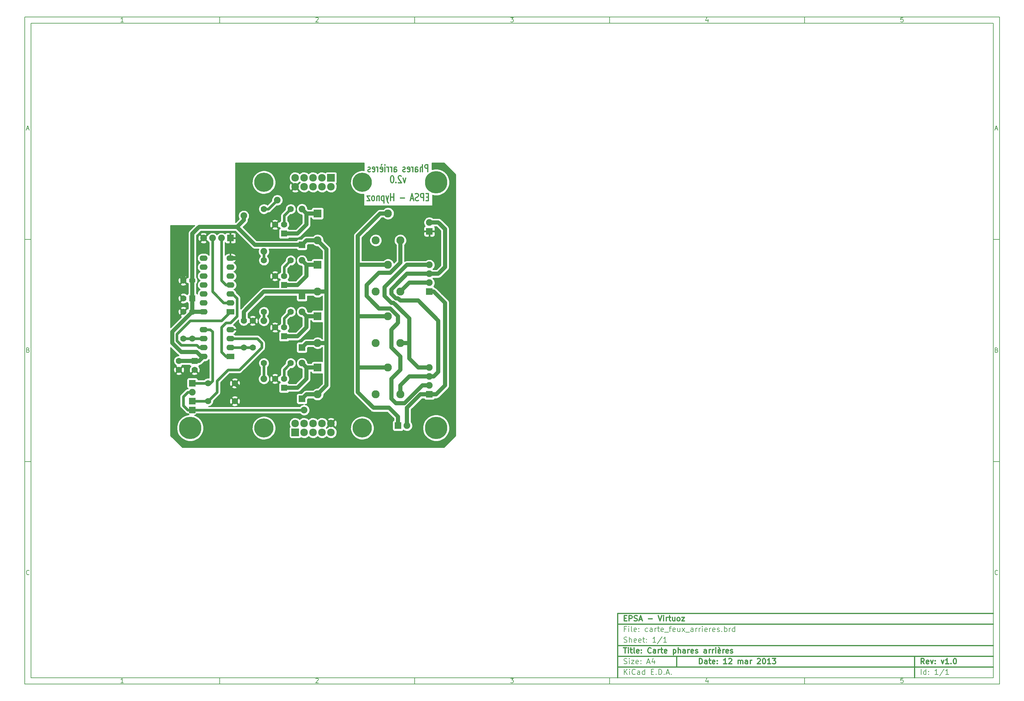
<source format=gbl>
G04 (created by PCBNEW-RS274X (2012-01-19 BZR 3256)-stable) date 12/03/2013 15:18:44*
G01*
G70*
G90*
%MOIN*%
G04 Gerber Fmt 3.4, Leading zero omitted, Abs format*
%FSLAX34Y34*%
G04 APERTURE LIST*
%ADD10C,0.006000*%
%ADD11C,0.012000*%
%ADD12C,0.215000*%
%ADD13R,0.085000X0.085000*%
%ADD14C,0.085000*%
%ADD15R,0.075000X0.075000*%
%ADD16C,0.075000*%
%ADD17R,0.070000X0.070000*%
%ADD18C,0.070000*%
%ADD19R,0.090000X0.090000*%
%ADD20C,0.090000*%
%ADD21R,0.090000X0.062000*%
%ADD22O,0.090000X0.062000*%
%ADD23C,0.250000*%
%ADD24C,0.045000*%
%ADD25C,0.030000*%
%ADD26C,0.010000*%
G04 APERTURE END LIST*
G54D10*
X04000Y-04000D02*
X113000Y-04000D01*
X113000Y-78670D01*
X04000Y-78670D01*
X04000Y-04000D01*
X04700Y-04700D02*
X112300Y-04700D01*
X112300Y-77970D01*
X04700Y-77970D01*
X04700Y-04700D01*
X25800Y-04000D02*
X25800Y-04700D01*
X15043Y-04552D02*
X14757Y-04552D01*
X14900Y-04552D02*
X14900Y-04052D01*
X14852Y-04124D01*
X14805Y-04171D01*
X14757Y-04195D01*
X25800Y-78670D02*
X25800Y-77970D01*
X15043Y-78522D02*
X14757Y-78522D01*
X14900Y-78522D02*
X14900Y-78022D01*
X14852Y-78094D01*
X14805Y-78141D01*
X14757Y-78165D01*
X47600Y-04000D02*
X47600Y-04700D01*
X36557Y-04100D02*
X36581Y-04076D01*
X36629Y-04052D01*
X36748Y-04052D01*
X36795Y-04076D01*
X36819Y-04100D01*
X36843Y-04148D01*
X36843Y-04195D01*
X36819Y-04267D01*
X36533Y-04552D01*
X36843Y-04552D01*
X47600Y-78670D02*
X47600Y-77970D01*
X36557Y-78070D02*
X36581Y-78046D01*
X36629Y-78022D01*
X36748Y-78022D01*
X36795Y-78046D01*
X36819Y-78070D01*
X36843Y-78118D01*
X36843Y-78165D01*
X36819Y-78237D01*
X36533Y-78522D01*
X36843Y-78522D01*
X69400Y-04000D02*
X69400Y-04700D01*
X58333Y-04052D02*
X58643Y-04052D01*
X58476Y-04243D01*
X58548Y-04243D01*
X58595Y-04267D01*
X58619Y-04290D01*
X58643Y-04338D01*
X58643Y-04457D01*
X58619Y-04505D01*
X58595Y-04529D01*
X58548Y-04552D01*
X58405Y-04552D01*
X58357Y-04529D01*
X58333Y-04505D01*
X69400Y-78670D02*
X69400Y-77970D01*
X58333Y-78022D02*
X58643Y-78022D01*
X58476Y-78213D01*
X58548Y-78213D01*
X58595Y-78237D01*
X58619Y-78260D01*
X58643Y-78308D01*
X58643Y-78427D01*
X58619Y-78475D01*
X58595Y-78499D01*
X58548Y-78522D01*
X58405Y-78522D01*
X58357Y-78499D01*
X58333Y-78475D01*
X91200Y-04000D02*
X91200Y-04700D01*
X80395Y-04219D02*
X80395Y-04552D01*
X80276Y-04029D02*
X80157Y-04386D01*
X80467Y-04386D01*
X91200Y-78670D02*
X91200Y-77970D01*
X80395Y-78189D02*
X80395Y-78522D01*
X80276Y-77999D02*
X80157Y-78356D01*
X80467Y-78356D01*
X102219Y-04052D02*
X101981Y-04052D01*
X101957Y-04290D01*
X101981Y-04267D01*
X102029Y-04243D01*
X102148Y-04243D01*
X102195Y-04267D01*
X102219Y-04290D01*
X102243Y-04338D01*
X102243Y-04457D01*
X102219Y-04505D01*
X102195Y-04529D01*
X102148Y-04552D01*
X102029Y-04552D01*
X101981Y-04529D01*
X101957Y-04505D01*
X102219Y-78022D02*
X101981Y-78022D01*
X101957Y-78260D01*
X101981Y-78237D01*
X102029Y-78213D01*
X102148Y-78213D01*
X102195Y-78237D01*
X102219Y-78260D01*
X102243Y-78308D01*
X102243Y-78427D01*
X102219Y-78475D01*
X102195Y-78499D01*
X102148Y-78522D01*
X102029Y-78522D01*
X101981Y-78499D01*
X101957Y-78475D01*
X04000Y-28890D02*
X04700Y-28890D01*
X04231Y-16510D02*
X04469Y-16510D01*
X04184Y-16652D02*
X04350Y-16152D01*
X04517Y-16652D01*
X113000Y-28890D02*
X112300Y-28890D01*
X112531Y-16510D02*
X112769Y-16510D01*
X112484Y-16652D02*
X112650Y-16152D01*
X112817Y-16652D01*
X04000Y-53780D02*
X04700Y-53780D01*
X04386Y-41280D02*
X04457Y-41304D01*
X04481Y-41328D01*
X04505Y-41376D01*
X04505Y-41447D01*
X04481Y-41495D01*
X04457Y-41519D01*
X04410Y-41542D01*
X04219Y-41542D01*
X04219Y-41042D01*
X04386Y-41042D01*
X04433Y-41066D01*
X04457Y-41090D01*
X04481Y-41138D01*
X04481Y-41185D01*
X04457Y-41233D01*
X04433Y-41257D01*
X04386Y-41280D01*
X04219Y-41280D01*
X113000Y-53780D02*
X112300Y-53780D01*
X112686Y-41280D02*
X112757Y-41304D01*
X112781Y-41328D01*
X112805Y-41376D01*
X112805Y-41447D01*
X112781Y-41495D01*
X112757Y-41519D01*
X112710Y-41542D01*
X112519Y-41542D01*
X112519Y-41042D01*
X112686Y-41042D01*
X112733Y-41066D01*
X112757Y-41090D01*
X112781Y-41138D01*
X112781Y-41185D01*
X112757Y-41233D01*
X112733Y-41257D01*
X112686Y-41280D01*
X112519Y-41280D01*
X04505Y-66385D02*
X04481Y-66409D01*
X04410Y-66432D01*
X04362Y-66432D01*
X04290Y-66409D01*
X04243Y-66361D01*
X04219Y-66313D01*
X04195Y-66218D01*
X04195Y-66147D01*
X04219Y-66051D01*
X04243Y-66004D01*
X04290Y-65956D01*
X04362Y-65932D01*
X04410Y-65932D01*
X04481Y-65956D01*
X04505Y-65980D01*
X112805Y-66385D02*
X112781Y-66409D01*
X112710Y-66432D01*
X112662Y-66432D01*
X112590Y-66409D01*
X112543Y-66361D01*
X112519Y-66313D01*
X112495Y-66218D01*
X112495Y-66147D01*
X112519Y-66051D01*
X112543Y-66004D01*
X112590Y-65956D01*
X112662Y-65932D01*
X112710Y-65932D01*
X112781Y-65956D01*
X112805Y-65980D01*
G54D11*
X79443Y-76413D02*
X79443Y-75813D01*
X79586Y-75813D01*
X79671Y-75841D01*
X79729Y-75899D01*
X79757Y-75956D01*
X79786Y-76070D01*
X79786Y-76156D01*
X79757Y-76270D01*
X79729Y-76327D01*
X79671Y-76384D01*
X79586Y-76413D01*
X79443Y-76413D01*
X80300Y-76413D02*
X80300Y-76099D01*
X80271Y-76041D01*
X80214Y-76013D01*
X80100Y-76013D01*
X80043Y-76041D01*
X80300Y-76384D02*
X80243Y-76413D01*
X80100Y-76413D01*
X80043Y-76384D01*
X80014Y-76327D01*
X80014Y-76270D01*
X80043Y-76213D01*
X80100Y-76184D01*
X80243Y-76184D01*
X80300Y-76156D01*
X80500Y-76013D02*
X80729Y-76013D01*
X80586Y-75813D02*
X80586Y-76327D01*
X80614Y-76384D01*
X80672Y-76413D01*
X80729Y-76413D01*
X81157Y-76384D02*
X81100Y-76413D01*
X80986Y-76413D01*
X80929Y-76384D01*
X80900Y-76327D01*
X80900Y-76099D01*
X80929Y-76041D01*
X80986Y-76013D01*
X81100Y-76013D01*
X81157Y-76041D01*
X81186Y-76099D01*
X81186Y-76156D01*
X80900Y-76213D01*
X81443Y-76356D02*
X81471Y-76384D01*
X81443Y-76413D01*
X81414Y-76384D01*
X81443Y-76356D01*
X81443Y-76413D01*
X81443Y-76041D02*
X81471Y-76070D01*
X81443Y-76099D01*
X81414Y-76070D01*
X81443Y-76041D01*
X81443Y-76099D01*
X82500Y-76413D02*
X82157Y-76413D01*
X82329Y-76413D02*
X82329Y-75813D01*
X82272Y-75899D01*
X82214Y-75956D01*
X82157Y-75984D01*
X82728Y-75870D02*
X82757Y-75841D01*
X82814Y-75813D01*
X82957Y-75813D01*
X83014Y-75841D01*
X83043Y-75870D01*
X83071Y-75927D01*
X83071Y-75984D01*
X83043Y-76070D01*
X82700Y-76413D01*
X83071Y-76413D01*
X83785Y-76413D02*
X83785Y-76013D01*
X83785Y-76070D02*
X83813Y-76041D01*
X83871Y-76013D01*
X83956Y-76013D01*
X84013Y-76041D01*
X84042Y-76099D01*
X84042Y-76413D01*
X84042Y-76099D02*
X84071Y-76041D01*
X84128Y-76013D01*
X84213Y-76013D01*
X84271Y-76041D01*
X84299Y-76099D01*
X84299Y-76413D01*
X84842Y-76413D02*
X84842Y-76099D01*
X84813Y-76041D01*
X84756Y-76013D01*
X84642Y-76013D01*
X84585Y-76041D01*
X84842Y-76384D02*
X84785Y-76413D01*
X84642Y-76413D01*
X84585Y-76384D01*
X84556Y-76327D01*
X84556Y-76270D01*
X84585Y-76213D01*
X84642Y-76184D01*
X84785Y-76184D01*
X84842Y-76156D01*
X85128Y-76413D02*
X85128Y-76013D01*
X85128Y-76127D02*
X85156Y-76070D01*
X85185Y-76041D01*
X85242Y-76013D01*
X85299Y-76013D01*
X85927Y-75870D02*
X85956Y-75841D01*
X86013Y-75813D01*
X86156Y-75813D01*
X86213Y-75841D01*
X86242Y-75870D01*
X86270Y-75927D01*
X86270Y-75984D01*
X86242Y-76070D01*
X85899Y-76413D01*
X86270Y-76413D01*
X86641Y-75813D02*
X86698Y-75813D01*
X86755Y-75841D01*
X86784Y-75870D01*
X86813Y-75927D01*
X86841Y-76041D01*
X86841Y-76184D01*
X86813Y-76299D01*
X86784Y-76356D01*
X86755Y-76384D01*
X86698Y-76413D01*
X86641Y-76413D01*
X86584Y-76384D01*
X86555Y-76356D01*
X86527Y-76299D01*
X86498Y-76184D01*
X86498Y-76041D01*
X86527Y-75927D01*
X86555Y-75870D01*
X86584Y-75841D01*
X86641Y-75813D01*
X87412Y-76413D02*
X87069Y-76413D01*
X87241Y-76413D02*
X87241Y-75813D01*
X87184Y-75899D01*
X87126Y-75956D01*
X87069Y-75984D01*
X87612Y-75813D02*
X87983Y-75813D01*
X87783Y-76041D01*
X87869Y-76041D01*
X87926Y-76070D01*
X87955Y-76099D01*
X87983Y-76156D01*
X87983Y-76299D01*
X87955Y-76356D01*
X87926Y-76384D01*
X87869Y-76413D01*
X87697Y-76413D01*
X87640Y-76384D01*
X87612Y-76356D01*
G54D10*
X71043Y-77613D02*
X71043Y-77013D01*
X71386Y-77613D02*
X71129Y-77270D01*
X71386Y-77013D02*
X71043Y-77356D01*
X71643Y-77613D02*
X71643Y-77213D01*
X71643Y-77013D02*
X71614Y-77041D01*
X71643Y-77070D01*
X71671Y-77041D01*
X71643Y-77013D01*
X71643Y-77070D01*
X72272Y-77556D02*
X72243Y-77584D01*
X72157Y-77613D01*
X72100Y-77613D01*
X72015Y-77584D01*
X71957Y-77527D01*
X71929Y-77470D01*
X71900Y-77356D01*
X71900Y-77270D01*
X71929Y-77156D01*
X71957Y-77099D01*
X72015Y-77041D01*
X72100Y-77013D01*
X72157Y-77013D01*
X72243Y-77041D01*
X72272Y-77070D01*
X72786Y-77613D02*
X72786Y-77299D01*
X72757Y-77241D01*
X72700Y-77213D01*
X72586Y-77213D01*
X72529Y-77241D01*
X72786Y-77584D02*
X72729Y-77613D01*
X72586Y-77613D01*
X72529Y-77584D01*
X72500Y-77527D01*
X72500Y-77470D01*
X72529Y-77413D01*
X72586Y-77384D01*
X72729Y-77384D01*
X72786Y-77356D01*
X73329Y-77613D02*
X73329Y-77013D01*
X73329Y-77584D02*
X73272Y-77613D01*
X73158Y-77613D01*
X73100Y-77584D01*
X73072Y-77556D01*
X73043Y-77499D01*
X73043Y-77327D01*
X73072Y-77270D01*
X73100Y-77241D01*
X73158Y-77213D01*
X73272Y-77213D01*
X73329Y-77241D01*
X74072Y-77299D02*
X74272Y-77299D01*
X74358Y-77613D02*
X74072Y-77613D01*
X74072Y-77013D01*
X74358Y-77013D01*
X74615Y-77556D02*
X74643Y-77584D01*
X74615Y-77613D01*
X74586Y-77584D01*
X74615Y-77556D01*
X74615Y-77613D01*
X74901Y-77613D02*
X74901Y-77013D01*
X75044Y-77013D01*
X75129Y-77041D01*
X75187Y-77099D01*
X75215Y-77156D01*
X75244Y-77270D01*
X75244Y-77356D01*
X75215Y-77470D01*
X75187Y-77527D01*
X75129Y-77584D01*
X75044Y-77613D01*
X74901Y-77613D01*
X75501Y-77556D02*
X75529Y-77584D01*
X75501Y-77613D01*
X75472Y-77584D01*
X75501Y-77556D01*
X75501Y-77613D01*
X75758Y-77441D02*
X76044Y-77441D01*
X75701Y-77613D02*
X75901Y-77013D01*
X76101Y-77613D01*
X76301Y-77556D02*
X76329Y-77584D01*
X76301Y-77613D01*
X76272Y-77584D01*
X76301Y-77556D01*
X76301Y-77613D01*
G54D11*
X104586Y-76413D02*
X104386Y-76127D01*
X104243Y-76413D02*
X104243Y-75813D01*
X104471Y-75813D01*
X104529Y-75841D01*
X104557Y-75870D01*
X104586Y-75927D01*
X104586Y-76013D01*
X104557Y-76070D01*
X104529Y-76099D01*
X104471Y-76127D01*
X104243Y-76127D01*
X105071Y-76384D02*
X105014Y-76413D01*
X104900Y-76413D01*
X104843Y-76384D01*
X104814Y-76327D01*
X104814Y-76099D01*
X104843Y-76041D01*
X104900Y-76013D01*
X105014Y-76013D01*
X105071Y-76041D01*
X105100Y-76099D01*
X105100Y-76156D01*
X104814Y-76213D01*
X105300Y-76013D02*
X105443Y-76413D01*
X105585Y-76013D01*
X105814Y-76356D02*
X105842Y-76384D01*
X105814Y-76413D01*
X105785Y-76384D01*
X105814Y-76356D01*
X105814Y-76413D01*
X105814Y-76041D02*
X105842Y-76070D01*
X105814Y-76099D01*
X105785Y-76070D01*
X105814Y-76041D01*
X105814Y-76099D01*
X106500Y-76013D02*
X106643Y-76413D01*
X106785Y-76013D01*
X107328Y-76413D02*
X106985Y-76413D01*
X107157Y-76413D02*
X107157Y-75813D01*
X107100Y-75899D01*
X107042Y-75956D01*
X106985Y-75984D01*
X107585Y-76356D02*
X107613Y-76384D01*
X107585Y-76413D01*
X107556Y-76384D01*
X107585Y-76356D01*
X107585Y-76413D01*
X107985Y-75813D02*
X108042Y-75813D01*
X108099Y-75841D01*
X108128Y-75870D01*
X108157Y-75927D01*
X108185Y-76041D01*
X108185Y-76184D01*
X108157Y-76299D01*
X108128Y-76356D01*
X108099Y-76384D01*
X108042Y-76413D01*
X107985Y-76413D01*
X107928Y-76384D01*
X107899Y-76356D01*
X107871Y-76299D01*
X107842Y-76184D01*
X107842Y-76041D01*
X107871Y-75927D01*
X107899Y-75870D01*
X107928Y-75841D01*
X107985Y-75813D01*
G54D10*
X71014Y-76384D02*
X71100Y-76413D01*
X71243Y-76413D01*
X71300Y-76384D01*
X71329Y-76356D01*
X71357Y-76299D01*
X71357Y-76241D01*
X71329Y-76184D01*
X71300Y-76156D01*
X71243Y-76127D01*
X71129Y-76099D01*
X71071Y-76070D01*
X71043Y-76041D01*
X71014Y-75984D01*
X71014Y-75927D01*
X71043Y-75870D01*
X71071Y-75841D01*
X71129Y-75813D01*
X71271Y-75813D01*
X71357Y-75841D01*
X71614Y-76413D02*
X71614Y-76013D01*
X71614Y-75813D02*
X71585Y-75841D01*
X71614Y-75870D01*
X71642Y-75841D01*
X71614Y-75813D01*
X71614Y-75870D01*
X71843Y-76013D02*
X72157Y-76013D01*
X71843Y-76413D01*
X72157Y-76413D01*
X72614Y-76384D02*
X72557Y-76413D01*
X72443Y-76413D01*
X72386Y-76384D01*
X72357Y-76327D01*
X72357Y-76099D01*
X72386Y-76041D01*
X72443Y-76013D01*
X72557Y-76013D01*
X72614Y-76041D01*
X72643Y-76099D01*
X72643Y-76156D01*
X72357Y-76213D01*
X72900Y-76356D02*
X72928Y-76384D01*
X72900Y-76413D01*
X72871Y-76384D01*
X72900Y-76356D01*
X72900Y-76413D01*
X72900Y-76041D02*
X72928Y-76070D01*
X72900Y-76099D01*
X72871Y-76070D01*
X72900Y-76041D01*
X72900Y-76099D01*
X73614Y-76241D02*
X73900Y-76241D01*
X73557Y-76413D02*
X73757Y-75813D01*
X73957Y-76413D01*
X74414Y-76013D02*
X74414Y-76413D01*
X74271Y-75784D02*
X74128Y-76213D01*
X74500Y-76213D01*
X104243Y-77613D02*
X104243Y-77013D01*
X104786Y-77613D02*
X104786Y-77013D01*
X104786Y-77584D02*
X104729Y-77613D01*
X104615Y-77613D01*
X104557Y-77584D01*
X104529Y-77556D01*
X104500Y-77499D01*
X104500Y-77327D01*
X104529Y-77270D01*
X104557Y-77241D01*
X104615Y-77213D01*
X104729Y-77213D01*
X104786Y-77241D01*
X105072Y-77556D02*
X105100Y-77584D01*
X105072Y-77613D01*
X105043Y-77584D01*
X105072Y-77556D01*
X105072Y-77613D01*
X105072Y-77241D02*
X105100Y-77270D01*
X105072Y-77299D01*
X105043Y-77270D01*
X105072Y-77241D01*
X105072Y-77299D01*
X106129Y-77613D02*
X105786Y-77613D01*
X105958Y-77613D02*
X105958Y-77013D01*
X105901Y-77099D01*
X105843Y-77156D01*
X105786Y-77184D01*
X106814Y-76984D02*
X106300Y-77756D01*
X107329Y-77613D02*
X106986Y-77613D01*
X107158Y-77613D02*
X107158Y-77013D01*
X107101Y-77099D01*
X107043Y-77156D01*
X106986Y-77184D01*
G54D11*
X70957Y-74613D02*
X71300Y-74613D01*
X71129Y-75213D02*
X71129Y-74613D01*
X71500Y-75213D02*
X71500Y-74813D01*
X71500Y-74613D02*
X71471Y-74641D01*
X71500Y-74670D01*
X71528Y-74641D01*
X71500Y-74613D01*
X71500Y-74670D01*
X71700Y-74813D02*
X71929Y-74813D01*
X71786Y-74613D02*
X71786Y-75127D01*
X71814Y-75184D01*
X71872Y-75213D01*
X71929Y-75213D01*
X72215Y-75213D02*
X72157Y-75184D01*
X72129Y-75127D01*
X72129Y-74613D01*
X72671Y-75184D02*
X72614Y-75213D01*
X72500Y-75213D01*
X72443Y-75184D01*
X72414Y-75127D01*
X72414Y-74899D01*
X72443Y-74841D01*
X72500Y-74813D01*
X72614Y-74813D01*
X72671Y-74841D01*
X72700Y-74899D01*
X72700Y-74956D01*
X72414Y-75013D01*
X72957Y-75156D02*
X72985Y-75184D01*
X72957Y-75213D01*
X72928Y-75184D01*
X72957Y-75156D01*
X72957Y-75213D01*
X72957Y-74841D02*
X72985Y-74870D01*
X72957Y-74899D01*
X72928Y-74870D01*
X72957Y-74841D01*
X72957Y-74899D01*
X74043Y-75156D02*
X74014Y-75184D01*
X73928Y-75213D01*
X73871Y-75213D01*
X73786Y-75184D01*
X73728Y-75127D01*
X73700Y-75070D01*
X73671Y-74956D01*
X73671Y-74870D01*
X73700Y-74756D01*
X73728Y-74699D01*
X73786Y-74641D01*
X73871Y-74613D01*
X73928Y-74613D01*
X74014Y-74641D01*
X74043Y-74670D01*
X74557Y-75213D02*
X74557Y-74899D01*
X74528Y-74841D01*
X74471Y-74813D01*
X74357Y-74813D01*
X74300Y-74841D01*
X74557Y-75184D02*
X74500Y-75213D01*
X74357Y-75213D01*
X74300Y-75184D01*
X74271Y-75127D01*
X74271Y-75070D01*
X74300Y-75013D01*
X74357Y-74984D01*
X74500Y-74984D01*
X74557Y-74956D01*
X74843Y-75213D02*
X74843Y-74813D01*
X74843Y-74927D02*
X74871Y-74870D01*
X74900Y-74841D01*
X74957Y-74813D01*
X75014Y-74813D01*
X75128Y-74813D02*
X75357Y-74813D01*
X75214Y-74613D02*
X75214Y-75127D01*
X75242Y-75184D01*
X75300Y-75213D01*
X75357Y-75213D01*
X75785Y-75184D02*
X75728Y-75213D01*
X75614Y-75213D01*
X75557Y-75184D01*
X75528Y-75127D01*
X75528Y-74899D01*
X75557Y-74841D01*
X75614Y-74813D01*
X75728Y-74813D01*
X75785Y-74841D01*
X75814Y-74899D01*
X75814Y-74956D01*
X75528Y-75013D01*
X76528Y-74813D02*
X76528Y-75413D01*
X76528Y-74841D02*
X76585Y-74813D01*
X76699Y-74813D01*
X76756Y-74841D01*
X76785Y-74870D01*
X76814Y-74927D01*
X76814Y-75099D01*
X76785Y-75156D01*
X76756Y-75184D01*
X76699Y-75213D01*
X76585Y-75213D01*
X76528Y-75184D01*
X77071Y-75213D02*
X77071Y-74613D01*
X77328Y-75213D02*
X77328Y-74899D01*
X77299Y-74841D01*
X77242Y-74813D01*
X77157Y-74813D01*
X77099Y-74841D01*
X77071Y-74870D01*
X77871Y-75213D02*
X77871Y-74899D01*
X77842Y-74841D01*
X77785Y-74813D01*
X77671Y-74813D01*
X77614Y-74841D01*
X77871Y-75184D02*
X77814Y-75213D01*
X77671Y-75213D01*
X77614Y-75184D01*
X77585Y-75127D01*
X77585Y-75070D01*
X77614Y-75013D01*
X77671Y-74984D01*
X77814Y-74984D01*
X77871Y-74956D01*
X78157Y-75213D02*
X78157Y-74813D01*
X78157Y-74927D02*
X78185Y-74870D01*
X78214Y-74841D01*
X78271Y-74813D01*
X78328Y-74813D01*
X78756Y-75184D02*
X78699Y-75213D01*
X78585Y-75213D01*
X78528Y-75184D01*
X78499Y-75127D01*
X78499Y-74899D01*
X78528Y-74841D01*
X78585Y-74813D01*
X78699Y-74813D01*
X78756Y-74841D01*
X78785Y-74899D01*
X78785Y-74956D01*
X78499Y-75013D01*
X79013Y-75184D02*
X79070Y-75213D01*
X79185Y-75213D01*
X79242Y-75184D01*
X79270Y-75127D01*
X79270Y-75099D01*
X79242Y-75041D01*
X79185Y-75013D01*
X79099Y-75013D01*
X79042Y-74984D01*
X79013Y-74927D01*
X79013Y-74899D01*
X79042Y-74841D01*
X79099Y-74813D01*
X79185Y-74813D01*
X79242Y-74841D01*
X80242Y-75213D02*
X80242Y-74899D01*
X80213Y-74841D01*
X80156Y-74813D01*
X80042Y-74813D01*
X79985Y-74841D01*
X80242Y-75184D02*
X80185Y-75213D01*
X80042Y-75213D01*
X79985Y-75184D01*
X79956Y-75127D01*
X79956Y-75070D01*
X79985Y-75013D01*
X80042Y-74984D01*
X80185Y-74984D01*
X80242Y-74956D01*
X80528Y-75213D02*
X80528Y-74813D01*
X80528Y-74927D02*
X80556Y-74870D01*
X80585Y-74841D01*
X80642Y-74813D01*
X80699Y-74813D01*
X80899Y-75213D02*
X80899Y-74813D01*
X80899Y-74927D02*
X80927Y-74870D01*
X80956Y-74841D01*
X81013Y-74813D01*
X81070Y-74813D01*
X81270Y-75213D02*
X81270Y-74813D01*
X81270Y-74613D02*
X81241Y-74641D01*
X81270Y-74670D01*
X81298Y-74641D01*
X81270Y-74613D01*
X81270Y-74670D01*
X81784Y-75184D02*
X81727Y-75213D01*
X81613Y-75213D01*
X81556Y-75184D01*
X81527Y-75127D01*
X81527Y-74899D01*
X81556Y-74841D01*
X81613Y-74813D01*
X81727Y-74813D01*
X81784Y-74841D01*
X81813Y-74899D01*
X81813Y-74956D01*
X81527Y-75013D01*
X81613Y-74584D02*
X81699Y-74670D01*
X82070Y-75213D02*
X82070Y-74813D01*
X82070Y-74927D02*
X82098Y-74870D01*
X82127Y-74841D01*
X82184Y-74813D01*
X82241Y-74813D01*
X82669Y-75184D02*
X82612Y-75213D01*
X82498Y-75213D01*
X82441Y-75184D01*
X82412Y-75127D01*
X82412Y-74899D01*
X82441Y-74841D01*
X82498Y-74813D01*
X82612Y-74813D01*
X82669Y-74841D01*
X82698Y-74899D01*
X82698Y-74956D01*
X82412Y-75013D01*
X82926Y-75184D02*
X82983Y-75213D01*
X83098Y-75213D01*
X83155Y-75184D01*
X83183Y-75127D01*
X83183Y-75099D01*
X83155Y-75041D01*
X83098Y-75013D01*
X83012Y-75013D01*
X82955Y-74984D01*
X82926Y-74927D01*
X82926Y-74899D01*
X82955Y-74841D01*
X83012Y-74813D01*
X83098Y-74813D01*
X83155Y-74841D01*
G54D10*
X71243Y-72499D02*
X71043Y-72499D01*
X71043Y-72813D02*
X71043Y-72213D01*
X71329Y-72213D01*
X71557Y-72813D02*
X71557Y-72413D01*
X71557Y-72213D02*
X71528Y-72241D01*
X71557Y-72270D01*
X71585Y-72241D01*
X71557Y-72213D01*
X71557Y-72270D01*
X71929Y-72813D02*
X71871Y-72784D01*
X71843Y-72727D01*
X71843Y-72213D01*
X72385Y-72784D02*
X72328Y-72813D01*
X72214Y-72813D01*
X72157Y-72784D01*
X72128Y-72727D01*
X72128Y-72499D01*
X72157Y-72441D01*
X72214Y-72413D01*
X72328Y-72413D01*
X72385Y-72441D01*
X72414Y-72499D01*
X72414Y-72556D01*
X72128Y-72613D01*
X72671Y-72756D02*
X72699Y-72784D01*
X72671Y-72813D01*
X72642Y-72784D01*
X72671Y-72756D01*
X72671Y-72813D01*
X72671Y-72441D02*
X72699Y-72470D01*
X72671Y-72499D01*
X72642Y-72470D01*
X72671Y-72441D01*
X72671Y-72499D01*
X73671Y-72784D02*
X73614Y-72813D01*
X73500Y-72813D01*
X73442Y-72784D01*
X73414Y-72756D01*
X73385Y-72699D01*
X73385Y-72527D01*
X73414Y-72470D01*
X73442Y-72441D01*
X73500Y-72413D01*
X73614Y-72413D01*
X73671Y-72441D01*
X74185Y-72813D02*
X74185Y-72499D01*
X74156Y-72441D01*
X74099Y-72413D01*
X73985Y-72413D01*
X73928Y-72441D01*
X74185Y-72784D02*
X74128Y-72813D01*
X73985Y-72813D01*
X73928Y-72784D01*
X73899Y-72727D01*
X73899Y-72670D01*
X73928Y-72613D01*
X73985Y-72584D01*
X74128Y-72584D01*
X74185Y-72556D01*
X74471Y-72813D02*
X74471Y-72413D01*
X74471Y-72527D02*
X74499Y-72470D01*
X74528Y-72441D01*
X74585Y-72413D01*
X74642Y-72413D01*
X74756Y-72413D02*
X74985Y-72413D01*
X74842Y-72213D02*
X74842Y-72727D01*
X74870Y-72784D01*
X74928Y-72813D01*
X74985Y-72813D01*
X75413Y-72784D02*
X75356Y-72813D01*
X75242Y-72813D01*
X75185Y-72784D01*
X75156Y-72727D01*
X75156Y-72499D01*
X75185Y-72441D01*
X75242Y-72413D01*
X75356Y-72413D01*
X75413Y-72441D01*
X75442Y-72499D01*
X75442Y-72556D01*
X75156Y-72613D01*
X75556Y-72870D02*
X76013Y-72870D01*
X76070Y-72413D02*
X76299Y-72413D01*
X76156Y-72813D02*
X76156Y-72299D01*
X76184Y-72241D01*
X76242Y-72213D01*
X76299Y-72213D01*
X76727Y-72784D02*
X76670Y-72813D01*
X76556Y-72813D01*
X76499Y-72784D01*
X76470Y-72727D01*
X76470Y-72499D01*
X76499Y-72441D01*
X76556Y-72413D01*
X76670Y-72413D01*
X76727Y-72441D01*
X76756Y-72499D01*
X76756Y-72556D01*
X76470Y-72613D01*
X77270Y-72413D02*
X77270Y-72813D01*
X77013Y-72413D02*
X77013Y-72727D01*
X77041Y-72784D01*
X77099Y-72813D01*
X77184Y-72813D01*
X77241Y-72784D01*
X77270Y-72756D01*
X77499Y-72813D02*
X77813Y-72413D01*
X77499Y-72413D02*
X77813Y-72813D01*
X77899Y-72870D02*
X78356Y-72870D01*
X78756Y-72813D02*
X78756Y-72499D01*
X78727Y-72441D01*
X78670Y-72413D01*
X78556Y-72413D01*
X78499Y-72441D01*
X78756Y-72784D02*
X78699Y-72813D01*
X78556Y-72813D01*
X78499Y-72784D01*
X78470Y-72727D01*
X78470Y-72670D01*
X78499Y-72613D01*
X78556Y-72584D01*
X78699Y-72584D01*
X78756Y-72556D01*
X79042Y-72813D02*
X79042Y-72413D01*
X79042Y-72527D02*
X79070Y-72470D01*
X79099Y-72441D01*
X79156Y-72413D01*
X79213Y-72413D01*
X79413Y-72813D02*
X79413Y-72413D01*
X79413Y-72527D02*
X79441Y-72470D01*
X79470Y-72441D01*
X79527Y-72413D01*
X79584Y-72413D01*
X79784Y-72813D02*
X79784Y-72413D01*
X79784Y-72213D02*
X79755Y-72241D01*
X79784Y-72270D01*
X79812Y-72241D01*
X79784Y-72213D01*
X79784Y-72270D01*
X80298Y-72784D02*
X80241Y-72813D01*
X80127Y-72813D01*
X80070Y-72784D01*
X80041Y-72727D01*
X80041Y-72499D01*
X80070Y-72441D01*
X80127Y-72413D01*
X80241Y-72413D01*
X80298Y-72441D01*
X80327Y-72499D01*
X80327Y-72556D01*
X80041Y-72613D01*
X80584Y-72813D02*
X80584Y-72413D01*
X80584Y-72527D02*
X80612Y-72470D01*
X80641Y-72441D01*
X80698Y-72413D01*
X80755Y-72413D01*
X81183Y-72784D02*
X81126Y-72813D01*
X81012Y-72813D01*
X80955Y-72784D01*
X80926Y-72727D01*
X80926Y-72499D01*
X80955Y-72441D01*
X81012Y-72413D01*
X81126Y-72413D01*
X81183Y-72441D01*
X81212Y-72499D01*
X81212Y-72556D01*
X80926Y-72613D01*
X81440Y-72784D02*
X81497Y-72813D01*
X81612Y-72813D01*
X81669Y-72784D01*
X81697Y-72727D01*
X81697Y-72699D01*
X81669Y-72641D01*
X81612Y-72613D01*
X81526Y-72613D01*
X81469Y-72584D01*
X81440Y-72527D01*
X81440Y-72499D01*
X81469Y-72441D01*
X81526Y-72413D01*
X81612Y-72413D01*
X81669Y-72441D01*
X81955Y-72756D02*
X81983Y-72784D01*
X81955Y-72813D01*
X81926Y-72784D01*
X81955Y-72756D01*
X81955Y-72813D01*
X82241Y-72813D02*
X82241Y-72213D01*
X82241Y-72441D02*
X82298Y-72413D01*
X82412Y-72413D01*
X82469Y-72441D01*
X82498Y-72470D01*
X82527Y-72527D01*
X82527Y-72699D01*
X82498Y-72756D01*
X82469Y-72784D01*
X82412Y-72813D01*
X82298Y-72813D01*
X82241Y-72784D01*
X82784Y-72813D02*
X82784Y-72413D01*
X82784Y-72527D02*
X82812Y-72470D01*
X82841Y-72441D01*
X82898Y-72413D01*
X82955Y-72413D01*
X83412Y-72813D02*
X83412Y-72213D01*
X83412Y-72784D02*
X83355Y-72813D01*
X83241Y-72813D01*
X83183Y-72784D01*
X83155Y-72756D01*
X83126Y-72699D01*
X83126Y-72527D01*
X83155Y-72470D01*
X83183Y-72441D01*
X83241Y-72413D01*
X83355Y-72413D01*
X83412Y-72441D01*
X71014Y-73984D02*
X71100Y-74013D01*
X71243Y-74013D01*
X71300Y-73984D01*
X71329Y-73956D01*
X71357Y-73899D01*
X71357Y-73841D01*
X71329Y-73784D01*
X71300Y-73756D01*
X71243Y-73727D01*
X71129Y-73699D01*
X71071Y-73670D01*
X71043Y-73641D01*
X71014Y-73584D01*
X71014Y-73527D01*
X71043Y-73470D01*
X71071Y-73441D01*
X71129Y-73413D01*
X71271Y-73413D01*
X71357Y-73441D01*
X71614Y-74013D02*
X71614Y-73413D01*
X71871Y-74013D02*
X71871Y-73699D01*
X71842Y-73641D01*
X71785Y-73613D01*
X71700Y-73613D01*
X71642Y-73641D01*
X71614Y-73670D01*
X72385Y-73984D02*
X72328Y-74013D01*
X72214Y-74013D01*
X72157Y-73984D01*
X72128Y-73927D01*
X72128Y-73699D01*
X72157Y-73641D01*
X72214Y-73613D01*
X72328Y-73613D01*
X72385Y-73641D01*
X72414Y-73699D01*
X72414Y-73756D01*
X72128Y-73813D01*
X72899Y-73984D02*
X72842Y-74013D01*
X72728Y-74013D01*
X72671Y-73984D01*
X72642Y-73927D01*
X72642Y-73699D01*
X72671Y-73641D01*
X72728Y-73613D01*
X72842Y-73613D01*
X72899Y-73641D01*
X72928Y-73699D01*
X72928Y-73756D01*
X72642Y-73813D01*
X73099Y-73613D02*
X73328Y-73613D01*
X73185Y-73413D02*
X73185Y-73927D01*
X73213Y-73984D01*
X73271Y-74013D01*
X73328Y-74013D01*
X73528Y-73956D02*
X73556Y-73984D01*
X73528Y-74013D01*
X73499Y-73984D01*
X73528Y-73956D01*
X73528Y-74013D01*
X73528Y-73641D02*
X73556Y-73670D01*
X73528Y-73699D01*
X73499Y-73670D01*
X73528Y-73641D01*
X73528Y-73699D01*
X74585Y-74013D02*
X74242Y-74013D01*
X74414Y-74013D02*
X74414Y-73413D01*
X74357Y-73499D01*
X74299Y-73556D01*
X74242Y-73584D01*
X75270Y-73384D02*
X74756Y-74156D01*
X75785Y-74013D02*
X75442Y-74013D01*
X75614Y-74013D02*
X75614Y-73413D01*
X75557Y-73499D01*
X75499Y-73556D01*
X75442Y-73584D01*
G54D11*
X71043Y-71299D02*
X71243Y-71299D01*
X71329Y-71613D02*
X71043Y-71613D01*
X71043Y-71013D01*
X71329Y-71013D01*
X71586Y-71613D02*
X71586Y-71013D01*
X71814Y-71013D01*
X71872Y-71041D01*
X71900Y-71070D01*
X71929Y-71127D01*
X71929Y-71213D01*
X71900Y-71270D01*
X71872Y-71299D01*
X71814Y-71327D01*
X71586Y-71327D01*
X72157Y-71584D02*
X72243Y-71613D01*
X72386Y-71613D01*
X72443Y-71584D01*
X72472Y-71556D01*
X72500Y-71499D01*
X72500Y-71441D01*
X72472Y-71384D01*
X72443Y-71356D01*
X72386Y-71327D01*
X72272Y-71299D01*
X72214Y-71270D01*
X72186Y-71241D01*
X72157Y-71184D01*
X72157Y-71127D01*
X72186Y-71070D01*
X72214Y-71041D01*
X72272Y-71013D01*
X72414Y-71013D01*
X72500Y-71041D01*
X72728Y-71441D02*
X73014Y-71441D01*
X72671Y-71613D02*
X72871Y-71013D01*
X73071Y-71613D01*
X73728Y-71384D02*
X74185Y-71384D01*
X74842Y-71013D02*
X75042Y-71613D01*
X75242Y-71013D01*
X75442Y-71613D02*
X75442Y-71213D01*
X75442Y-71013D02*
X75413Y-71041D01*
X75442Y-71070D01*
X75470Y-71041D01*
X75442Y-71013D01*
X75442Y-71070D01*
X75728Y-71613D02*
X75728Y-71213D01*
X75728Y-71327D02*
X75756Y-71270D01*
X75785Y-71241D01*
X75842Y-71213D01*
X75899Y-71213D01*
X76013Y-71213D02*
X76242Y-71213D01*
X76099Y-71013D02*
X76099Y-71527D01*
X76127Y-71584D01*
X76185Y-71613D01*
X76242Y-71613D01*
X76699Y-71213D02*
X76699Y-71613D01*
X76442Y-71213D02*
X76442Y-71527D01*
X76470Y-71584D01*
X76528Y-71613D01*
X76613Y-71613D01*
X76670Y-71584D01*
X76699Y-71556D01*
X77071Y-71613D02*
X77013Y-71584D01*
X76985Y-71556D01*
X76956Y-71499D01*
X76956Y-71327D01*
X76985Y-71270D01*
X77013Y-71241D01*
X77071Y-71213D01*
X77156Y-71213D01*
X77213Y-71241D01*
X77242Y-71270D01*
X77271Y-71327D01*
X77271Y-71499D01*
X77242Y-71556D01*
X77213Y-71584D01*
X77156Y-71613D01*
X77071Y-71613D01*
X77471Y-71213D02*
X77785Y-71213D01*
X77471Y-71613D01*
X77785Y-71613D01*
X70300Y-70770D02*
X70300Y-77970D01*
X70300Y-71970D02*
X112300Y-71970D01*
X70300Y-70770D02*
X112300Y-70770D01*
X70300Y-74370D02*
X112300Y-74370D01*
X103500Y-75570D02*
X103500Y-77970D01*
X70300Y-76770D02*
X112300Y-76770D01*
X70300Y-75570D02*
X112300Y-75570D01*
X76900Y-75570D02*
X76900Y-76770D01*
X49150Y-24155D02*
X48950Y-24155D01*
X48864Y-24574D02*
X49150Y-24574D01*
X49150Y-23774D01*
X48864Y-23774D01*
X48607Y-24574D02*
X48607Y-23774D01*
X48379Y-23774D01*
X48321Y-23812D01*
X48293Y-23850D01*
X48264Y-23926D01*
X48264Y-24040D01*
X48293Y-24117D01*
X48321Y-24155D01*
X48379Y-24193D01*
X48607Y-24193D01*
X48036Y-24536D02*
X47950Y-24574D01*
X47807Y-24574D01*
X47750Y-24536D01*
X47721Y-24498D01*
X47693Y-24421D01*
X47693Y-24345D01*
X47721Y-24269D01*
X47750Y-24231D01*
X47807Y-24193D01*
X47921Y-24155D01*
X47979Y-24117D01*
X48007Y-24079D01*
X48036Y-24002D01*
X48036Y-23926D01*
X48007Y-23850D01*
X47979Y-23812D01*
X47921Y-23774D01*
X47779Y-23774D01*
X47693Y-23812D01*
X47465Y-24345D02*
X47179Y-24345D01*
X47522Y-24574D02*
X47322Y-23774D01*
X47122Y-24574D01*
X46465Y-24269D02*
X46008Y-24269D01*
X45265Y-24574D02*
X45265Y-23774D01*
X45265Y-24155D02*
X44922Y-24155D01*
X44922Y-24574D02*
X44922Y-23774D01*
X44693Y-24040D02*
X44550Y-24574D01*
X44408Y-24040D02*
X44550Y-24574D01*
X44608Y-24764D01*
X44636Y-24802D01*
X44693Y-24840D01*
X44179Y-24040D02*
X44179Y-24840D01*
X44179Y-24079D02*
X44122Y-24040D01*
X44008Y-24040D01*
X43951Y-24079D01*
X43922Y-24117D01*
X43893Y-24193D01*
X43893Y-24421D01*
X43922Y-24498D01*
X43951Y-24536D01*
X44008Y-24574D01*
X44122Y-24574D01*
X44179Y-24536D01*
X43636Y-24040D02*
X43636Y-24574D01*
X43636Y-24117D02*
X43608Y-24079D01*
X43550Y-24040D01*
X43465Y-24040D01*
X43408Y-24079D01*
X43379Y-24155D01*
X43379Y-24574D01*
X43007Y-24574D02*
X43065Y-24536D01*
X43093Y-24498D01*
X43122Y-24421D01*
X43122Y-24193D01*
X43093Y-24117D01*
X43065Y-24079D01*
X43007Y-24040D01*
X42922Y-24040D01*
X42865Y-24079D01*
X42836Y-24117D01*
X42807Y-24193D01*
X42807Y-24421D01*
X42836Y-24498D01*
X42865Y-24536D01*
X42922Y-24574D01*
X43007Y-24574D01*
X42607Y-24040D02*
X42293Y-24040D01*
X42607Y-24574D01*
X42293Y-24574D01*
X49092Y-21324D02*
X49092Y-20524D01*
X48864Y-20524D01*
X48806Y-20562D01*
X48778Y-20600D01*
X48749Y-20676D01*
X48749Y-20790D01*
X48778Y-20867D01*
X48806Y-20905D01*
X48864Y-20943D01*
X49092Y-20943D01*
X48492Y-21324D02*
X48492Y-20524D01*
X48235Y-21324D02*
X48235Y-20905D01*
X48264Y-20829D01*
X48321Y-20790D01*
X48406Y-20790D01*
X48464Y-20829D01*
X48492Y-20867D01*
X47692Y-21324D02*
X47692Y-20905D01*
X47721Y-20829D01*
X47778Y-20790D01*
X47892Y-20790D01*
X47949Y-20829D01*
X47692Y-21286D02*
X47749Y-21324D01*
X47892Y-21324D01*
X47949Y-21286D01*
X47978Y-21210D01*
X47978Y-21133D01*
X47949Y-21057D01*
X47892Y-21019D01*
X47749Y-21019D01*
X47692Y-20981D01*
X47406Y-21324D02*
X47406Y-20790D01*
X47406Y-20943D02*
X47378Y-20867D01*
X47349Y-20829D01*
X47292Y-20790D01*
X47235Y-20790D01*
X46807Y-21286D02*
X46864Y-21324D01*
X46978Y-21324D01*
X47035Y-21286D01*
X47064Y-21210D01*
X47064Y-20905D01*
X47035Y-20829D01*
X46978Y-20790D01*
X46864Y-20790D01*
X46807Y-20829D01*
X46778Y-20905D01*
X46778Y-20981D01*
X47064Y-21057D01*
X46550Y-21286D02*
X46493Y-21324D01*
X46378Y-21324D01*
X46321Y-21286D01*
X46293Y-21210D01*
X46293Y-21171D01*
X46321Y-21095D01*
X46378Y-21057D01*
X46464Y-21057D01*
X46521Y-21019D01*
X46550Y-20943D01*
X46550Y-20905D01*
X46521Y-20829D01*
X46464Y-20790D01*
X46378Y-20790D01*
X46321Y-20829D01*
X45321Y-21324D02*
X45321Y-20905D01*
X45350Y-20829D01*
X45407Y-20790D01*
X45521Y-20790D01*
X45578Y-20829D01*
X45321Y-21286D02*
X45378Y-21324D01*
X45521Y-21324D01*
X45578Y-21286D01*
X45607Y-21210D01*
X45607Y-21133D01*
X45578Y-21057D01*
X45521Y-21019D01*
X45378Y-21019D01*
X45321Y-20981D01*
X45035Y-21324D02*
X45035Y-20790D01*
X45035Y-20943D02*
X45007Y-20867D01*
X44978Y-20829D01*
X44921Y-20790D01*
X44864Y-20790D01*
X44664Y-21324D02*
X44664Y-20790D01*
X44664Y-20943D02*
X44636Y-20867D01*
X44607Y-20829D01*
X44550Y-20790D01*
X44493Y-20790D01*
X44293Y-21324D02*
X44293Y-20790D01*
X44293Y-20524D02*
X44322Y-20562D01*
X44293Y-20600D01*
X44265Y-20562D01*
X44293Y-20524D01*
X44293Y-20600D01*
X43779Y-21286D02*
X43836Y-21324D01*
X43950Y-21324D01*
X44007Y-21286D01*
X44036Y-21210D01*
X44036Y-20905D01*
X44007Y-20829D01*
X43950Y-20790D01*
X43836Y-20790D01*
X43779Y-20829D01*
X43750Y-20905D01*
X43750Y-20981D01*
X44036Y-21057D01*
X43950Y-20486D02*
X43864Y-20600D01*
X43493Y-21324D02*
X43493Y-20790D01*
X43493Y-20943D02*
X43465Y-20867D01*
X43436Y-20829D01*
X43379Y-20790D01*
X43322Y-20790D01*
X42894Y-21286D02*
X42951Y-21324D01*
X43065Y-21324D01*
X43122Y-21286D01*
X43151Y-21210D01*
X43151Y-20905D01*
X43122Y-20829D01*
X43065Y-20790D01*
X42951Y-20790D01*
X42894Y-20829D01*
X42865Y-20905D01*
X42865Y-20981D01*
X43151Y-21057D01*
X42637Y-21286D02*
X42580Y-21324D01*
X42465Y-21324D01*
X42408Y-21286D01*
X42380Y-21210D01*
X42380Y-21171D01*
X42408Y-21095D01*
X42465Y-21057D01*
X42551Y-21057D01*
X42608Y-21019D01*
X42637Y-20943D01*
X42637Y-20905D01*
X42608Y-20829D01*
X42551Y-20790D01*
X42465Y-20790D01*
X42408Y-20829D01*
X46606Y-22030D02*
X46463Y-22564D01*
X46321Y-22030D01*
X46121Y-21840D02*
X46092Y-21802D01*
X46035Y-21764D01*
X45892Y-21764D01*
X45835Y-21802D01*
X45806Y-21840D01*
X45778Y-21916D01*
X45778Y-21992D01*
X45806Y-22107D01*
X46149Y-22564D01*
X45778Y-22564D01*
X45521Y-22488D02*
X45493Y-22526D01*
X45521Y-22564D01*
X45550Y-22526D01*
X45521Y-22488D01*
X45521Y-22564D01*
X45121Y-21764D02*
X45064Y-21764D01*
X45007Y-21802D01*
X44978Y-21840D01*
X44949Y-21916D01*
X44921Y-22069D01*
X44921Y-22259D01*
X44949Y-22411D01*
X44978Y-22488D01*
X45007Y-22526D01*
X45064Y-22564D01*
X45121Y-22564D01*
X45178Y-22526D01*
X45207Y-22488D01*
X45235Y-22411D01*
X45264Y-22259D01*
X45264Y-22069D01*
X45235Y-21916D01*
X45207Y-21840D01*
X45178Y-21802D01*
X45121Y-21764D01*
G54D12*
X30750Y-50000D03*
X41750Y-50000D03*
G54D13*
X34250Y-50500D03*
G54D14*
X34250Y-49500D03*
X35250Y-50500D03*
X35250Y-49500D03*
X36250Y-50500D03*
X36250Y-49500D03*
X37250Y-50500D03*
X37250Y-49500D03*
X38250Y-50500D03*
X38250Y-49500D03*
G54D12*
X41750Y-22500D03*
X30750Y-22500D03*
G54D13*
X38250Y-22000D03*
G54D14*
X38250Y-23000D03*
X37250Y-22000D03*
X37250Y-23000D03*
X36250Y-22000D03*
X36250Y-23000D03*
X35250Y-22000D03*
X35250Y-23000D03*
X34250Y-22000D03*
X34250Y-23000D03*
G54D15*
X49250Y-28000D03*
G54D16*
X49250Y-27000D03*
X49250Y-43250D03*
X49250Y-44250D03*
G54D15*
X49250Y-46250D03*
G54D16*
X49250Y-45250D03*
X49250Y-31750D03*
X49250Y-32750D03*
G54D15*
X49250Y-34750D03*
G54D16*
X49250Y-33750D03*
G54D15*
X45750Y-49750D03*
G54D16*
X46750Y-49750D03*
G54D17*
X33000Y-34000D03*
G54D18*
X33000Y-33000D03*
X32000Y-33000D03*
G54D17*
X33000Y-39750D03*
G54D18*
X33000Y-38750D03*
X32000Y-38750D03*
G54D17*
X33000Y-45500D03*
G54D18*
X33000Y-44500D03*
X32000Y-44500D03*
G54D17*
X33000Y-28250D03*
G54D18*
X33000Y-27250D03*
X32000Y-27250D03*
G54D19*
X36750Y-37500D03*
G54D20*
X36750Y-40500D03*
X43246Y-40500D03*
X46002Y-40500D03*
X44624Y-37500D03*
G54D19*
X36750Y-31750D03*
G54D20*
X36750Y-34750D03*
X43246Y-34750D03*
X46002Y-34750D03*
X44624Y-31750D03*
G54D19*
X36750Y-43250D03*
G54D20*
X36750Y-46250D03*
X43246Y-46250D03*
X46002Y-46250D03*
X44624Y-43250D03*
G54D19*
X36750Y-26000D03*
G54D20*
X36750Y-29000D03*
X43246Y-29000D03*
X46002Y-29000D03*
X44624Y-26000D03*
G54D16*
X35000Y-37000D03*
G54D15*
X35000Y-41000D03*
G54D16*
X35000Y-31250D03*
G54D15*
X35000Y-35250D03*
G54D16*
X35000Y-42750D03*
G54D15*
X35000Y-46750D03*
G54D16*
X35000Y-25500D03*
G54D15*
X35000Y-29500D03*
G54D18*
X27500Y-45000D03*
X24500Y-45000D03*
X27500Y-47000D03*
X24500Y-47000D03*
X33750Y-37000D03*
X30750Y-37000D03*
X33750Y-31250D03*
X30750Y-31250D03*
X33750Y-42750D03*
X30750Y-42750D03*
X33750Y-25500D03*
X30750Y-25500D03*
X28500Y-38000D03*
X28500Y-41000D03*
X29500Y-41000D03*
X29500Y-38000D03*
X22750Y-37000D03*
X22750Y-40000D03*
X21750Y-40000D03*
X21750Y-37000D03*
G54D16*
X24000Y-28750D03*
X25000Y-28750D03*
G54D15*
X27000Y-28750D03*
G54D16*
X26000Y-28750D03*
G54D15*
X22750Y-47000D03*
X22750Y-48000D03*
X22750Y-45000D03*
G54D16*
X22750Y-46000D03*
G54D21*
X27000Y-42000D03*
G54D22*
X27000Y-41000D03*
X27000Y-40000D03*
X27000Y-39000D03*
X24000Y-39000D03*
X24000Y-40000D03*
X24000Y-41000D03*
X24000Y-42000D03*
G54D21*
X27000Y-37000D03*
G54D22*
X27000Y-36000D03*
X27000Y-35000D03*
X27000Y-34000D03*
X27000Y-33000D03*
X27000Y-32000D03*
X27000Y-31000D03*
X24000Y-31000D03*
X24000Y-32000D03*
X24000Y-33000D03*
X24000Y-34000D03*
X24000Y-35000D03*
X24000Y-36000D03*
X24000Y-37000D03*
G54D17*
X23000Y-42500D03*
G54D18*
X23000Y-43500D03*
G54D17*
X22750Y-35500D03*
G54D18*
X21750Y-35500D03*
X21250Y-42500D03*
X21250Y-43500D03*
X22750Y-33500D03*
X21750Y-33500D03*
G54D23*
X22500Y-50000D03*
X50000Y-50000D03*
X50000Y-22500D03*
G54D16*
X35250Y-48000D03*
X32250Y-24500D03*
X30750Y-30250D03*
X30750Y-38000D03*
X30750Y-44500D03*
X29500Y-31000D03*
X28500Y-46000D03*
X21750Y-28750D03*
X28500Y-26250D03*
G54D24*
X41250Y-37500D02*
X41250Y-43250D01*
X43750Y-26000D02*
X42000Y-27750D01*
X44624Y-31750D02*
X42000Y-31750D01*
X41250Y-43250D02*
X41250Y-46000D01*
X41250Y-46000D02*
X42250Y-47000D01*
X42500Y-43250D02*
X41250Y-43250D01*
X42000Y-37500D02*
X41250Y-37500D01*
X43000Y-47750D02*
X42250Y-47000D01*
X44624Y-43250D02*
X42500Y-43250D01*
X45750Y-48750D02*
X44750Y-47750D01*
X42000Y-27750D02*
X41250Y-28500D01*
X41250Y-28500D02*
X41250Y-31750D01*
X45750Y-49750D02*
X45750Y-48750D01*
X44750Y-47750D02*
X43000Y-47750D01*
X44624Y-26000D02*
X43750Y-26000D01*
X44624Y-37500D02*
X42000Y-37500D01*
X42000Y-31750D02*
X41250Y-31750D01*
X41250Y-31750D02*
X41250Y-37500D01*
G54D25*
X21750Y-46500D02*
X21750Y-47500D01*
X35250Y-48000D02*
X22750Y-48000D01*
X22250Y-48000D02*
X22750Y-48000D01*
X21750Y-47500D02*
X22250Y-48000D01*
X22250Y-46000D02*
X21750Y-46500D01*
X22750Y-46000D02*
X22250Y-46000D01*
X26750Y-43500D02*
X25500Y-44750D01*
X25500Y-44750D02*
X25500Y-46000D01*
X25500Y-46000D02*
X24500Y-47000D01*
X27000Y-40000D02*
X30000Y-40000D01*
X28000Y-43500D02*
X26750Y-43500D01*
X22750Y-47000D02*
X24500Y-47000D01*
X30500Y-40500D02*
X30500Y-41000D01*
X30000Y-40000D02*
X30500Y-40500D01*
X30500Y-41000D02*
X28000Y-43500D01*
X23750Y-45000D02*
X24500Y-45000D01*
X24500Y-45000D02*
X24750Y-45000D01*
X25000Y-44750D02*
X25000Y-42000D01*
X24750Y-45000D02*
X25000Y-44750D01*
X22750Y-45000D02*
X23750Y-45000D01*
X24750Y-39000D02*
X25000Y-39250D01*
X24000Y-39000D02*
X24750Y-39000D01*
X25000Y-39250D02*
X25000Y-42000D01*
G54D24*
X44750Y-32625D02*
X44875Y-32625D01*
X44875Y-32625D02*
X46002Y-31498D01*
X44750Y-36625D02*
X43625Y-36625D01*
X45500Y-47250D02*
X45000Y-46750D01*
X43625Y-36625D02*
X42750Y-35750D01*
X43625Y-32625D02*
X43250Y-33000D01*
X44750Y-32625D02*
X43625Y-32625D01*
X44875Y-36625D02*
X45750Y-37500D01*
X45750Y-38250D02*
X45750Y-37500D01*
X42250Y-34000D02*
X43250Y-33000D01*
X42250Y-35250D02*
X42250Y-34000D01*
X42750Y-35750D02*
X42250Y-35250D01*
X46002Y-31498D02*
X46002Y-29000D01*
X45000Y-46750D02*
X45000Y-44500D01*
X46000Y-42000D02*
X45000Y-41000D01*
X48470Y-45250D02*
X46470Y-47250D01*
X49250Y-45250D02*
X48470Y-45250D01*
X45000Y-41000D02*
X45000Y-39000D01*
X45000Y-39000D02*
X45750Y-38250D01*
X44750Y-36625D02*
X44875Y-36625D01*
X46470Y-47250D02*
X45500Y-47250D01*
X46000Y-43500D02*
X46000Y-42000D01*
X45000Y-44500D02*
X46000Y-43500D01*
X47002Y-33750D02*
X46002Y-34750D01*
X49250Y-33750D02*
X47002Y-33750D01*
G54D25*
X31250Y-25500D02*
X32250Y-24500D01*
X30750Y-25500D02*
X31250Y-25500D01*
X30750Y-30250D02*
X30750Y-31250D01*
X30750Y-38000D02*
X30750Y-37000D01*
X30750Y-44500D02*
X30750Y-42750D01*
G54D24*
X47000Y-37750D02*
X47000Y-38000D01*
X46500Y-37250D02*
X47000Y-37750D01*
X45000Y-36000D02*
X45250Y-36000D01*
X49250Y-43250D02*
X48000Y-43250D01*
X44250Y-34250D02*
X44250Y-35250D01*
X47000Y-31750D02*
X49250Y-31750D01*
X47000Y-40500D02*
X47000Y-38000D01*
X45250Y-36000D02*
X46500Y-37250D01*
X47000Y-40500D02*
X47000Y-42250D01*
X46750Y-31750D02*
X47000Y-31750D01*
X45250Y-33250D02*
X44250Y-34250D01*
X47000Y-42250D02*
X48000Y-43250D01*
X44250Y-35250D02*
X45000Y-36000D01*
X45250Y-33250D02*
X46750Y-31750D01*
X46002Y-40500D02*
X47000Y-40500D01*
X49250Y-44250D02*
X49750Y-44250D01*
X49250Y-27000D02*
X50250Y-27000D01*
X46000Y-35750D02*
X45750Y-35500D01*
X50000Y-32750D02*
X50250Y-32750D01*
X50250Y-32750D02*
X51000Y-32000D01*
X46000Y-35750D02*
X48000Y-35750D01*
X45500Y-34000D02*
X45000Y-34500D01*
X47000Y-32750D02*
X49250Y-32750D01*
X45500Y-34000D02*
X46750Y-32750D01*
X49750Y-44250D02*
X50250Y-43750D01*
X50250Y-43750D02*
X50250Y-38000D01*
X50250Y-38000D02*
X48000Y-35750D01*
X46002Y-45248D02*
X47000Y-44250D01*
X51000Y-27750D02*
X51000Y-29000D01*
X51000Y-29000D02*
X51000Y-31500D01*
X47000Y-44250D02*
X49250Y-44250D01*
X45750Y-35500D02*
X45500Y-35500D01*
X49250Y-32750D02*
X50000Y-32750D01*
X46750Y-32750D02*
X47000Y-32750D01*
X51000Y-32000D02*
X51000Y-31500D01*
X50250Y-27000D02*
X51000Y-27750D01*
X45000Y-35000D02*
X45500Y-35500D01*
X45000Y-34500D02*
X45000Y-35000D01*
X46002Y-46250D02*
X46002Y-45248D01*
X29500Y-31000D02*
X27000Y-31000D01*
X21750Y-28750D02*
X21750Y-33500D01*
X28500Y-46000D02*
X27500Y-45000D01*
X49750Y-34750D02*
X50250Y-35250D01*
X48250Y-46250D02*
X49250Y-46250D01*
X51000Y-36000D02*
X50250Y-35250D01*
X46750Y-47750D02*
X48250Y-46250D01*
X49250Y-46250D02*
X50000Y-46250D01*
X46750Y-49750D02*
X46750Y-47750D01*
X49250Y-34750D02*
X49750Y-34750D01*
X50500Y-45750D02*
X51000Y-45250D01*
X51000Y-45250D02*
X51000Y-36000D01*
X50000Y-46250D02*
X50500Y-45750D01*
X35500Y-43250D02*
X35000Y-42750D01*
X35500Y-44500D02*
X35500Y-43250D01*
X34500Y-45500D02*
X35500Y-44500D01*
X33000Y-45500D02*
X34500Y-45500D01*
X36750Y-43250D02*
X35500Y-43250D01*
G54D25*
X33000Y-44500D02*
X33000Y-43500D01*
X33000Y-43500D02*
X33750Y-42750D01*
G54D24*
X36750Y-31750D02*
X35500Y-31750D01*
X35500Y-31750D02*
X35000Y-31250D01*
X35500Y-33000D02*
X35500Y-31750D01*
X34500Y-34000D02*
X35500Y-33000D01*
X33000Y-34000D02*
X34500Y-34000D01*
G54D25*
X33000Y-26250D02*
X33750Y-25500D01*
X33000Y-27250D02*
X33000Y-26250D01*
G54D24*
X33000Y-28250D02*
X34500Y-28250D01*
X34500Y-28250D02*
X35500Y-27250D01*
X35500Y-26000D02*
X35000Y-25500D01*
X36750Y-26000D02*
X35500Y-26000D01*
X35500Y-27250D02*
X35500Y-26000D01*
G54D25*
X27000Y-36000D02*
X26250Y-36000D01*
X25000Y-34750D02*
X25000Y-28750D01*
X26250Y-36000D02*
X25000Y-34750D01*
X26000Y-38000D02*
X27000Y-37000D01*
X22500Y-38000D02*
X26000Y-38000D01*
X23250Y-40750D02*
X21500Y-40750D01*
X21000Y-40250D02*
X21000Y-39500D01*
X23500Y-41000D02*
X23250Y-40750D01*
X24000Y-41000D02*
X23500Y-41000D01*
X21000Y-39500D02*
X22500Y-38000D01*
X21500Y-40750D02*
X21000Y-40250D01*
X26000Y-28750D02*
X26000Y-33500D01*
X26500Y-34000D02*
X27000Y-34000D01*
X26000Y-33500D02*
X26500Y-34000D01*
X26500Y-38250D02*
X26000Y-38750D01*
X27000Y-38250D02*
X26500Y-38250D01*
X27000Y-35000D02*
X27250Y-35000D01*
X27250Y-35000D02*
X27750Y-35500D01*
X26500Y-42000D02*
X27000Y-42000D01*
X27750Y-37500D02*
X27000Y-38250D01*
X27750Y-35500D02*
X27750Y-37250D01*
X26000Y-38750D02*
X26000Y-41500D01*
X26000Y-41500D02*
X26250Y-41750D01*
X26250Y-41750D02*
X26500Y-42000D01*
X27750Y-37250D02*
X27750Y-37500D01*
X33000Y-38750D02*
X33000Y-37750D01*
X33000Y-37750D02*
X33750Y-37000D01*
X33000Y-33000D02*
X33000Y-32000D01*
X33000Y-32000D02*
X33750Y-31250D01*
X21750Y-40000D02*
X22750Y-40000D01*
X22750Y-40000D02*
X24000Y-40000D01*
X27000Y-41000D02*
X28500Y-41000D01*
X28500Y-41000D02*
X29500Y-41000D01*
G54D24*
X34500Y-39750D02*
X35500Y-38750D01*
X35500Y-38250D02*
X35500Y-37500D01*
X34250Y-39750D02*
X34500Y-39750D01*
X35500Y-37500D02*
X35000Y-37000D01*
X35500Y-38750D02*
X35500Y-38250D01*
X36750Y-37500D02*
X35500Y-37500D01*
X33000Y-39750D02*
X34250Y-39750D01*
X29750Y-29500D02*
X35000Y-29500D01*
X21500Y-41500D02*
X22750Y-41500D01*
X22750Y-37000D02*
X21250Y-38500D01*
X20500Y-40227D02*
X20500Y-40500D01*
X23750Y-42000D02*
X23250Y-41500D01*
X35000Y-35250D02*
X35000Y-34750D01*
X28500Y-26250D02*
X28500Y-26750D01*
X24000Y-42000D02*
X23750Y-42000D01*
X21500Y-41500D02*
X20500Y-40500D01*
X21250Y-42500D02*
X23000Y-42500D01*
X22750Y-28250D02*
X23500Y-27500D01*
X35500Y-40500D02*
X35000Y-41000D01*
X22750Y-37000D02*
X24000Y-37000D01*
X35000Y-34750D02*
X30750Y-34750D01*
X22750Y-33500D02*
X22750Y-28250D01*
X23500Y-27500D02*
X27750Y-27500D01*
X27750Y-27500D02*
X28500Y-26750D01*
X35500Y-34750D02*
X35000Y-34750D01*
X36750Y-46250D02*
X35500Y-46250D01*
X36750Y-40500D02*
X37750Y-40500D01*
X36750Y-40500D02*
X35500Y-40500D01*
X36750Y-46250D02*
X37750Y-45250D01*
X35500Y-46250D02*
X35000Y-46750D01*
X35500Y-29000D02*
X35000Y-29500D01*
X37750Y-30000D02*
X36750Y-29000D01*
X28500Y-37000D02*
X28500Y-38000D01*
X22750Y-35500D02*
X22750Y-33500D01*
X36750Y-34750D02*
X37750Y-34750D01*
X30750Y-34750D02*
X28500Y-37000D01*
X27750Y-27500D02*
X29750Y-29500D01*
X20500Y-39250D02*
X20500Y-40227D01*
X21250Y-38500D02*
X20500Y-39250D01*
X23500Y-42500D02*
X24000Y-42000D01*
X23000Y-42500D02*
X23500Y-42500D01*
X23250Y-41500D02*
X22750Y-41500D01*
X37750Y-45250D02*
X37750Y-40500D01*
X37750Y-40500D02*
X37750Y-34750D01*
X36750Y-34750D02*
X35500Y-34750D01*
X22750Y-35500D02*
X22750Y-37000D01*
X36750Y-29000D02*
X35500Y-29000D01*
X37750Y-34750D02*
X37750Y-30000D01*
G54D10*
G36*
X23003Y-27325D02*
X22414Y-27914D01*
X22367Y-27971D01*
X22358Y-27982D01*
X22357Y-27983D01*
X22355Y-27986D01*
X22341Y-28010D01*
X22313Y-28063D01*
X22285Y-28151D01*
X22284Y-28153D01*
X22284Y-28156D01*
X22280Y-28194D01*
X22275Y-28243D01*
X22275Y-28249D01*
X22275Y-28250D01*
X22275Y-33133D01*
X22240Y-33182D01*
X22164Y-33157D01*
X22093Y-33228D01*
X22093Y-33086D01*
X22060Y-32987D01*
X21955Y-32937D01*
X21842Y-32907D01*
X21725Y-32901D01*
X21610Y-32917D01*
X21500Y-32956D01*
X21440Y-32987D01*
X21407Y-33086D01*
X21750Y-33429D01*
X22093Y-33086D01*
X22093Y-33228D01*
X21821Y-33500D01*
X22164Y-33843D01*
X22241Y-33817D01*
X22275Y-33869D01*
X22275Y-34933D01*
X22242Y-34955D01*
X22207Y-34990D01*
X22179Y-35030D01*
X22164Y-35063D01*
X22105Y-35004D01*
X22093Y-35016D01*
X22093Y-33914D01*
X21750Y-33571D01*
X21679Y-33642D01*
X21679Y-33500D01*
X21336Y-33157D01*
X21237Y-33190D01*
X21187Y-33295D01*
X21157Y-33408D01*
X21151Y-33525D01*
X21167Y-33640D01*
X21206Y-33750D01*
X21237Y-33810D01*
X21336Y-33843D01*
X21679Y-33500D01*
X21679Y-33642D01*
X21407Y-33914D01*
X21440Y-34013D01*
X21545Y-34063D01*
X21658Y-34093D01*
X21775Y-34099D01*
X21890Y-34083D01*
X22000Y-34044D01*
X22060Y-34013D01*
X22093Y-33914D01*
X22093Y-35016D01*
X22075Y-35033D01*
X22060Y-34987D01*
X21955Y-34937D01*
X21842Y-34907D01*
X21725Y-34901D01*
X21610Y-34917D01*
X21500Y-34956D01*
X21440Y-34987D01*
X21407Y-35086D01*
X21715Y-35394D01*
X21750Y-35429D01*
X21821Y-35500D01*
X21750Y-35571D01*
X21715Y-35606D01*
X21679Y-35642D01*
X21679Y-35500D01*
X21336Y-35157D01*
X21237Y-35190D01*
X21187Y-35295D01*
X21157Y-35408D01*
X21151Y-35525D01*
X21167Y-35640D01*
X21206Y-35750D01*
X21237Y-35810D01*
X21336Y-35843D01*
X21679Y-35500D01*
X21679Y-35642D01*
X21407Y-35914D01*
X21440Y-36013D01*
X21545Y-36063D01*
X21658Y-36093D01*
X21775Y-36099D01*
X21890Y-36083D01*
X22000Y-36044D01*
X22060Y-36013D01*
X22075Y-35966D01*
X22093Y-35984D01*
X22105Y-35996D01*
X22164Y-35936D01*
X22178Y-35967D01*
X22205Y-36008D01*
X22240Y-36043D01*
X22275Y-36067D01*
X22275Y-36633D01*
X22240Y-36682D01*
X22164Y-36657D01*
X22093Y-36728D01*
X22093Y-36586D01*
X22060Y-36487D01*
X21955Y-36437D01*
X21842Y-36407D01*
X21725Y-36401D01*
X21610Y-36417D01*
X21500Y-36456D01*
X21440Y-36487D01*
X21407Y-36586D01*
X21750Y-36929D01*
X22093Y-36586D01*
X22093Y-36728D01*
X21856Y-36965D01*
X21821Y-37000D01*
X21750Y-37071D01*
X21715Y-37106D01*
X21679Y-37142D01*
X21679Y-37000D01*
X21336Y-36657D01*
X21237Y-36690D01*
X21187Y-36795D01*
X21157Y-36908D01*
X21151Y-37025D01*
X21167Y-37140D01*
X21206Y-37250D01*
X21237Y-37310D01*
X21336Y-37343D01*
X21679Y-37000D01*
X21679Y-37142D01*
X21407Y-37414D01*
X21440Y-37513D01*
X21524Y-37553D01*
X20914Y-38164D01*
X20909Y-38169D01*
X20325Y-38753D01*
X20325Y-27325D01*
X20745Y-27325D01*
X20750Y-27325D01*
X23003Y-27325D01*
X23003Y-27325D01*
G37*
G54D26*
X23003Y-27325D02*
X22414Y-27914D01*
X22367Y-27971D01*
X22358Y-27982D01*
X22357Y-27983D01*
X22355Y-27986D01*
X22341Y-28010D01*
X22313Y-28063D01*
X22285Y-28151D01*
X22284Y-28153D01*
X22284Y-28156D01*
X22280Y-28194D01*
X22275Y-28243D01*
X22275Y-28249D01*
X22275Y-28250D01*
X22275Y-33133D01*
X22240Y-33182D01*
X22164Y-33157D01*
X22093Y-33228D01*
X22093Y-33086D01*
X22060Y-32987D01*
X21955Y-32937D01*
X21842Y-32907D01*
X21725Y-32901D01*
X21610Y-32917D01*
X21500Y-32956D01*
X21440Y-32987D01*
X21407Y-33086D01*
X21750Y-33429D01*
X22093Y-33086D01*
X22093Y-33228D01*
X21821Y-33500D01*
X22164Y-33843D01*
X22241Y-33817D01*
X22275Y-33869D01*
X22275Y-34933D01*
X22242Y-34955D01*
X22207Y-34990D01*
X22179Y-35030D01*
X22164Y-35063D01*
X22105Y-35004D01*
X22093Y-35016D01*
X22093Y-33914D01*
X21750Y-33571D01*
X21679Y-33642D01*
X21679Y-33500D01*
X21336Y-33157D01*
X21237Y-33190D01*
X21187Y-33295D01*
X21157Y-33408D01*
X21151Y-33525D01*
X21167Y-33640D01*
X21206Y-33750D01*
X21237Y-33810D01*
X21336Y-33843D01*
X21679Y-33500D01*
X21679Y-33642D01*
X21407Y-33914D01*
X21440Y-34013D01*
X21545Y-34063D01*
X21658Y-34093D01*
X21775Y-34099D01*
X21890Y-34083D01*
X22000Y-34044D01*
X22060Y-34013D01*
X22093Y-33914D01*
X22093Y-35016D01*
X22075Y-35033D01*
X22060Y-34987D01*
X21955Y-34937D01*
X21842Y-34907D01*
X21725Y-34901D01*
X21610Y-34917D01*
X21500Y-34956D01*
X21440Y-34987D01*
X21407Y-35086D01*
X21715Y-35394D01*
X21750Y-35429D01*
X21821Y-35500D01*
X21750Y-35571D01*
X21715Y-35606D01*
X21679Y-35642D01*
X21679Y-35500D01*
X21336Y-35157D01*
X21237Y-35190D01*
X21187Y-35295D01*
X21157Y-35408D01*
X21151Y-35525D01*
X21167Y-35640D01*
X21206Y-35750D01*
X21237Y-35810D01*
X21336Y-35843D01*
X21679Y-35500D01*
X21679Y-35642D01*
X21407Y-35914D01*
X21440Y-36013D01*
X21545Y-36063D01*
X21658Y-36093D01*
X21775Y-36099D01*
X21890Y-36083D01*
X22000Y-36044D01*
X22060Y-36013D01*
X22075Y-35966D01*
X22093Y-35984D01*
X22105Y-35996D01*
X22164Y-35936D01*
X22178Y-35967D01*
X22205Y-36008D01*
X22240Y-36043D01*
X22275Y-36067D01*
X22275Y-36633D01*
X22240Y-36682D01*
X22164Y-36657D01*
X22093Y-36728D01*
X22093Y-36586D01*
X22060Y-36487D01*
X21955Y-36437D01*
X21842Y-36407D01*
X21725Y-36401D01*
X21610Y-36417D01*
X21500Y-36456D01*
X21440Y-36487D01*
X21407Y-36586D01*
X21750Y-36929D01*
X22093Y-36586D01*
X22093Y-36728D01*
X21856Y-36965D01*
X21821Y-37000D01*
X21750Y-37071D01*
X21715Y-37106D01*
X21679Y-37142D01*
X21679Y-37000D01*
X21336Y-36657D01*
X21237Y-36690D01*
X21187Y-36795D01*
X21157Y-36908D01*
X21151Y-37025D01*
X21167Y-37140D01*
X21206Y-37250D01*
X21237Y-37310D01*
X21336Y-37343D01*
X21679Y-37000D01*
X21679Y-37142D01*
X21407Y-37414D01*
X21440Y-37513D01*
X21524Y-37553D01*
X20914Y-38164D01*
X20909Y-38169D01*
X20325Y-38753D01*
X20325Y-27325D01*
X20745Y-27325D01*
X20750Y-27325D01*
X23003Y-27325D01*
G54D10*
G36*
X37275Y-31060D02*
X37227Y-31050D01*
X37178Y-31050D01*
X36276Y-31050D01*
X36228Y-31059D01*
X36183Y-31078D01*
X36142Y-31105D01*
X36107Y-31140D01*
X36079Y-31180D01*
X36060Y-31225D01*
X36050Y-31273D01*
X36050Y-31275D01*
X35697Y-31275D01*
X35624Y-31202D01*
X35625Y-31189D01*
X35601Y-31069D01*
X35555Y-30955D01*
X35487Y-30853D01*
X35400Y-30766D01*
X35299Y-30698D01*
X35186Y-30650D01*
X35066Y-30625D01*
X34943Y-30625D01*
X34823Y-30648D01*
X34709Y-30693D01*
X34607Y-30760D01*
X34519Y-30846D01*
X34450Y-30947D01*
X34402Y-31060D01*
X34376Y-31180D01*
X34374Y-31302D01*
X34396Y-31423D01*
X34441Y-31537D01*
X34508Y-31640D01*
X34593Y-31728D01*
X34693Y-31798D01*
X34806Y-31847D01*
X34925Y-31874D01*
X34952Y-31874D01*
X35025Y-31947D01*
X35025Y-32803D01*
X34303Y-33525D01*
X33566Y-33525D01*
X33545Y-33492D01*
X33510Y-33457D01*
X33470Y-33429D01*
X33434Y-33413D01*
X33456Y-33393D01*
X33523Y-33297D01*
X33571Y-33190D01*
X33597Y-33075D01*
X33599Y-32941D01*
X33576Y-32826D01*
X33531Y-32717D01*
X33466Y-32619D01*
X33400Y-32553D01*
X33400Y-32165D01*
X33716Y-31848D01*
X33796Y-31850D01*
X33912Y-31830D01*
X34022Y-31787D01*
X34121Y-31724D01*
X34206Y-31643D01*
X34273Y-31547D01*
X34321Y-31440D01*
X34347Y-31325D01*
X34349Y-31191D01*
X34326Y-31076D01*
X34281Y-30967D01*
X34216Y-30869D01*
X34133Y-30786D01*
X34036Y-30720D01*
X33928Y-30675D01*
X33813Y-30651D01*
X33695Y-30651D01*
X33580Y-30673D01*
X33471Y-30717D01*
X33373Y-30781D01*
X33289Y-30863D01*
X33222Y-30960D01*
X33176Y-31068D01*
X33152Y-31183D01*
X33150Y-31284D01*
X32720Y-31713D01*
X32720Y-31714D01*
X32719Y-31714D01*
X32717Y-31717D01*
X32703Y-31733D01*
X32670Y-31774D01*
X32632Y-31842D01*
X32609Y-31917D01*
X32608Y-31918D01*
X32608Y-31921D01*
X32604Y-31958D01*
X32600Y-31994D01*
X32600Y-31999D01*
X32600Y-32000D01*
X32600Y-32553D01*
X32539Y-32613D01*
X32490Y-32682D01*
X32414Y-32657D01*
X32343Y-32728D01*
X32343Y-32586D01*
X32310Y-32487D01*
X32205Y-32437D01*
X32092Y-32407D01*
X31975Y-32401D01*
X31860Y-32417D01*
X31750Y-32456D01*
X31690Y-32487D01*
X31657Y-32586D01*
X32000Y-32929D01*
X32343Y-32586D01*
X32343Y-32728D01*
X32071Y-33000D01*
X32414Y-33343D01*
X32491Y-33317D01*
X32528Y-33374D01*
X32566Y-33413D01*
X32533Y-33428D01*
X32492Y-33455D01*
X32457Y-33490D01*
X32429Y-33530D01*
X32410Y-33575D01*
X32400Y-33623D01*
X32400Y-33672D01*
X32400Y-34275D01*
X32343Y-34275D01*
X32343Y-33414D01*
X32000Y-33071D01*
X31929Y-33142D01*
X31929Y-33000D01*
X31586Y-32657D01*
X31487Y-32690D01*
X31437Y-32795D01*
X31407Y-32908D01*
X31401Y-33025D01*
X31417Y-33140D01*
X31456Y-33250D01*
X31487Y-33310D01*
X31586Y-33343D01*
X31929Y-33000D01*
X31929Y-33142D01*
X31657Y-33414D01*
X31690Y-33513D01*
X31795Y-33563D01*
X31908Y-33593D01*
X32025Y-33599D01*
X32140Y-33583D01*
X32250Y-33544D01*
X32310Y-33513D01*
X32343Y-33414D01*
X32343Y-34275D01*
X30750Y-34275D01*
X30658Y-34284D01*
X30608Y-34299D01*
X30573Y-34309D01*
X30569Y-34310D01*
X30569Y-34311D01*
X30487Y-34354D01*
X30439Y-34392D01*
X30418Y-34410D01*
X30415Y-34413D01*
X30413Y-34415D01*
X28164Y-36664D01*
X28150Y-36681D01*
X28150Y-35504D01*
X28150Y-35500D01*
X28147Y-35472D01*
X28143Y-35426D01*
X28142Y-35422D01*
X28139Y-35415D01*
X28122Y-35351D01*
X28120Y-35348D01*
X28085Y-35282D01*
X28083Y-35280D01*
X28083Y-35279D01*
X28065Y-35257D01*
X28037Y-35221D01*
X28034Y-35218D01*
X28033Y-35217D01*
X27685Y-34869D01*
X27680Y-34842D01*
X27639Y-34740D01*
X27579Y-34649D01*
X27502Y-34571D01*
X27412Y-34509D01*
X27391Y-34500D01*
X27406Y-34494D01*
X27497Y-34434D01*
X27575Y-34356D01*
X27636Y-34266D01*
X27678Y-34165D01*
X27700Y-34058D01*
X27700Y-33949D01*
X27680Y-33842D01*
X27639Y-33740D01*
X27579Y-33649D01*
X27502Y-33571D01*
X27412Y-33509D01*
X27391Y-33500D01*
X27406Y-33494D01*
X27497Y-33434D01*
X27575Y-33356D01*
X27636Y-33266D01*
X27678Y-33165D01*
X27700Y-33058D01*
X27700Y-32949D01*
X27680Y-32842D01*
X27639Y-32740D01*
X27579Y-32649D01*
X27502Y-32571D01*
X27412Y-32509D01*
X27391Y-32500D01*
X27406Y-32494D01*
X27497Y-32434D01*
X27575Y-32356D01*
X27636Y-32266D01*
X27678Y-32165D01*
X27700Y-32058D01*
X27700Y-31949D01*
X27680Y-31842D01*
X27639Y-31740D01*
X27579Y-31649D01*
X27502Y-31571D01*
X27412Y-31509D01*
X27389Y-31499D01*
X27466Y-31455D01*
X27548Y-31383D01*
X27615Y-31296D01*
X27663Y-31198D01*
X27682Y-31137D01*
X27682Y-30863D01*
X27663Y-30802D01*
X27625Y-30724D01*
X27625Y-29152D01*
X27625Y-29103D01*
X27625Y-28862D01*
X27625Y-28638D01*
X27625Y-28397D01*
X27625Y-28348D01*
X27615Y-28300D01*
X27596Y-28255D01*
X27568Y-28215D01*
X27533Y-28180D01*
X27492Y-28153D01*
X27447Y-28134D01*
X27399Y-28125D01*
X27112Y-28125D01*
X27050Y-28187D01*
X27050Y-28700D01*
X27563Y-28700D01*
X27625Y-28638D01*
X27625Y-28862D01*
X27563Y-28800D01*
X27050Y-28800D01*
X27050Y-29313D01*
X27112Y-29375D01*
X27399Y-29375D01*
X27447Y-29366D01*
X27492Y-29347D01*
X27533Y-29320D01*
X27568Y-29285D01*
X27596Y-29245D01*
X27615Y-29200D01*
X27625Y-29152D01*
X27625Y-30724D01*
X27615Y-30704D01*
X27548Y-30617D01*
X27466Y-30545D01*
X27371Y-30490D01*
X27268Y-30455D01*
X27160Y-30440D01*
X27050Y-30440D01*
X27050Y-30950D01*
X27635Y-30950D01*
X27682Y-30863D01*
X27682Y-31137D01*
X27635Y-31050D01*
X27100Y-31050D01*
X27050Y-31050D01*
X26950Y-31050D01*
X26950Y-30950D01*
X26950Y-30900D01*
X26950Y-30440D01*
X26840Y-30440D01*
X26732Y-30455D01*
X26629Y-30490D01*
X26534Y-30545D01*
X26452Y-30617D01*
X26400Y-30684D01*
X26400Y-29235D01*
X26404Y-29245D01*
X26432Y-29285D01*
X26467Y-29320D01*
X26508Y-29347D01*
X26553Y-29366D01*
X26601Y-29375D01*
X26888Y-29375D01*
X26950Y-29313D01*
X26950Y-28850D01*
X26950Y-28800D01*
X26950Y-28700D01*
X26950Y-28650D01*
X26950Y-28187D01*
X26888Y-28125D01*
X26601Y-28125D01*
X26553Y-28134D01*
X26508Y-28153D01*
X26467Y-28180D01*
X26432Y-28215D01*
X26404Y-28255D01*
X26399Y-28265D01*
X26299Y-28198D01*
X26186Y-28150D01*
X26066Y-28125D01*
X25943Y-28125D01*
X25823Y-28148D01*
X25709Y-28193D01*
X25607Y-28260D01*
X25519Y-28346D01*
X25500Y-28373D01*
X25487Y-28353D01*
X25400Y-28266D01*
X25299Y-28198D01*
X25186Y-28150D01*
X25066Y-28125D01*
X24943Y-28125D01*
X24823Y-28148D01*
X24709Y-28193D01*
X24607Y-28260D01*
X24519Y-28346D01*
X24478Y-28405D01*
X24431Y-28389D01*
X24361Y-28459D01*
X24361Y-28319D01*
X24325Y-28217D01*
X24216Y-28164D01*
X24098Y-28133D01*
X23976Y-28126D01*
X23855Y-28143D01*
X23740Y-28183D01*
X23675Y-28217D01*
X23639Y-28319D01*
X24000Y-28679D01*
X24361Y-28319D01*
X24361Y-28459D01*
X24071Y-28750D01*
X24431Y-29111D01*
X24478Y-29094D01*
X24508Y-29140D01*
X24593Y-29228D01*
X24600Y-29232D01*
X24600Y-30680D01*
X24579Y-30649D01*
X24502Y-30571D01*
X24412Y-30509D01*
X24361Y-30487D01*
X24361Y-29181D01*
X24000Y-28821D01*
X23929Y-28891D01*
X23929Y-28750D01*
X23569Y-28389D01*
X23467Y-28425D01*
X23414Y-28534D01*
X23383Y-28652D01*
X23376Y-28774D01*
X23393Y-28895D01*
X23433Y-29010D01*
X23467Y-29075D01*
X23569Y-29111D01*
X23929Y-28750D01*
X23929Y-28891D01*
X23639Y-29181D01*
X23675Y-29283D01*
X23784Y-29336D01*
X23902Y-29367D01*
X24024Y-29374D01*
X24145Y-29357D01*
X24260Y-29317D01*
X24325Y-29283D01*
X24361Y-29181D01*
X24361Y-30487D01*
X24312Y-30466D01*
X24205Y-30444D01*
X24096Y-30442D01*
X23802Y-30443D01*
X23695Y-30464D01*
X23594Y-30506D01*
X23503Y-30566D01*
X23425Y-30644D01*
X23364Y-30734D01*
X23322Y-30835D01*
X23300Y-30942D01*
X23300Y-31051D01*
X23320Y-31158D01*
X23361Y-31260D01*
X23421Y-31351D01*
X23498Y-31429D01*
X23588Y-31491D01*
X23608Y-31499D01*
X23594Y-31506D01*
X23503Y-31566D01*
X23425Y-31644D01*
X23364Y-31734D01*
X23322Y-31835D01*
X23300Y-31942D01*
X23300Y-32051D01*
X23320Y-32158D01*
X23361Y-32260D01*
X23421Y-32351D01*
X23498Y-32429D01*
X23588Y-32491D01*
X23608Y-32499D01*
X23594Y-32506D01*
X23503Y-32566D01*
X23425Y-32644D01*
X23364Y-32734D01*
X23322Y-32835D01*
X23300Y-32942D01*
X23300Y-33051D01*
X23320Y-33158D01*
X23361Y-33260D01*
X23421Y-33351D01*
X23498Y-33429D01*
X23588Y-33491D01*
X23608Y-33499D01*
X23594Y-33506D01*
X23503Y-33566D01*
X23425Y-33644D01*
X23364Y-33734D01*
X23322Y-33835D01*
X23300Y-33942D01*
X23300Y-34051D01*
X23320Y-34158D01*
X23361Y-34260D01*
X23421Y-34351D01*
X23498Y-34429D01*
X23588Y-34491D01*
X23608Y-34499D01*
X23594Y-34506D01*
X23503Y-34566D01*
X23425Y-34644D01*
X23364Y-34734D01*
X23322Y-34835D01*
X23300Y-34942D01*
X23300Y-34999D01*
X23295Y-34992D01*
X23260Y-34957D01*
X23225Y-34932D01*
X23225Y-33865D01*
X23273Y-33797D01*
X23321Y-33690D01*
X23347Y-33575D01*
X23349Y-33441D01*
X23326Y-33326D01*
X23281Y-33217D01*
X23225Y-33132D01*
X23225Y-28446D01*
X23696Y-27975D01*
X27553Y-27975D01*
X29414Y-29836D01*
X29466Y-29878D01*
X29482Y-29892D01*
X29483Y-29892D01*
X29485Y-29894D01*
X29502Y-29903D01*
X29563Y-29937D01*
X29567Y-29938D01*
X29651Y-29965D01*
X29653Y-29965D01*
X29656Y-29966D01*
X29698Y-29970D01*
X29743Y-29975D01*
X29748Y-29975D01*
X29750Y-29975D01*
X30188Y-29975D01*
X30152Y-30060D01*
X30126Y-30180D01*
X30124Y-30302D01*
X30146Y-30423D01*
X30191Y-30537D01*
X30258Y-30640D01*
X30343Y-30728D01*
X30350Y-30732D01*
X30350Y-30803D01*
X30289Y-30863D01*
X30222Y-30960D01*
X30176Y-31068D01*
X30152Y-31183D01*
X30150Y-31301D01*
X30171Y-31416D01*
X30215Y-31525D01*
X30278Y-31624D01*
X30360Y-31709D01*
X30457Y-31776D01*
X30564Y-31823D01*
X30679Y-31848D01*
X30796Y-31850D01*
X30912Y-31830D01*
X31022Y-31787D01*
X31121Y-31724D01*
X31206Y-31643D01*
X31273Y-31547D01*
X31321Y-31440D01*
X31347Y-31325D01*
X31349Y-31191D01*
X31326Y-31076D01*
X31281Y-30967D01*
X31216Y-30869D01*
X31150Y-30803D01*
X31150Y-30731D01*
X31225Y-30661D01*
X31296Y-30560D01*
X31346Y-30448D01*
X31373Y-30329D01*
X31375Y-30189D01*
X31351Y-30069D01*
X31313Y-29975D01*
X34395Y-29975D01*
X34403Y-29992D01*
X34430Y-30033D01*
X34465Y-30068D01*
X34505Y-30096D01*
X34550Y-30115D01*
X34598Y-30125D01*
X34647Y-30125D01*
X35399Y-30125D01*
X35447Y-30116D01*
X35492Y-30097D01*
X35533Y-30070D01*
X35568Y-30035D01*
X35596Y-29995D01*
X35615Y-29950D01*
X35625Y-29902D01*
X35625Y-29853D01*
X35625Y-29547D01*
X35697Y-29475D01*
X36235Y-29475D01*
X36294Y-29536D01*
X36407Y-29614D01*
X36533Y-29669D01*
X36667Y-29698D01*
X36778Y-29700D01*
X37275Y-30197D01*
X37275Y-31060D01*
X37275Y-31060D01*
G37*
G54D26*
X37275Y-31060D02*
X37227Y-31050D01*
X37178Y-31050D01*
X36276Y-31050D01*
X36228Y-31059D01*
X36183Y-31078D01*
X36142Y-31105D01*
X36107Y-31140D01*
X36079Y-31180D01*
X36060Y-31225D01*
X36050Y-31273D01*
X36050Y-31275D01*
X35697Y-31275D01*
X35624Y-31202D01*
X35625Y-31189D01*
X35601Y-31069D01*
X35555Y-30955D01*
X35487Y-30853D01*
X35400Y-30766D01*
X35299Y-30698D01*
X35186Y-30650D01*
X35066Y-30625D01*
X34943Y-30625D01*
X34823Y-30648D01*
X34709Y-30693D01*
X34607Y-30760D01*
X34519Y-30846D01*
X34450Y-30947D01*
X34402Y-31060D01*
X34376Y-31180D01*
X34374Y-31302D01*
X34396Y-31423D01*
X34441Y-31537D01*
X34508Y-31640D01*
X34593Y-31728D01*
X34693Y-31798D01*
X34806Y-31847D01*
X34925Y-31874D01*
X34952Y-31874D01*
X35025Y-31947D01*
X35025Y-32803D01*
X34303Y-33525D01*
X33566Y-33525D01*
X33545Y-33492D01*
X33510Y-33457D01*
X33470Y-33429D01*
X33434Y-33413D01*
X33456Y-33393D01*
X33523Y-33297D01*
X33571Y-33190D01*
X33597Y-33075D01*
X33599Y-32941D01*
X33576Y-32826D01*
X33531Y-32717D01*
X33466Y-32619D01*
X33400Y-32553D01*
X33400Y-32165D01*
X33716Y-31848D01*
X33796Y-31850D01*
X33912Y-31830D01*
X34022Y-31787D01*
X34121Y-31724D01*
X34206Y-31643D01*
X34273Y-31547D01*
X34321Y-31440D01*
X34347Y-31325D01*
X34349Y-31191D01*
X34326Y-31076D01*
X34281Y-30967D01*
X34216Y-30869D01*
X34133Y-30786D01*
X34036Y-30720D01*
X33928Y-30675D01*
X33813Y-30651D01*
X33695Y-30651D01*
X33580Y-30673D01*
X33471Y-30717D01*
X33373Y-30781D01*
X33289Y-30863D01*
X33222Y-30960D01*
X33176Y-31068D01*
X33152Y-31183D01*
X33150Y-31284D01*
X32720Y-31713D01*
X32720Y-31714D01*
X32719Y-31714D01*
X32717Y-31717D01*
X32703Y-31733D01*
X32670Y-31774D01*
X32632Y-31842D01*
X32609Y-31917D01*
X32608Y-31918D01*
X32608Y-31921D01*
X32604Y-31958D01*
X32600Y-31994D01*
X32600Y-31999D01*
X32600Y-32000D01*
X32600Y-32553D01*
X32539Y-32613D01*
X32490Y-32682D01*
X32414Y-32657D01*
X32343Y-32728D01*
X32343Y-32586D01*
X32310Y-32487D01*
X32205Y-32437D01*
X32092Y-32407D01*
X31975Y-32401D01*
X31860Y-32417D01*
X31750Y-32456D01*
X31690Y-32487D01*
X31657Y-32586D01*
X32000Y-32929D01*
X32343Y-32586D01*
X32343Y-32728D01*
X32071Y-33000D01*
X32414Y-33343D01*
X32491Y-33317D01*
X32528Y-33374D01*
X32566Y-33413D01*
X32533Y-33428D01*
X32492Y-33455D01*
X32457Y-33490D01*
X32429Y-33530D01*
X32410Y-33575D01*
X32400Y-33623D01*
X32400Y-33672D01*
X32400Y-34275D01*
X32343Y-34275D01*
X32343Y-33414D01*
X32000Y-33071D01*
X31929Y-33142D01*
X31929Y-33000D01*
X31586Y-32657D01*
X31487Y-32690D01*
X31437Y-32795D01*
X31407Y-32908D01*
X31401Y-33025D01*
X31417Y-33140D01*
X31456Y-33250D01*
X31487Y-33310D01*
X31586Y-33343D01*
X31929Y-33000D01*
X31929Y-33142D01*
X31657Y-33414D01*
X31690Y-33513D01*
X31795Y-33563D01*
X31908Y-33593D01*
X32025Y-33599D01*
X32140Y-33583D01*
X32250Y-33544D01*
X32310Y-33513D01*
X32343Y-33414D01*
X32343Y-34275D01*
X30750Y-34275D01*
X30658Y-34284D01*
X30608Y-34299D01*
X30573Y-34309D01*
X30569Y-34310D01*
X30569Y-34311D01*
X30487Y-34354D01*
X30439Y-34392D01*
X30418Y-34410D01*
X30415Y-34413D01*
X30413Y-34415D01*
X28164Y-36664D01*
X28150Y-36681D01*
X28150Y-35504D01*
X28150Y-35500D01*
X28147Y-35472D01*
X28143Y-35426D01*
X28142Y-35422D01*
X28139Y-35415D01*
X28122Y-35351D01*
X28120Y-35348D01*
X28085Y-35282D01*
X28083Y-35280D01*
X28083Y-35279D01*
X28065Y-35257D01*
X28037Y-35221D01*
X28034Y-35218D01*
X28033Y-35217D01*
X27685Y-34869D01*
X27680Y-34842D01*
X27639Y-34740D01*
X27579Y-34649D01*
X27502Y-34571D01*
X27412Y-34509D01*
X27391Y-34500D01*
X27406Y-34494D01*
X27497Y-34434D01*
X27575Y-34356D01*
X27636Y-34266D01*
X27678Y-34165D01*
X27700Y-34058D01*
X27700Y-33949D01*
X27680Y-33842D01*
X27639Y-33740D01*
X27579Y-33649D01*
X27502Y-33571D01*
X27412Y-33509D01*
X27391Y-33500D01*
X27406Y-33494D01*
X27497Y-33434D01*
X27575Y-33356D01*
X27636Y-33266D01*
X27678Y-33165D01*
X27700Y-33058D01*
X27700Y-32949D01*
X27680Y-32842D01*
X27639Y-32740D01*
X27579Y-32649D01*
X27502Y-32571D01*
X27412Y-32509D01*
X27391Y-32500D01*
X27406Y-32494D01*
X27497Y-32434D01*
X27575Y-32356D01*
X27636Y-32266D01*
X27678Y-32165D01*
X27700Y-32058D01*
X27700Y-31949D01*
X27680Y-31842D01*
X27639Y-31740D01*
X27579Y-31649D01*
X27502Y-31571D01*
X27412Y-31509D01*
X27389Y-31499D01*
X27466Y-31455D01*
X27548Y-31383D01*
X27615Y-31296D01*
X27663Y-31198D01*
X27682Y-31137D01*
X27682Y-30863D01*
X27663Y-30802D01*
X27625Y-30724D01*
X27625Y-29152D01*
X27625Y-29103D01*
X27625Y-28862D01*
X27625Y-28638D01*
X27625Y-28397D01*
X27625Y-28348D01*
X27615Y-28300D01*
X27596Y-28255D01*
X27568Y-28215D01*
X27533Y-28180D01*
X27492Y-28153D01*
X27447Y-28134D01*
X27399Y-28125D01*
X27112Y-28125D01*
X27050Y-28187D01*
X27050Y-28700D01*
X27563Y-28700D01*
X27625Y-28638D01*
X27625Y-28862D01*
X27563Y-28800D01*
X27050Y-28800D01*
X27050Y-29313D01*
X27112Y-29375D01*
X27399Y-29375D01*
X27447Y-29366D01*
X27492Y-29347D01*
X27533Y-29320D01*
X27568Y-29285D01*
X27596Y-29245D01*
X27615Y-29200D01*
X27625Y-29152D01*
X27625Y-30724D01*
X27615Y-30704D01*
X27548Y-30617D01*
X27466Y-30545D01*
X27371Y-30490D01*
X27268Y-30455D01*
X27160Y-30440D01*
X27050Y-30440D01*
X27050Y-30950D01*
X27635Y-30950D01*
X27682Y-30863D01*
X27682Y-31137D01*
X27635Y-31050D01*
X27100Y-31050D01*
X27050Y-31050D01*
X26950Y-31050D01*
X26950Y-30950D01*
X26950Y-30900D01*
X26950Y-30440D01*
X26840Y-30440D01*
X26732Y-30455D01*
X26629Y-30490D01*
X26534Y-30545D01*
X26452Y-30617D01*
X26400Y-30684D01*
X26400Y-29235D01*
X26404Y-29245D01*
X26432Y-29285D01*
X26467Y-29320D01*
X26508Y-29347D01*
X26553Y-29366D01*
X26601Y-29375D01*
X26888Y-29375D01*
X26950Y-29313D01*
X26950Y-28850D01*
X26950Y-28800D01*
X26950Y-28700D01*
X26950Y-28650D01*
X26950Y-28187D01*
X26888Y-28125D01*
X26601Y-28125D01*
X26553Y-28134D01*
X26508Y-28153D01*
X26467Y-28180D01*
X26432Y-28215D01*
X26404Y-28255D01*
X26399Y-28265D01*
X26299Y-28198D01*
X26186Y-28150D01*
X26066Y-28125D01*
X25943Y-28125D01*
X25823Y-28148D01*
X25709Y-28193D01*
X25607Y-28260D01*
X25519Y-28346D01*
X25500Y-28373D01*
X25487Y-28353D01*
X25400Y-28266D01*
X25299Y-28198D01*
X25186Y-28150D01*
X25066Y-28125D01*
X24943Y-28125D01*
X24823Y-28148D01*
X24709Y-28193D01*
X24607Y-28260D01*
X24519Y-28346D01*
X24478Y-28405D01*
X24431Y-28389D01*
X24361Y-28459D01*
X24361Y-28319D01*
X24325Y-28217D01*
X24216Y-28164D01*
X24098Y-28133D01*
X23976Y-28126D01*
X23855Y-28143D01*
X23740Y-28183D01*
X23675Y-28217D01*
X23639Y-28319D01*
X24000Y-28679D01*
X24361Y-28319D01*
X24361Y-28459D01*
X24071Y-28750D01*
X24431Y-29111D01*
X24478Y-29094D01*
X24508Y-29140D01*
X24593Y-29228D01*
X24600Y-29232D01*
X24600Y-30680D01*
X24579Y-30649D01*
X24502Y-30571D01*
X24412Y-30509D01*
X24361Y-30487D01*
X24361Y-29181D01*
X24000Y-28821D01*
X23929Y-28891D01*
X23929Y-28750D01*
X23569Y-28389D01*
X23467Y-28425D01*
X23414Y-28534D01*
X23383Y-28652D01*
X23376Y-28774D01*
X23393Y-28895D01*
X23433Y-29010D01*
X23467Y-29075D01*
X23569Y-29111D01*
X23929Y-28750D01*
X23929Y-28891D01*
X23639Y-29181D01*
X23675Y-29283D01*
X23784Y-29336D01*
X23902Y-29367D01*
X24024Y-29374D01*
X24145Y-29357D01*
X24260Y-29317D01*
X24325Y-29283D01*
X24361Y-29181D01*
X24361Y-30487D01*
X24312Y-30466D01*
X24205Y-30444D01*
X24096Y-30442D01*
X23802Y-30443D01*
X23695Y-30464D01*
X23594Y-30506D01*
X23503Y-30566D01*
X23425Y-30644D01*
X23364Y-30734D01*
X23322Y-30835D01*
X23300Y-30942D01*
X23300Y-31051D01*
X23320Y-31158D01*
X23361Y-31260D01*
X23421Y-31351D01*
X23498Y-31429D01*
X23588Y-31491D01*
X23608Y-31499D01*
X23594Y-31506D01*
X23503Y-31566D01*
X23425Y-31644D01*
X23364Y-31734D01*
X23322Y-31835D01*
X23300Y-31942D01*
X23300Y-32051D01*
X23320Y-32158D01*
X23361Y-32260D01*
X23421Y-32351D01*
X23498Y-32429D01*
X23588Y-32491D01*
X23608Y-32499D01*
X23594Y-32506D01*
X23503Y-32566D01*
X23425Y-32644D01*
X23364Y-32734D01*
X23322Y-32835D01*
X23300Y-32942D01*
X23300Y-33051D01*
X23320Y-33158D01*
X23361Y-33260D01*
X23421Y-33351D01*
X23498Y-33429D01*
X23588Y-33491D01*
X23608Y-33499D01*
X23594Y-33506D01*
X23503Y-33566D01*
X23425Y-33644D01*
X23364Y-33734D01*
X23322Y-33835D01*
X23300Y-33942D01*
X23300Y-34051D01*
X23320Y-34158D01*
X23361Y-34260D01*
X23421Y-34351D01*
X23498Y-34429D01*
X23588Y-34491D01*
X23608Y-34499D01*
X23594Y-34506D01*
X23503Y-34566D01*
X23425Y-34644D01*
X23364Y-34734D01*
X23322Y-34835D01*
X23300Y-34942D01*
X23300Y-34999D01*
X23295Y-34992D01*
X23260Y-34957D01*
X23225Y-34932D01*
X23225Y-33865D01*
X23273Y-33797D01*
X23321Y-33690D01*
X23347Y-33575D01*
X23349Y-33441D01*
X23326Y-33326D01*
X23281Y-33217D01*
X23225Y-33132D01*
X23225Y-28446D01*
X23696Y-27975D01*
X27553Y-27975D01*
X29414Y-29836D01*
X29466Y-29878D01*
X29482Y-29892D01*
X29483Y-29892D01*
X29485Y-29894D01*
X29502Y-29903D01*
X29563Y-29937D01*
X29567Y-29938D01*
X29651Y-29965D01*
X29653Y-29965D01*
X29656Y-29966D01*
X29698Y-29970D01*
X29743Y-29975D01*
X29748Y-29975D01*
X29750Y-29975D01*
X30188Y-29975D01*
X30152Y-30060D01*
X30126Y-30180D01*
X30124Y-30302D01*
X30146Y-30423D01*
X30191Y-30537D01*
X30258Y-30640D01*
X30343Y-30728D01*
X30350Y-30732D01*
X30350Y-30803D01*
X30289Y-30863D01*
X30222Y-30960D01*
X30176Y-31068D01*
X30152Y-31183D01*
X30150Y-31301D01*
X30171Y-31416D01*
X30215Y-31525D01*
X30278Y-31624D01*
X30360Y-31709D01*
X30457Y-31776D01*
X30564Y-31823D01*
X30679Y-31848D01*
X30796Y-31850D01*
X30912Y-31830D01*
X31022Y-31787D01*
X31121Y-31724D01*
X31206Y-31643D01*
X31273Y-31547D01*
X31321Y-31440D01*
X31347Y-31325D01*
X31349Y-31191D01*
X31326Y-31076D01*
X31281Y-30967D01*
X31216Y-30869D01*
X31150Y-30803D01*
X31150Y-30731D01*
X31225Y-30661D01*
X31296Y-30560D01*
X31346Y-30448D01*
X31373Y-30329D01*
X31375Y-30189D01*
X31351Y-30069D01*
X31313Y-29975D01*
X34395Y-29975D01*
X34403Y-29992D01*
X34430Y-30033D01*
X34465Y-30068D01*
X34505Y-30096D01*
X34550Y-30115D01*
X34598Y-30125D01*
X34647Y-30125D01*
X35399Y-30125D01*
X35447Y-30116D01*
X35492Y-30097D01*
X35533Y-30070D01*
X35568Y-30035D01*
X35596Y-29995D01*
X35615Y-29950D01*
X35625Y-29902D01*
X35625Y-29853D01*
X35625Y-29547D01*
X35697Y-29475D01*
X36235Y-29475D01*
X36294Y-29536D01*
X36407Y-29614D01*
X36533Y-29669D01*
X36667Y-29698D01*
X36778Y-29700D01*
X37275Y-30197D01*
X37275Y-31060D01*
G54D10*
G36*
X37275Y-45053D02*
X36778Y-45550D01*
X36686Y-45550D01*
X36551Y-45575D01*
X36424Y-45627D01*
X36309Y-45702D01*
X36234Y-45775D01*
X35500Y-45775D01*
X35438Y-45780D01*
X35412Y-45783D01*
X35408Y-45783D01*
X35408Y-45784D01*
X35393Y-45788D01*
X35323Y-45809D01*
X35319Y-45810D01*
X35319Y-45811D01*
X35315Y-45813D01*
X35241Y-45851D01*
X35237Y-45853D01*
X35237Y-45854D01*
X35221Y-45867D01*
X35169Y-45909D01*
X35165Y-45913D01*
X35164Y-45914D01*
X34953Y-46125D01*
X34601Y-46125D01*
X34553Y-46134D01*
X34508Y-46153D01*
X34467Y-46180D01*
X34432Y-46215D01*
X34404Y-46255D01*
X34385Y-46300D01*
X34375Y-46348D01*
X34375Y-46397D01*
X34375Y-47149D01*
X34384Y-47197D01*
X34403Y-47242D01*
X34430Y-47283D01*
X34465Y-47318D01*
X34505Y-47346D01*
X34550Y-47365D01*
X34598Y-47375D01*
X34647Y-47375D01*
X35193Y-47375D01*
X35073Y-47398D01*
X34959Y-47443D01*
X34857Y-47510D01*
X34769Y-47596D01*
X34766Y-47600D01*
X32343Y-47600D01*
X32343Y-44914D01*
X32000Y-44571D01*
X31929Y-44642D01*
X31929Y-44500D01*
X31586Y-44157D01*
X31487Y-44190D01*
X31437Y-44295D01*
X31407Y-44408D01*
X31401Y-44525D01*
X31417Y-44640D01*
X31456Y-44750D01*
X31487Y-44810D01*
X31586Y-44843D01*
X31929Y-44500D01*
X31929Y-44642D01*
X31657Y-44914D01*
X31690Y-45013D01*
X31795Y-45063D01*
X31908Y-45093D01*
X32025Y-45099D01*
X32140Y-45083D01*
X32250Y-45044D01*
X32310Y-45013D01*
X32343Y-44914D01*
X32343Y-47600D01*
X31375Y-47600D01*
X31375Y-44439D01*
X31375Y-37939D01*
X31351Y-37819D01*
X31305Y-37705D01*
X31237Y-37603D01*
X31150Y-37516D01*
X31150Y-37446D01*
X31206Y-37393D01*
X31273Y-37297D01*
X31321Y-37190D01*
X31347Y-37075D01*
X31349Y-36941D01*
X31326Y-36826D01*
X31281Y-36717D01*
X31216Y-36619D01*
X31133Y-36536D01*
X31036Y-36470D01*
X30928Y-36425D01*
X30813Y-36401D01*
X30695Y-36401D01*
X30580Y-36423D01*
X30471Y-36467D01*
X30373Y-36531D01*
X30289Y-36613D01*
X30222Y-36710D01*
X30176Y-36818D01*
X30152Y-36933D01*
X30150Y-37051D01*
X30171Y-37166D01*
X30215Y-37275D01*
X30278Y-37374D01*
X30350Y-37448D01*
X30350Y-37516D01*
X30269Y-37596D01*
X30200Y-37697D01*
X30152Y-37810D01*
X30126Y-37930D01*
X30124Y-38052D01*
X30146Y-38173D01*
X30191Y-38287D01*
X30258Y-38390D01*
X30343Y-38478D01*
X30443Y-38548D01*
X30556Y-38597D01*
X30675Y-38624D01*
X30798Y-38626D01*
X30919Y-38605D01*
X31033Y-38561D01*
X31136Y-38495D01*
X31225Y-38411D01*
X31296Y-38310D01*
X31346Y-38198D01*
X31373Y-38079D01*
X31375Y-37939D01*
X31375Y-44439D01*
X31351Y-44319D01*
X31305Y-44205D01*
X31237Y-44103D01*
X31150Y-44016D01*
X31150Y-43196D01*
X31206Y-43143D01*
X31273Y-43047D01*
X31321Y-42940D01*
X31347Y-42825D01*
X31349Y-42691D01*
X31326Y-42576D01*
X31281Y-42467D01*
X31216Y-42369D01*
X31133Y-42286D01*
X31036Y-42220D01*
X30928Y-42175D01*
X30813Y-42151D01*
X30695Y-42151D01*
X30580Y-42173D01*
X30471Y-42217D01*
X30373Y-42281D01*
X30289Y-42363D01*
X30222Y-42460D01*
X30176Y-42568D01*
X30152Y-42683D01*
X30150Y-42801D01*
X30171Y-42916D01*
X30215Y-43025D01*
X30278Y-43124D01*
X30350Y-43198D01*
X30350Y-44016D01*
X30269Y-44096D01*
X30200Y-44197D01*
X30152Y-44310D01*
X30126Y-44430D01*
X30124Y-44552D01*
X30146Y-44673D01*
X30191Y-44787D01*
X30258Y-44890D01*
X30343Y-44978D01*
X30443Y-45048D01*
X30556Y-45097D01*
X30675Y-45124D01*
X30798Y-45126D01*
X30919Y-45105D01*
X31033Y-45061D01*
X31136Y-44995D01*
X31225Y-44911D01*
X31296Y-44810D01*
X31346Y-44698D01*
X31373Y-44579D01*
X31375Y-44439D01*
X31375Y-47600D01*
X28099Y-47600D01*
X28099Y-46975D01*
X28099Y-44975D01*
X28083Y-44860D01*
X28044Y-44750D01*
X28013Y-44690D01*
X27914Y-44657D01*
X27843Y-44728D01*
X27843Y-44586D01*
X27810Y-44487D01*
X27705Y-44437D01*
X27592Y-44407D01*
X27475Y-44401D01*
X27360Y-44417D01*
X27250Y-44456D01*
X27190Y-44487D01*
X27157Y-44586D01*
X27500Y-44929D01*
X27843Y-44586D01*
X27843Y-44728D01*
X27571Y-45000D01*
X27914Y-45343D01*
X28013Y-45310D01*
X28063Y-45205D01*
X28093Y-45092D01*
X28099Y-44975D01*
X28099Y-46975D01*
X28083Y-46860D01*
X28044Y-46750D01*
X28013Y-46690D01*
X27914Y-46657D01*
X27843Y-46728D01*
X27843Y-46586D01*
X27843Y-45414D01*
X27500Y-45071D01*
X27429Y-45142D01*
X27429Y-45000D01*
X27086Y-44657D01*
X26987Y-44690D01*
X26937Y-44795D01*
X26907Y-44908D01*
X26901Y-45025D01*
X26917Y-45140D01*
X26956Y-45250D01*
X26987Y-45310D01*
X27086Y-45343D01*
X27429Y-45000D01*
X27429Y-45142D01*
X27157Y-45414D01*
X27190Y-45513D01*
X27295Y-45563D01*
X27408Y-45593D01*
X27525Y-45599D01*
X27640Y-45583D01*
X27750Y-45544D01*
X27810Y-45513D01*
X27843Y-45414D01*
X27843Y-46586D01*
X27810Y-46487D01*
X27705Y-46437D01*
X27592Y-46407D01*
X27475Y-46401D01*
X27360Y-46417D01*
X27250Y-46456D01*
X27190Y-46487D01*
X27157Y-46586D01*
X27500Y-46929D01*
X27843Y-46586D01*
X27843Y-46728D01*
X27571Y-47000D01*
X27914Y-47343D01*
X28013Y-47310D01*
X28063Y-47205D01*
X28093Y-47092D01*
X28099Y-46975D01*
X28099Y-47600D01*
X27843Y-47600D01*
X27843Y-47414D01*
X27500Y-47071D01*
X27429Y-47142D01*
X27429Y-47000D01*
X27086Y-46657D01*
X26987Y-46690D01*
X26937Y-46795D01*
X26907Y-46908D01*
X26901Y-47025D01*
X26917Y-47140D01*
X26956Y-47250D01*
X26987Y-47310D01*
X27086Y-47343D01*
X27429Y-47000D01*
X27429Y-47142D01*
X27157Y-47414D01*
X27190Y-47513D01*
X27295Y-47563D01*
X27408Y-47593D01*
X27525Y-47599D01*
X27640Y-47583D01*
X27750Y-47544D01*
X27810Y-47513D01*
X27843Y-47414D01*
X27843Y-47600D01*
X24546Y-47600D01*
X24662Y-47580D01*
X24772Y-47537D01*
X24871Y-47474D01*
X24956Y-47393D01*
X25023Y-47297D01*
X25071Y-47190D01*
X25097Y-47075D01*
X25098Y-46967D01*
X25780Y-46286D01*
X25783Y-46283D01*
X25796Y-46266D01*
X25830Y-46226D01*
X25832Y-46222D01*
X25868Y-46158D01*
X25869Y-46154D01*
X25891Y-46083D01*
X25891Y-46081D01*
X25892Y-46079D01*
X25896Y-46038D01*
X25900Y-46006D01*
X25900Y-46002D01*
X25900Y-46000D01*
X25900Y-44915D01*
X26915Y-43900D01*
X27996Y-43900D01*
X28000Y-43900D01*
X28028Y-43897D01*
X28074Y-43893D01*
X28077Y-43892D01*
X28078Y-43892D01*
X28088Y-43889D01*
X28148Y-43872D01*
X28151Y-43870D01*
X28152Y-43870D01*
X28166Y-43862D01*
X28218Y-43835D01*
X28219Y-43833D01*
X28221Y-43833D01*
X28243Y-43815D01*
X28279Y-43787D01*
X28282Y-43784D01*
X28283Y-43783D01*
X30774Y-41290D01*
X30780Y-41286D01*
X30782Y-41283D01*
X30830Y-41226D01*
X30832Y-41222D01*
X30868Y-41158D01*
X30868Y-41155D01*
X30869Y-41155D01*
X30870Y-41149D01*
X30891Y-41083D01*
X30891Y-41080D01*
X30900Y-41006D01*
X30900Y-41002D01*
X30900Y-41000D01*
X30900Y-40504D01*
X30900Y-40500D01*
X30897Y-40472D01*
X30893Y-40426D01*
X30892Y-40422D01*
X30889Y-40415D01*
X30872Y-40351D01*
X30870Y-40348D01*
X30835Y-40282D01*
X30833Y-40280D01*
X30833Y-40279D01*
X30815Y-40257D01*
X30787Y-40221D01*
X30784Y-40218D01*
X30783Y-40217D01*
X30286Y-39720D01*
X30283Y-39717D01*
X30266Y-39703D01*
X30226Y-39670D01*
X30222Y-39668D01*
X30158Y-39632D01*
X30154Y-39631D01*
X30099Y-39613D01*
X30099Y-37975D01*
X30083Y-37860D01*
X30044Y-37750D01*
X30013Y-37690D01*
X29914Y-37657D01*
X29843Y-37728D01*
X29843Y-37586D01*
X29810Y-37487D01*
X29705Y-37437D01*
X29592Y-37407D01*
X29475Y-37401D01*
X29360Y-37417D01*
X29250Y-37456D01*
X29190Y-37487D01*
X29157Y-37586D01*
X29500Y-37929D01*
X29843Y-37586D01*
X29843Y-37728D01*
X29571Y-38000D01*
X29914Y-38343D01*
X30013Y-38310D01*
X30063Y-38205D01*
X30093Y-38092D01*
X30099Y-37975D01*
X30099Y-39613D01*
X30083Y-39609D01*
X30081Y-39608D01*
X30079Y-39608D01*
X30041Y-39604D01*
X30006Y-39600D01*
X30001Y-39600D01*
X30000Y-39600D01*
X29843Y-39600D01*
X29843Y-38414D01*
X29500Y-38071D01*
X29157Y-38414D01*
X29190Y-38513D01*
X29295Y-38563D01*
X29408Y-38593D01*
X29525Y-38599D01*
X29640Y-38583D01*
X29750Y-38544D01*
X29810Y-38513D01*
X29843Y-38414D01*
X29843Y-39600D01*
X27530Y-39600D01*
X27502Y-39571D01*
X27412Y-39509D01*
X27389Y-39499D01*
X27466Y-39455D01*
X27548Y-39383D01*
X27615Y-39296D01*
X27663Y-39198D01*
X27682Y-39137D01*
X27635Y-39050D01*
X27100Y-39050D01*
X27050Y-39050D01*
X26950Y-39050D01*
X26950Y-38950D01*
X27050Y-38950D01*
X27100Y-38950D01*
X27635Y-38950D01*
X27682Y-38863D01*
X27663Y-38802D01*
X27615Y-38704D01*
X27548Y-38617D01*
X27466Y-38545D01*
X27371Y-38490D01*
X27337Y-38478D01*
X27907Y-37907D01*
X27902Y-37933D01*
X27900Y-38051D01*
X27921Y-38166D01*
X27965Y-38275D01*
X28028Y-38374D01*
X28110Y-38459D01*
X28207Y-38526D01*
X28314Y-38573D01*
X28429Y-38598D01*
X28546Y-38600D01*
X28662Y-38580D01*
X28772Y-38537D01*
X28871Y-38474D01*
X28956Y-38393D01*
X29008Y-38317D01*
X29086Y-38343D01*
X29429Y-38000D01*
X29086Y-37657D01*
X29008Y-37682D01*
X28975Y-37632D01*
X28975Y-37197D01*
X30947Y-35225D01*
X34375Y-35225D01*
X34375Y-35649D01*
X34384Y-35697D01*
X34403Y-35742D01*
X34430Y-35783D01*
X34465Y-35818D01*
X34505Y-35846D01*
X34550Y-35865D01*
X34598Y-35875D01*
X34647Y-35875D01*
X35399Y-35875D01*
X35447Y-35866D01*
X35492Y-35847D01*
X35533Y-35820D01*
X35568Y-35785D01*
X35596Y-35745D01*
X35615Y-35700D01*
X35625Y-35652D01*
X35625Y-35603D01*
X35625Y-35225D01*
X36235Y-35225D01*
X36294Y-35286D01*
X36407Y-35364D01*
X36533Y-35419D01*
X36667Y-35448D01*
X36804Y-35451D01*
X36940Y-35427D01*
X37067Y-35378D01*
X37183Y-35304D01*
X37266Y-35225D01*
X37275Y-35225D01*
X37275Y-36810D01*
X37227Y-36800D01*
X37178Y-36800D01*
X36276Y-36800D01*
X36228Y-36809D01*
X36183Y-36828D01*
X36142Y-36855D01*
X36107Y-36890D01*
X36079Y-36930D01*
X36060Y-36975D01*
X36050Y-37023D01*
X36050Y-37025D01*
X35697Y-37025D01*
X35624Y-36952D01*
X35625Y-36939D01*
X35601Y-36819D01*
X35555Y-36705D01*
X35487Y-36603D01*
X35400Y-36516D01*
X35299Y-36448D01*
X35186Y-36400D01*
X35066Y-36375D01*
X34943Y-36375D01*
X34823Y-36398D01*
X34709Y-36443D01*
X34607Y-36510D01*
X34519Y-36596D01*
X34450Y-36697D01*
X34402Y-36810D01*
X34376Y-36930D01*
X34374Y-37052D01*
X34396Y-37173D01*
X34441Y-37287D01*
X34508Y-37390D01*
X34593Y-37478D01*
X34693Y-37548D01*
X34806Y-37597D01*
X34925Y-37624D01*
X34952Y-37624D01*
X35025Y-37697D01*
X35025Y-38243D01*
X35025Y-38250D01*
X35025Y-38553D01*
X34303Y-39275D01*
X34257Y-39275D01*
X34250Y-39275D01*
X33566Y-39275D01*
X33545Y-39242D01*
X33510Y-39207D01*
X33470Y-39179D01*
X33434Y-39163D01*
X33456Y-39143D01*
X33523Y-39047D01*
X33571Y-38940D01*
X33597Y-38825D01*
X33599Y-38691D01*
X33576Y-38576D01*
X33531Y-38467D01*
X33466Y-38369D01*
X33400Y-38303D01*
X33400Y-37915D01*
X33716Y-37598D01*
X33796Y-37600D01*
X33912Y-37580D01*
X34022Y-37537D01*
X34121Y-37474D01*
X34206Y-37393D01*
X34273Y-37297D01*
X34321Y-37190D01*
X34347Y-37075D01*
X34349Y-36941D01*
X34326Y-36826D01*
X34281Y-36717D01*
X34216Y-36619D01*
X34133Y-36536D01*
X34036Y-36470D01*
X33928Y-36425D01*
X33813Y-36401D01*
X33695Y-36401D01*
X33580Y-36423D01*
X33471Y-36467D01*
X33373Y-36531D01*
X33289Y-36613D01*
X33222Y-36710D01*
X33176Y-36818D01*
X33152Y-36933D01*
X33150Y-37034D01*
X32720Y-37463D01*
X32720Y-37464D01*
X32719Y-37464D01*
X32717Y-37467D01*
X32703Y-37483D01*
X32670Y-37524D01*
X32632Y-37592D01*
X32609Y-37667D01*
X32608Y-37668D01*
X32608Y-37671D01*
X32604Y-37708D01*
X32600Y-37744D01*
X32600Y-37749D01*
X32600Y-37750D01*
X32600Y-38303D01*
X32539Y-38363D01*
X32490Y-38432D01*
X32414Y-38407D01*
X32343Y-38478D01*
X32343Y-38336D01*
X32310Y-38237D01*
X32205Y-38187D01*
X32092Y-38157D01*
X31975Y-38151D01*
X31860Y-38167D01*
X31750Y-38206D01*
X31690Y-38237D01*
X31657Y-38336D01*
X32000Y-38679D01*
X32343Y-38336D01*
X32343Y-38478D01*
X32071Y-38750D01*
X32414Y-39093D01*
X32491Y-39067D01*
X32528Y-39124D01*
X32566Y-39163D01*
X32533Y-39178D01*
X32492Y-39205D01*
X32457Y-39240D01*
X32429Y-39280D01*
X32410Y-39325D01*
X32400Y-39373D01*
X32400Y-39422D01*
X32400Y-40124D01*
X32409Y-40172D01*
X32428Y-40217D01*
X32455Y-40258D01*
X32490Y-40293D01*
X32530Y-40321D01*
X32575Y-40340D01*
X32623Y-40350D01*
X32672Y-40350D01*
X33374Y-40350D01*
X33422Y-40341D01*
X33467Y-40322D01*
X33508Y-40295D01*
X33543Y-40260D01*
X33567Y-40225D01*
X34243Y-40225D01*
X34250Y-40225D01*
X34500Y-40225D01*
X34561Y-40219D01*
X34588Y-40217D01*
X34591Y-40216D01*
X34592Y-40216D01*
X34607Y-40211D01*
X34677Y-40191D01*
X34680Y-40189D01*
X34681Y-40189D01*
X34685Y-40186D01*
X34759Y-40149D01*
X34762Y-40146D01*
X34763Y-40146D01*
X34779Y-40132D01*
X34831Y-40091D01*
X34835Y-40087D01*
X34836Y-40086D01*
X35832Y-39089D01*
X35836Y-39086D01*
X35878Y-39034D01*
X35892Y-39018D01*
X35892Y-39016D01*
X35894Y-39015D01*
X35903Y-38997D01*
X35937Y-38937D01*
X35938Y-38933D01*
X35965Y-38849D01*
X35965Y-38846D01*
X35966Y-38844D01*
X35970Y-38802D01*
X35975Y-38757D01*
X35975Y-38752D01*
X35975Y-38750D01*
X35975Y-38257D01*
X35975Y-38250D01*
X35975Y-37975D01*
X36050Y-37975D01*
X36059Y-38022D01*
X36078Y-38067D01*
X36105Y-38108D01*
X36140Y-38143D01*
X36180Y-38171D01*
X36225Y-38190D01*
X36273Y-38200D01*
X36322Y-38200D01*
X37224Y-38200D01*
X37272Y-38191D01*
X37275Y-38189D01*
X37275Y-40025D01*
X37265Y-40025D01*
X37198Y-39958D01*
X37084Y-39881D01*
X36958Y-39828D01*
X36823Y-39800D01*
X36686Y-39800D01*
X36551Y-39825D01*
X36424Y-39877D01*
X36309Y-39952D01*
X36234Y-40025D01*
X35500Y-40025D01*
X35438Y-40030D01*
X35412Y-40033D01*
X35408Y-40033D01*
X35408Y-40034D01*
X35393Y-40038D01*
X35323Y-40059D01*
X35319Y-40060D01*
X35319Y-40061D01*
X35315Y-40063D01*
X35241Y-40101D01*
X35237Y-40103D01*
X35237Y-40104D01*
X35221Y-40117D01*
X35169Y-40159D01*
X35165Y-40163D01*
X35164Y-40164D01*
X34953Y-40375D01*
X34601Y-40375D01*
X34553Y-40384D01*
X34508Y-40403D01*
X34467Y-40430D01*
X34432Y-40465D01*
X34404Y-40505D01*
X34385Y-40550D01*
X34375Y-40598D01*
X34375Y-40647D01*
X34375Y-41399D01*
X34384Y-41447D01*
X34403Y-41492D01*
X34430Y-41533D01*
X34465Y-41568D01*
X34505Y-41596D01*
X34550Y-41615D01*
X34598Y-41625D01*
X34647Y-41625D01*
X35399Y-41625D01*
X35447Y-41616D01*
X35492Y-41597D01*
X35533Y-41570D01*
X35568Y-41535D01*
X35596Y-41495D01*
X35615Y-41450D01*
X35625Y-41402D01*
X35625Y-41353D01*
X35625Y-41047D01*
X35697Y-40975D01*
X36235Y-40975D01*
X36294Y-41036D01*
X36407Y-41114D01*
X36533Y-41169D01*
X36667Y-41198D01*
X36804Y-41201D01*
X36940Y-41177D01*
X37067Y-41128D01*
X37183Y-41054D01*
X37266Y-40975D01*
X37275Y-40975D01*
X37275Y-42560D01*
X37227Y-42550D01*
X37178Y-42550D01*
X36276Y-42550D01*
X36228Y-42559D01*
X36183Y-42578D01*
X36142Y-42605D01*
X36107Y-42640D01*
X36079Y-42680D01*
X36060Y-42725D01*
X36050Y-42773D01*
X36050Y-42775D01*
X35697Y-42775D01*
X35624Y-42702D01*
X35625Y-42689D01*
X35601Y-42569D01*
X35555Y-42455D01*
X35487Y-42353D01*
X35400Y-42266D01*
X35299Y-42198D01*
X35186Y-42150D01*
X35066Y-42125D01*
X34943Y-42125D01*
X34823Y-42148D01*
X34709Y-42193D01*
X34607Y-42260D01*
X34519Y-42346D01*
X34450Y-42447D01*
X34402Y-42560D01*
X34376Y-42680D01*
X34374Y-42802D01*
X34396Y-42923D01*
X34441Y-43037D01*
X34508Y-43140D01*
X34593Y-43228D01*
X34693Y-43298D01*
X34806Y-43347D01*
X34925Y-43374D01*
X34952Y-43374D01*
X35025Y-43447D01*
X35025Y-44303D01*
X34303Y-45025D01*
X33566Y-45025D01*
X33545Y-44992D01*
X33510Y-44957D01*
X33470Y-44929D01*
X33434Y-44913D01*
X33456Y-44893D01*
X33523Y-44797D01*
X33571Y-44690D01*
X33597Y-44575D01*
X33599Y-44441D01*
X33576Y-44326D01*
X33531Y-44217D01*
X33466Y-44119D01*
X33400Y-44053D01*
X33400Y-43665D01*
X33716Y-43348D01*
X33796Y-43350D01*
X33912Y-43330D01*
X34022Y-43287D01*
X34121Y-43224D01*
X34206Y-43143D01*
X34273Y-43047D01*
X34321Y-42940D01*
X34347Y-42825D01*
X34349Y-42691D01*
X34326Y-42576D01*
X34281Y-42467D01*
X34216Y-42369D01*
X34133Y-42286D01*
X34036Y-42220D01*
X33928Y-42175D01*
X33813Y-42151D01*
X33695Y-42151D01*
X33580Y-42173D01*
X33471Y-42217D01*
X33373Y-42281D01*
X33289Y-42363D01*
X33222Y-42460D01*
X33176Y-42568D01*
X33152Y-42683D01*
X33150Y-42784D01*
X32720Y-43213D01*
X32720Y-43214D01*
X32719Y-43214D01*
X32717Y-43217D01*
X32703Y-43233D01*
X32670Y-43274D01*
X32632Y-43342D01*
X32609Y-43417D01*
X32608Y-43418D01*
X32608Y-43421D01*
X32604Y-43458D01*
X32600Y-43494D01*
X32600Y-43499D01*
X32600Y-43500D01*
X32600Y-44053D01*
X32539Y-44113D01*
X32490Y-44182D01*
X32414Y-44157D01*
X32343Y-44228D01*
X32343Y-44086D01*
X32343Y-39164D01*
X32000Y-38821D01*
X31929Y-38892D01*
X31929Y-38750D01*
X31586Y-38407D01*
X31487Y-38440D01*
X31437Y-38545D01*
X31407Y-38658D01*
X31401Y-38775D01*
X31417Y-38890D01*
X31456Y-39000D01*
X31487Y-39060D01*
X31586Y-39093D01*
X31929Y-38750D01*
X31929Y-38892D01*
X31657Y-39164D01*
X31690Y-39263D01*
X31795Y-39313D01*
X31908Y-39343D01*
X32025Y-39349D01*
X32140Y-39333D01*
X32250Y-39294D01*
X32310Y-39263D01*
X32343Y-39164D01*
X32343Y-44086D01*
X32310Y-43987D01*
X32205Y-43937D01*
X32092Y-43907D01*
X31975Y-43901D01*
X31860Y-43917D01*
X31750Y-43956D01*
X31690Y-43987D01*
X31657Y-44086D01*
X32000Y-44429D01*
X32343Y-44086D01*
X32343Y-44228D01*
X32071Y-44500D01*
X32414Y-44843D01*
X32491Y-44817D01*
X32528Y-44874D01*
X32566Y-44913D01*
X32533Y-44928D01*
X32492Y-44955D01*
X32457Y-44990D01*
X32429Y-45030D01*
X32410Y-45075D01*
X32400Y-45123D01*
X32400Y-45172D01*
X32400Y-45874D01*
X32409Y-45922D01*
X32428Y-45967D01*
X32455Y-46008D01*
X32490Y-46043D01*
X32530Y-46071D01*
X32575Y-46090D01*
X32623Y-46100D01*
X32672Y-46100D01*
X33374Y-46100D01*
X33422Y-46091D01*
X33467Y-46072D01*
X33508Y-46045D01*
X33543Y-46010D01*
X33567Y-45975D01*
X34500Y-45975D01*
X34561Y-45969D01*
X34588Y-45967D01*
X34591Y-45966D01*
X34592Y-45966D01*
X34607Y-45961D01*
X34677Y-45941D01*
X34680Y-45939D01*
X34681Y-45939D01*
X34685Y-45936D01*
X34759Y-45899D01*
X34762Y-45896D01*
X34763Y-45896D01*
X34779Y-45882D01*
X34831Y-45841D01*
X34835Y-45837D01*
X34836Y-45836D01*
X35832Y-44839D01*
X35836Y-44836D01*
X35878Y-44784D01*
X35892Y-44768D01*
X35892Y-44766D01*
X35894Y-44765D01*
X35903Y-44747D01*
X35937Y-44687D01*
X35938Y-44683D01*
X35965Y-44599D01*
X35965Y-44596D01*
X35966Y-44594D01*
X35970Y-44552D01*
X35975Y-44507D01*
X35975Y-44502D01*
X35975Y-44500D01*
X35975Y-43725D01*
X36050Y-43725D01*
X36059Y-43772D01*
X36078Y-43817D01*
X36105Y-43858D01*
X36140Y-43893D01*
X36180Y-43921D01*
X36225Y-43940D01*
X36273Y-43950D01*
X36322Y-43950D01*
X37224Y-43950D01*
X37272Y-43941D01*
X37275Y-43939D01*
X37275Y-45053D01*
X37275Y-45053D01*
G37*
G54D26*
X37275Y-45053D02*
X36778Y-45550D01*
X36686Y-45550D01*
X36551Y-45575D01*
X36424Y-45627D01*
X36309Y-45702D01*
X36234Y-45775D01*
X35500Y-45775D01*
X35438Y-45780D01*
X35412Y-45783D01*
X35408Y-45783D01*
X35408Y-45784D01*
X35393Y-45788D01*
X35323Y-45809D01*
X35319Y-45810D01*
X35319Y-45811D01*
X35315Y-45813D01*
X35241Y-45851D01*
X35237Y-45853D01*
X35237Y-45854D01*
X35221Y-45867D01*
X35169Y-45909D01*
X35165Y-45913D01*
X35164Y-45914D01*
X34953Y-46125D01*
X34601Y-46125D01*
X34553Y-46134D01*
X34508Y-46153D01*
X34467Y-46180D01*
X34432Y-46215D01*
X34404Y-46255D01*
X34385Y-46300D01*
X34375Y-46348D01*
X34375Y-46397D01*
X34375Y-47149D01*
X34384Y-47197D01*
X34403Y-47242D01*
X34430Y-47283D01*
X34465Y-47318D01*
X34505Y-47346D01*
X34550Y-47365D01*
X34598Y-47375D01*
X34647Y-47375D01*
X35193Y-47375D01*
X35073Y-47398D01*
X34959Y-47443D01*
X34857Y-47510D01*
X34769Y-47596D01*
X34766Y-47600D01*
X32343Y-47600D01*
X32343Y-44914D01*
X32000Y-44571D01*
X31929Y-44642D01*
X31929Y-44500D01*
X31586Y-44157D01*
X31487Y-44190D01*
X31437Y-44295D01*
X31407Y-44408D01*
X31401Y-44525D01*
X31417Y-44640D01*
X31456Y-44750D01*
X31487Y-44810D01*
X31586Y-44843D01*
X31929Y-44500D01*
X31929Y-44642D01*
X31657Y-44914D01*
X31690Y-45013D01*
X31795Y-45063D01*
X31908Y-45093D01*
X32025Y-45099D01*
X32140Y-45083D01*
X32250Y-45044D01*
X32310Y-45013D01*
X32343Y-44914D01*
X32343Y-47600D01*
X31375Y-47600D01*
X31375Y-44439D01*
X31375Y-37939D01*
X31351Y-37819D01*
X31305Y-37705D01*
X31237Y-37603D01*
X31150Y-37516D01*
X31150Y-37446D01*
X31206Y-37393D01*
X31273Y-37297D01*
X31321Y-37190D01*
X31347Y-37075D01*
X31349Y-36941D01*
X31326Y-36826D01*
X31281Y-36717D01*
X31216Y-36619D01*
X31133Y-36536D01*
X31036Y-36470D01*
X30928Y-36425D01*
X30813Y-36401D01*
X30695Y-36401D01*
X30580Y-36423D01*
X30471Y-36467D01*
X30373Y-36531D01*
X30289Y-36613D01*
X30222Y-36710D01*
X30176Y-36818D01*
X30152Y-36933D01*
X30150Y-37051D01*
X30171Y-37166D01*
X30215Y-37275D01*
X30278Y-37374D01*
X30350Y-37448D01*
X30350Y-37516D01*
X30269Y-37596D01*
X30200Y-37697D01*
X30152Y-37810D01*
X30126Y-37930D01*
X30124Y-38052D01*
X30146Y-38173D01*
X30191Y-38287D01*
X30258Y-38390D01*
X30343Y-38478D01*
X30443Y-38548D01*
X30556Y-38597D01*
X30675Y-38624D01*
X30798Y-38626D01*
X30919Y-38605D01*
X31033Y-38561D01*
X31136Y-38495D01*
X31225Y-38411D01*
X31296Y-38310D01*
X31346Y-38198D01*
X31373Y-38079D01*
X31375Y-37939D01*
X31375Y-44439D01*
X31351Y-44319D01*
X31305Y-44205D01*
X31237Y-44103D01*
X31150Y-44016D01*
X31150Y-43196D01*
X31206Y-43143D01*
X31273Y-43047D01*
X31321Y-42940D01*
X31347Y-42825D01*
X31349Y-42691D01*
X31326Y-42576D01*
X31281Y-42467D01*
X31216Y-42369D01*
X31133Y-42286D01*
X31036Y-42220D01*
X30928Y-42175D01*
X30813Y-42151D01*
X30695Y-42151D01*
X30580Y-42173D01*
X30471Y-42217D01*
X30373Y-42281D01*
X30289Y-42363D01*
X30222Y-42460D01*
X30176Y-42568D01*
X30152Y-42683D01*
X30150Y-42801D01*
X30171Y-42916D01*
X30215Y-43025D01*
X30278Y-43124D01*
X30350Y-43198D01*
X30350Y-44016D01*
X30269Y-44096D01*
X30200Y-44197D01*
X30152Y-44310D01*
X30126Y-44430D01*
X30124Y-44552D01*
X30146Y-44673D01*
X30191Y-44787D01*
X30258Y-44890D01*
X30343Y-44978D01*
X30443Y-45048D01*
X30556Y-45097D01*
X30675Y-45124D01*
X30798Y-45126D01*
X30919Y-45105D01*
X31033Y-45061D01*
X31136Y-44995D01*
X31225Y-44911D01*
X31296Y-44810D01*
X31346Y-44698D01*
X31373Y-44579D01*
X31375Y-44439D01*
X31375Y-47600D01*
X28099Y-47600D01*
X28099Y-46975D01*
X28099Y-44975D01*
X28083Y-44860D01*
X28044Y-44750D01*
X28013Y-44690D01*
X27914Y-44657D01*
X27843Y-44728D01*
X27843Y-44586D01*
X27810Y-44487D01*
X27705Y-44437D01*
X27592Y-44407D01*
X27475Y-44401D01*
X27360Y-44417D01*
X27250Y-44456D01*
X27190Y-44487D01*
X27157Y-44586D01*
X27500Y-44929D01*
X27843Y-44586D01*
X27843Y-44728D01*
X27571Y-45000D01*
X27914Y-45343D01*
X28013Y-45310D01*
X28063Y-45205D01*
X28093Y-45092D01*
X28099Y-44975D01*
X28099Y-46975D01*
X28083Y-46860D01*
X28044Y-46750D01*
X28013Y-46690D01*
X27914Y-46657D01*
X27843Y-46728D01*
X27843Y-46586D01*
X27843Y-45414D01*
X27500Y-45071D01*
X27429Y-45142D01*
X27429Y-45000D01*
X27086Y-44657D01*
X26987Y-44690D01*
X26937Y-44795D01*
X26907Y-44908D01*
X26901Y-45025D01*
X26917Y-45140D01*
X26956Y-45250D01*
X26987Y-45310D01*
X27086Y-45343D01*
X27429Y-45000D01*
X27429Y-45142D01*
X27157Y-45414D01*
X27190Y-45513D01*
X27295Y-45563D01*
X27408Y-45593D01*
X27525Y-45599D01*
X27640Y-45583D01*
X27750Y-45544D01*
X27810Y-45513D01*
X27843Y-45414D01*
X27843Y-46586D01*
X27810Y-46487D01*
X27705Y-46437D01*
X27592Y-46407D01*
X27475Y-46401D01*
X27360Y-46417D01*
X27250Y-46456D01*
X27190Y-46487D01*
X27157Y-46586D01*
X27500Y-46929D01*
X27843Y-46586D01*
X27843Y-46728D01*
X27571Y-47000D01*
X27914Y-47343D01*
X28013Y-47310D01*
X28063Y-47205D01*
X28093Y-47092D01*
X28099Y-46975D01*
X28099Y-47600D01*
X27843Y-47600D01*
X27843Y-47414D01*
X27500Y-47071D01*
X27429Y-47142D01*
X27429Y-47000D01*
X27086Y-46657D01*
X26987Y-46690D01*
X26937Y-46795D01*
X26907Y-46908D01*
X26901Y-47025D01*
X26917Y-47140D01*
X26956Y-47250D01*
X26987Y-47310D01*
X27086Y-47343D01*
X27429Y-47000D01*
X27429Y-47142D01*
X27157Y-47414D01*
X27190Y-47513D01*
X27295Y-47563D01*
X27408Y-47593D01*
X27525Y-47599D01*
X27640Y-47583D01*
X27750Y-47544D01*
X27810Y-47513D01*
X27843Y-47414D01*
X27843Y-47600D01*
X24546Y-47600D01*
X24662Y-47580D01*
X24772Y-47537D01*
X24871Y-47474D01*
X24956Y-47393D01*
X25023Y-47297D01*
X25071Y-47190D01*
X25097Y-47075D01*
X25098Y-46967D01*
X25780Y-46286D01*
X25783Y-46283D01*
X25796Y-46266D01*
X25830Y-46226D01*
X25832Y-46222D01*
X25868Y-46158D01*
X25869Y-46154D01*
X25891Y-46083D01*
X25891Y-46081D01*
X25892Y-46079D01*
X25896Y-46038D01*
X25900Y-46006D01*
X25900Y-46002D01*
X25900Y-46000D01*
X25900Y-44915D01*
X26915Y-43900D01*
X27996Y-43900D01*
X28000Y-43900D01*
X28028Y-43897D01*
X28074Y-43893D01*
X28077Y-43892D01*
X28078Y-43892D01*
X28088Y-43889D01*
X28148Y-43872D01*
X28151Y-43870D01*
X28152Y-43870D01*
X28166Y-43862D01*
X28218Y-43835D01*
X28219Y-43833D01*
X28221Y-43833D01*
X28243Y-43815D01*
X28279Y-43787D01*
X28282Y-43784D01*
X28283Y-43783D01*
X30774Y-41290D01*
X30780Y-41286D01*
X30782Y-41283D01*
X30830Y-41226D01*
X30832Y-41222D01*
X30868Y-41158D01*
X30868Y-41155D01*
X30869Y-41155D01*
X30870Y-41149D01*
X30891Y-41083D01*
X30891Y-41080D01*
X30900Y-41006D01*
X30900Y-41002D01*
X30900Y-41000D01*
X30900Y-40504D01*
X30900Y-40500D01*
X30897Y-40472D01*
X30893Y-40426D01*
X30892Y-40422D01*
X30889Y-40415D01*
X30872Y-40351D01*
X30870Y-40348D01*
X30835Y-40282D01*
X30833Y-40280D01*
X30833Y-40279D01*
X30815Y-40257D01*
X30787Y-40221D01*
X30784Y-40218D01*
X30783Y-40217D01*
X30286Y-39720D01*
X30283Y-39717D01*
X30266Y-39703D01*
X30226Y-39670D01*
X30222Y-39668D01*
X30158Y-39632D01*
X30154Y-39631D01*
X30099Y-39613D01*
X30099Y-37975D01*
X30083Y-37860D01*
X30044Y-37750D01*
X30013Y-37690D01*
X29914Y-37657D01*
X29843Y-37728D01*
X29843Y-37586D01*
X29810Y-37487D01*
X29705Y-37437D01*
X29592Y-37407D01*
X29475Y-37401D01*
X29360Y-37417D01*
X29250Y-37456D01*
X29190Y-37487D01*
X29157Y-37586D01*
X29500Y-37929D01*
X29843Y-37586D01*
X29843Y-37728D01*
X29571Y-38000D01*
X29914Y-38343D01*
X30013Y-38310D01*
X30063Y-38205D01*
X30093Y-38092D01*
X30099Y-37975D01*
X30099Y-39613D01*
X30083Y-39609D01*
X30081Y-39608D01*
X30079Y-39608D01*
X30041Y-39604D01*
X30006Y-39600D01*
X30001Y-39600D01*
X30000Y-39600D01*
X29843Y-39600D01*
X29843Y-38414D01*
X29500Y-38071D01*
X29157Y-38414D01*
X29190Y-38513D01*
X29295Y-38563D01*
X29408Y-38593D01*
X29525Y-38599D01*
X29640Y-38583D01*
X29750Y-38544D01*
X29810Y-38513D01*
X29843Y-38414D01*
X29843Y-39600D01*
X27530Y-39600D01*
X27502Y-39571D01*
X27412Y-39509D01*
X27389Y-39499D01*
X27466Y-39455D01*
X27548Y-39383D01*
X27615Y-39296D01*
X27663Y-39198D01*
X27682Y-39137D01*
X27635Y-39050D01*
X27100Y-39050D01*
X27050Y-39050D01*
X26950Y-39050D01*
X26950Y-38950D01*
X27050Y-38950D01*
X27100Y-38950D01*
X27635Y-38950D01*
X27682Y-38863D01*
X27663Y-38802D01*
X27615Y-38704D01*
X27548Y-38617D01*
X27466Y-38545D01*
X27371Y-38490D01*
X27337Y-38478D01*
X27907Y-37907D01*
X27902Y-37933D01*
X27900Y-38051D01*
X27921Y-38166D01*
X27965Y-38275D01*
X28028Y-38374D01*
X28110Y-38459D01*
X28207Y-38526D01*
X28314Y-38573D01*
X28429Y-38598D01*
X28546Y-38600D01*
X28662Y-38580D01*
X28772Y-38537D01*
X28871Y-38474D01*
X28956Y-38393D01*
X29008Y-38317D01*
X29086Y-38343D01*
X29429Y-38000D01*
X29086Y-37657D01*
X29008Y-37682D01*
X28975Y-37632D01*
X28975Y-37197D01*
X30947Y-35225D01*
X34375Y-35225D01*
X34375Y-35649D01*
X34384Y-35697D01*
X34403Y-35742D01*
X34430Y-35783D01*
X34465Y-35818D01*
X34505Y-35846D01*
X34550Y-35865D01*
X34598Y-35875D01*
X34647Y-35875D01*
X35399Y-35875D01*
X35447Y-35866D01*
X35492Y-35847D01*
X35533Y-35820D01*
X35568Y-35785D01*
X35596Y-35745D01*
X35615Y-35700D01*
X35625Y-35652D01*
X35625Y-35603D01*
X35625Y-35225D01*
X36235Y-35225D01*
X36294Y-35286D01*
X36407Y-35364D01*
X36533Y-35419D01*
X36667Y-35448D01*
X36804Y-35451D01*
X36940Y-35427D01*
X37067Y-35378D01*
X37183Y-35304D01*
X37266Y-35225D01*
X37275Y-35225D01*
X37275Y-36810D01*
X37227Y-36800D01*
X37178Y-36800D01*
X36276Y-36800D01*
X36228Y-36809D01*
X36183Y-36828D01*
X36142Y-36855D01*
X36107Y-36890D01*
X36079Y-36930D01*
X36060Y-36975D01*
X36050Y-37023D01*
X36050Y-37025D01*
X35697Y-37025D01*
X35624Y-36952D01*
X35625Y-36939D01*
X35601Y-36819D01*
X35555Y-36705D01*
X35487Y-36603D01*
X35400Y-36516D01*
X35299Y-36448D01*
X35186Y-36400D01*
X35066Y-36375D01*
X34943Y-36375D01*
X34823Y-36398D01*
X34709Y-36443D01*
X34607Y-36510D01*
X34519Y-36596D01*
X34450Y-36697D01*
X34402Y-36810D01*
X34376Y-36930D01*
X34374Y-37052D01*
X34396Y-37173D01*
X34441Y-37287D01*
X34508Y-37390D01*
X34593Y-37478D01*
X34693Y-37548D01*
X34806Y-37597D01*
X34925Y-37624D01*
X34952Y-37624D01*
X35025Y-37697D01*
X35025Y-38243D01*
X35025Y-38250D01*
X35025Y-38553D01*
X34303Y-39275D01*
X34257Y-39275D01*
X34250Y-39275D01*
X33566Y-39275D01*
X33545Y-39242D01*
X33510Y-39207D01*
X33470Y-39179D01*
X33434Y-39163D01*
X33456Y-39143D01*
X33523Y-39047D01*
X33571Y-38940D01*
X33597Y-38825D01*
X33599Y-38691D01*
X33576Y-38576D01*
X33531Y-38467D01*
X33466Y-38369D01*
X33400Y-38303D01*
X33400Y-37915D01*
X33716Y-37598D01*
X33796Y-37600D01*
X33912Y-37580D01*
X34022Y-37537D01*
X34121Y-37474D01*
X34206Y-37393D01*
X34273Y-37297D01*
X34321Y-37190D01*
X34347Y-37075D01*
X34349Y-36941D01*
X34326Y-36826D01*
X34281Y-36717D01*
X34216Y-36619D01*
X34133Y-36536D01*
X34036Y-36470D01*
X33928Y-36425D01*
X33813Y-36401D01*
X33695Y-36401D01*
X33580Y-36423D01*
X33471Y-36467D01*
X33373Y-36531D01*
X33289Y-36613D01*
X33222Y-36710D01*
X33176Y-36818D01*
X33152Y-36933D01*
X33150Y-37034D01*
X32720Y-37463D01*
X32720Y-37464D01*
X32719Y-37464D01*
X32717Y-37467D01*
X32703Y-37483D01*
X32670Y-37524D01*
X32632Y-37592D01*
X32609Y-37667D01*
X32608Y-37668D01*
X32608Y-37671D01*
X32604Y-37708D01*
X32600Y-37744D01*
X32600Y-37749D01*
X32600Y-37750D01*
X32600Y-38303D01*
X32539Y-38363D01*
X32490Y-38432D01*
X32414Y-38407D01*
X32343Y-38478D01*
X32343Y-38336D01*
X32310Y-38237D01*
X32205Y-38187D01*
X32092Y-38157D01*
X31975Y-38151D01*
X31860Y-38167D01*
X31750Y-38206D01*
X31690Y-38237D01*
X31657Y-38336D01*
X32000Y-38679D01*
X32343Y-38336D01*
X32343Y-38478D01*
X32071Y-38750D01*
X32414Y-39093D01*
X32491Y-39067D01*
X32528Y-39124D01*
X32566Y-39163D01*
X32533Y-39178D01*
X32492Y-39205D01*
X32457Y-39240D01*
X32429Y-39280D01*
X32410Y-39325D01*
X32400Y-39373D01*
X32400Y-39422D01*
X32400Y-40124D01*
X32409Y-40172D01*
X32428Y-40217D01*
X32455Y-40258D01*
X32490Y-40293D01*
X32530Y-40321D01*
X32575Y-40340D01*
X32623Y-40350D01*
X32672Y-40350D01*
X33374Y-40350D01*
X33422Y-40341D01*
X33467Y-40322D01*
X33508Y-40295D01*
X33543Y-40260D01*
X33567Y-40225D01*
X34243Y-40225D01*
X34250Y-40225D01*
X34500Y-40225D01*
X34561Y-40219D01*
X34588Y-40217D01*
X34591Y-40216D01*
X34592Y-40216D01*
X34607Y-40211D01*
X34677Y-40191D01*
X34680Y-40189D01*
X34681Y-40189D01*
X34685Y-40186D01*
X34759Y-40149D01*
X34762Y-40146D01*
X34763Y-40146D01*
X34779Y-40132D01*
X34831Y-40091D01*
X34835Y-40087D01*
X34836Y-40086D01*
X35832Y-39089D01*
X35836Y-39086D01*
X35878Y-39034D01*
X35892Y-39018D01*
X35892Y-39016D01*
X35894Y-39015D01*
X35903Y-38997D01*
X35937Y-38937D01*
X35938Y-38933D01*
X35965Y-38849D01*
X35965Y-38846D01*
X35966Y-38844D01*
X35970Y-38802D01*
X35975Y-38757D01*
X35975Y-38752D01*
X35975Y-38750D01*
X35975Y-38257D01*
X35975Y-38250D01*
X35975Y-37975D01*
X36050Y-37975D01*
X36059Y-38022D01*
X36078Y-38067D01*
X36105Y-38108D01*
X36140Y-38143D01*
X36180Y-38171D01*
X36225Y-38190D01*
X36273Y-38200D01*
X36322Y-38200D01*
X37224Y-38200D01*
X37272Y-38191D01*
X37275Y-38189D01*
X37275Y-40025D01*
X37265Y-40025D01*
X37198Y-39958D01*
X37084Y-39881D01*
X36958Y-39828D01*
X36823Y-39800D01*
X36686Y-39800D01*
X36551Y-39825D01*
X36424Y-39877D01*
X36309Y-39952D01*
X36234Y-40025D01*
X35500Y-40025D01*
X35438Y-40030D01*
X35412Y-40033D01*
X35408Y-40033D01*
X35408Y-40034D01*
X35393Y-40038D01*
X35323Y-40059D01*
X35319Y-40060D01*
X35319Y-40061D01*
X35315Y-40063D01*
X35241Y-40101D01*
X35237Y-40103D01*
X35237Y-40104D01*
X35221Y-40117D01*
X35169Y-40159D01*
X35165Y-40163D01*
X35164Y-40164D01*
X34953Y-40375D01*
X34601Y-40375D01*
X34553Y-40384D01*
X34508Y-40403D01*
X34467Y-40430D01*
X34432Y-40465D01*
X34404Y-40505D01*
X34385Y-40550D01*
X34375Y-40598D01*
X34375Y-40647D01*
X34375Y-41399D01*
X34384Y-41447D01*
X34403Y-41492D01*
X34430Y-41533D01*
X34465Y-41568D01*
X34505Y-41596D01*
X34550Y-41615D01*
X34598Y-41625D01*
X34647Y-41625D01*
X35399Y-41625D01*
X35447Y-41616D01*
X35492Y-41597D01*
X35533Y-41570D01*
X35568Y-41535D01*
X35596Y-41495D01*
X35615Y-41450D01*
X35625Y-41402D01*
X35625Y-41353D01*
X35625Y-41047D01*
X35697Y-40975D01*
X36235Y-40975D01*
X36294Y-41036D01*
X36407Y-41114D01*
X36533Y-41169D01*
X36667Y-41198D01*
X36804Y-41201D01*
X36940Y-41177D01*
X37067Y-41128D01*
X37183Y-41054D01*
X37266Y-40975D01*
X37275Y-40975D01*
X37275Y-42560D01*
X37227Y-42550D01*
X37178Y-42550D01*
X36276Y-42550D01*
X36228Y-42559D01*
X36183Y-42578D01*
X36142Y-42605D01*
X36107Y-42640D01*
X36079Y-42680D01*
X36060Y-42725D01*
X36050Y-42773D01*
X36050Y-42775D01*
X35697Y-42775D01*
X35624Y-42702D01*
X35625Y-42689D01*
X35601Y-42569D01*
X35555Y-42455D01*
X35487Y-42353D01*
X35400Y-42266D01*
X35299Y-42198D01*
X35186Y-42150D01*
X35066Y-42125D01*
X34943Y-42125D01*
X34823Y-42148D01*
X34709Y-42193D01*
X34607Y-42260D01*
X34519Y-42346D01*
X34450Y-42447D01*
X34402Y-42560D01*
X34376Y-42680D01*
X34374Y-42802D01*
X34396Y-42923D01*
X34441Y-43037D01*
X34508Y-43140D01*
X34593Y-43228D01*
X34693Y-43298D01*
X34806Y-43347D01*
X34925Y-43374D01*
X34952Y-43374D01*
X35025Y-43447D01*
X35025Y-44303D01*
X34303Y-45025D01*
X33566Y-45025D01*
X33545Y-44992D01*
X33510Y-44957D01*
X33470Y-44929D01*
X33434Y-44913D01*
X33456Y-44893D01*
X33523Y-44797D01*
X33571Y-44690D01*
X33597Y-44575D01*
X33599Y-44441D01*
X33576Y-44326D01*
X33531Y-44217D01*
X33466Y-44119D01*
X33400Y-44053D01*
X33400Y-43665D01*
X33716Y-43348D01*
X33796Y-43350D01*
X33912Y-43330D01*
X34022Y-43287D01*
X34121Y-43224D01*
X34206Y-43143D01*
X34273Y-43047D01*
X34321Y-42940D01*
X34347Y-42825D01*
X34349Y-42691D01*
X34326Y-42576D01*
X34281Y-42467D01*
X34216Y-42369D01*
X34133Y-42286D01*
X34036Y-42220D01*
X33928Y-42175D01*
X33813Y-42151D01*
X33695Y-42151D01*
X33580Y-42173D01*
X33471Y-42217D01*
X33373Y-42281D01*
X33289Y-42363D01*
X33222Y-42460D01*
X33176Y-42568D01*
X33152Y-42683D01*
X33150Y-42784D01*
X32720Y-43213D01*
X32720Y-43214D01*
X32719Y-43214D01*
X32717Y-43217D01*
X32703Y-43233D01*
X32670Y-43274D01*
X32632Y-43342D01*
X32609Y-43417D01*
X32608Y-43418D01*
X32608Y-43421D01*
X32604Y-43458D01*
X32600Y-43494D01*
X32600Y-43499D01*
X32600Y-43500D01*
X32600Y-44053D01*
X32539Y-44113D01*
X32490Y-44182D01*
X32414Y-44157D01*
X32343Y-44228D01*
X32343Y-44086D01*
X32343Y-39164D01*
X32000Y-38821D01*
X31929Y-38892D01*
X31929Y-38750D01*
X31586Y-38407D01*
X31487Y-38440D01*
X31437Y-38545D01*
X31407Y-38658D01*
X31401Y-38775D01*
X31417Y-38890D01*
X31456Y-39000D01*
X31487Y-39060D01*
X31586Y-39093D01*
X31929Y-38750D01*
X31929Y-38892D01*
X31657Y-39164D01*
X31690Y-39263D01*
X31795Y-39313D01*
X31908Y-39343D01*
X32025Y-39349D01*
X32140Y-39333D01*
X32250Y-39294D01*
X32310Y-39263D01*
X32343Y-39164D01*
X32343Y-44086D01*
X32310Y-43987D01*
X32205Y-43937D01*
X32092Y-43907D01*
X31975Y-43901D01*
X31860Y-43917D01*
X31750Y-43956D01*
X31690Y-43987D01*
X31657Y-44086D01*
X32000Y-44429D01*
X32343Y-44086D01*
X32343Y-44228D01*
X32071Y-44500D01*
X32414Y-44843D01*
X32491Y-44817D01*
X32528Y-44874D01*
X32566Y-44913D01*
X32533Y-44928D01*
X32492Y-44955D01*
X32457Y-44990D01*
X32429Y-45030D01*
X32410Y-45075D01*
X32400Y-45123D01*
X32400Y-45172D01*
X32400Y-45874D01*
X32409Y-45922D01*
X32428Y-45967D01*
X32455Y-46008D01*
X32490Y-46043D01*
X32530Y-46071D01*
X32575Y-46090D01*
X32623Y-46100D01*
X32672Y-46100D01*
X33374Y-46100D01*
X33422Y-46091D01*
X33467Y-46072D01*
X33508Y-46045D01*
X33543Y-46010D01*
X33567Y-45975D01*
X34500Y-45975D01*
X34561Y-45969D01*
X34588Y-45967D01*
X34591Y-45966D01*
X34592Y-45966D01*
X34607Y-45961D01*
X34677Y-45941D01*
X34680Y-45939D01*
X34681Y-45939D01*
X34685Y-45936D01*
X34759Y-45899D01*
X34762Y-45896D01*
X34763Y-45896D01*
X34779Y-45882D01*
X34831Y-45841D01*
X34835Y-45837D01*
X34836Y-45836D01*
X35832Y-44839D01*
X35836Y-44836D01*
X35878Y-44784D01*
X35892Y-44768D01*
X35892Y-44766D01*
X35894Y-44765D01*
X35903Y-44747D01*
X35937Y-44687D01*
X35938Y-44683D01*
X35965Y-44599D01*
X35965Y-44596D01*
X35966Y-44594D01*
X35970Y-44552D01*
X35975Y-44507D01*
X35975Y-44502D01*
X35975Y-44500D01*
X35975Y-43725D01*
X36050Y-43725D01*
X36059Y-43772D01*
X36078Y-43817D01*
X36105Y-43858D01*
X36140Y-43893D01*
X36180Y-43921D01*
X36225Y-43940D01*
X36273Y-43950D01*
X36322Y-43950D01*
X37224Y-43950D01*
X37272Y-43941D01*
X37275Y-43939D01*
X37275Y-45053D01*
G54D10*
G36*
X52175Y-50865D02*
X51500Y-51540D01*
X51500Y-49853D01*
X51475Y-49726D01*
X51475Y-45257D01*
X51475Y-45251D01*
X51475Y-45250D01*
X51475Y-36000D01*
X51466Y-35912D01*
X51466Y-35908D01*
X51450Y-35858D01*
X51441Y-35823D01*
X51439Y-35819D01*
X51398Y-35741D01*
X51396Y-35737D01*
X51340Y-35669D01*
X51337Y-35665D01*
X51335Y-35664D01*
X51331Y-35660D01*
X50591Y-34919D01*
X50586Y-34914D01*
X50086Y-34414D01*
X50028Y-34367D01*
X50018Y-34358D01*
X50016Y-34357D01*
X50014Y-34355D01*
X49989Y-34341D01*
X49937Y-34313D01*
X49859Y-34288D01*
X49847Y-34258D01*
X49820Y-34217D01*
X49785Y-34182D01*
X49745Y-34154D01*
X49733Y-34149D01*
X49796Y-34060D01*
X49846Y-33948D01*
X49873Y-33829D01*
X49875Y-33689D01*
X49851Y-33569D01*
X49805Y-33455D01*
X49737Y-33353D01*
X49650Y-33266D01*
X49627Y-33250D01*
X49636Y-33245D01*
X49657Y-33225D01*
X49993Y-33225D01*
X50000Y-33225D01*
X50250Y-33225D01*
X50311Y-33219D01*
X50338Y-33217D01*
X50341Y-33216D01*
X50342Y-33216D01*
X50357Y-33211D01*
X50427Y-33191D01*
X50430Y-33189D01*
X50431Y-33189D01*
X50435Y-33186D01*
X50509Y-33149D01*
X50512Y-33146D01*
X50513Y-33146D01*
X50529Y-33132D01*
X50581Y-33091D01*
X50585Y-33087D01*
X50586Y-33086D01*
X51332Y-32339D01*
X51335Y-32336D01*
X51362Y-32303D01*
X51392Y-32268D01*
X51392Y-32266D01*
X51394Y-32265D01*
X51403Y-32247D01*
X51437Y-32187D01*
X51438Y-32183D01*
X51465Y-32099D01*
X51465Y-32097D01*
X51466Y-32095D01*
X51470Y-32047D01*
X51475Y-32007D01*
X51475Y-32002D01*
X51475Y-32000D01*
X51475Y-31507D01*
X51475Y-31500D01*
X51475Y-29007D01*
X51475Y-29000D01*
X51475Y-27750D01*
X51466Y-27662D01*
X51466Y-27658D01*
X51450Y-27608D01*
X51441Y-27573D01*
X51439Y-27569D01*
X51398Y-27491D01*
X51396Y-27487D01*
X51340Y-27419D01*
X51337Y-27415D01*
X51335Y-27414D01*
X51331Y-27410D01*
X50589Y-26668D01*
X50586Y-26664D01*
X50528Y-26617D01*
X50518Y-26608D01*
X50516Y-26607D01*
X50514Y-26605D01*
X50489Y-26591D01*
X50437Y-26563D01*
X50349Y-26535D01*
X50346Y-26534D01*
X50344Y-26534D01*
X50305Y-26530D01*
X50257Y-26525D01*
X50251Y-26525D01*
X50250Y-26525D01*
X49659Y-26525D01*
X49650Y-26516D01*
X49549Y-26448D01*
X49436Y-26400D01*
X49316Y-26375D01*
X49193Y-26375D01*
X49073Y-26398D01*
X48959Y-26443D01*
X48857Y-26510D01*
X48769Y-26596D01*
X48700Y-26697D01*
X48652Y-26810D01*
X48626Y-26930D01*
X48624Y-27052D01*
X48646Y-27173D01*
X48691Y-27287D01*
X48758Y-27390D01*
X48766Y-27399D01*
X48755Y-27404D01*
X48715Y-27432D01*
X48680Y-27467D01*
X48653Y-27508D01*
X48634Y-27553D01*
X48625Y-27601D01*
X48625Y-27888D01*
X48687Y-27950D01*
X49150Y-27950D01*
X49200Y-27950D01*
X49300Y-27950D01*
X49350Y-27950D01*
X49813Y-27950D01*
X49875Y-27888D01*
X49875Y-27601D01*
X49866Y-27553D01*
X49847Y-27508D01*
X49825Y-27475D01*
X50053Y-27475D01*
X50525Y-27946D01*
X50525Y-28993D01*
X50525Y-29000D01*
X50525Y-31493D01*
X50525Y-31500D01*
X50525Y-31803D01*
X50053Y-32275D01*
X50007Y-32275D01*
X50000Y-32275D01*
X49659Y-32275D01*
X49650Y-32266D01*
X49627Y-32250D01*
X49636Y-32245D01*
X49725Y-32161D01*
X49796Y-32060D01*
X49846Y-31948D01*
X49873Y-31829D01*
X49875Y-31689D01*
X49875Y-28399D01*
X49875Y-28112D01*
X49813Y-28050D01*
X49300Y-28050D01*
X49300Y-28563D01*
X49362Y-28625D01*
X49603Y-28625D01*
X49652Y-28625D01*
X49700Y-28615D01*
X49745Y-28596D01*
X49785Y-28568D01*
X49820Y-28533D01*
X49847Y-28492D01*
X49866Y-28447D01*
X49875Y-28399D01*
X49875Y-31689D01*
X49851Y-31569D01*
X49805Y-31455D01*
X49737Y-31353D01*
X49650Y-31266D01*
X49549Y-31198D01*
X49436Y-31150D01*
X49316Y-31125D01*
X49200Y-31125D01*
X49200Y-28563D01*
X49200Y-28050D01*
X48687Y-28050D01*
X48625Y-28112D01*
X48625Y-28399D01*
X48634Y-28447D01*
X48653Y-28492D01*
X48680Y-28533D01*
X48715Y-28568D01*
X48755Y-28596D01*
X48800Y-28615D01*
X48848Y-28625D01*
X48897Y-28625D01*
X49138Y-28625D01*
X49200Y-28563D01*
X49200Y-31125D01*
X49193Y-31125D01*
X49073Y-31148D01*
X48959Y-31193D01*
X48857Y-31260D01*
X48841Y-31275D01*
X47007Y-31275D01*
X47000Y-31275D01*
X46750Y-31275D01*
X46658Y-31284D01*
X46608Y-31299D01*
X46573Y-31309D01*
X46569Y-31310D01*
X46569Y-31311D01*
X46565Y-31313D01*
X46491Y-31351D01*
X46487Y-31353D01*
X46487Y-31354D01*
X46477Y-31362D01*
X46477Y-29514D01*
X46535Y-29459D01*
X46614Y-29347D01*
X46670Y-29222D01*
X46700Y-29088D01*
X46702Y-28931D01*
X46675Y-28796D01*
X46623Y-28669D01*
X46547Y-28555D01*
X46450Y-28458D01*
X46336Y-28381D01*
X46210Y-28328D01*
X46075Y-28300D01*
X45938Y-28300D01*
X45803Y-28325D01*
X45676Y-28377D01*
X45561Y-28452D01*
X45463Y-28548D01*
X45385Y-28661D01*
X45331Y-28788D01*
X45303Y-28922D01*
X45301Y-29059D01*
X45326Y-29194D01*
X45377Y-29322D01*
X45451Y-29437D01*
X45527Y-29516D01*
X45527Y-31301D01*
X45292Y-31535D01*
X45245Y-31419D01*
X45169Y-31305D01*
X45072Y-31208D01*
X44958Y-31131D01*
X44832Y-31078D01*
X44697Y-31050D01*
X44560Y-31050D01*
X44425Y-31075D01*
X44298Y-31127D01*
X44183Y-31202D01*
X44108Y-31275D01*
X43946Y-31275D01*
X43946Y-28931D01*
X43919Y-28796D01*
X43867Y-28669D01*
X43791Y-28555D01*
X43694Y-28458D01*
X43580Y-28381D01*
X43454Y-28328D01*
X43319Y-28300D01*
X43182Y-28300D01*
X43047Y-28325D01*
X42920Y-28377D01*
X42805Y-28452D01*
X42707Y-28548D01*
X42629Y-28661D01*
X42575Y-28788D01*
X42547Y-28922D01*
X42545Y-29059D01*
X42570Y-29194D01*
X42621Y-29322D01*
X42695Y-29437D01*
X42790Y-29536D01*
X42903Y-29614D01*
X43029Y-29669D01*
X43163Y-29698D01*
X43300Y-29701D01*
X43436Y-29677D01*
X43563Y-29628D01*
X43679Y-29554D01*
X43779Y-29459D01*
X43858Y-29347D01*
X43914Y-29222D01*
X43944Y-29088D01*
X43946Y-28931D01*
X43946Y-31275D01*
X42007Y-31275D01*
X42000Y-31275D01*
X41725Y-31275D01*
X41725Y-28696D01*
X42325Y-28095D01*
X42331Y-28091D01*
X42335Y-28086D01*
X42336Y-28086D01*
X43946Y-26475D01*
X44109Y-26475D01*
X44168Y-26536D01*
X44281Y-26614D01*
X44407Y-26669D01*
X44541Y-26698D01*
X44678Y-26701D01*
X44814Y-26677D01*
X44941Y-26628D01*
X45057Y-26554D01*
X45157Y-26459D01*
X45236Y-26347D01*
X45292Y-26222D01*
X45322Y-26088D01*
X45324Y-25931D01*
X45297Y-25796D01*
X45245Y-25669D01*
X45169Y-25555D01*
X45072Y-25458D01*
X44958Y-25381D01*
X44832Y-25328D01*
X44697Y-25300D01*
X44560Y-25300D01*
X44425Y-25325D01*
X44298Y-25377D01*
X44183Y-25452D01*
X44108Y-25525D01*
X43750Y-25525D01*
X43658Y-25534D01*
X43608Y-25549D01*
X43573Y-25559D01*
X43569Y-25560D01*
X43569Y-25561D01*
X43487Y-25604D01*
X43439Y-25642D01*
X43418Y-25660D01*
X43416Y-25661D01*
X43415Y-25663D01*
X43410Y-25668D01*
X41664Y-27414D01*
X41659Y-27419D01*
X40914Y-28164D01*
X40867Y-28221D01*
X40858Y-28232D01*
X40857Y-28233D01*
X40855Y-28236D01*
X40841Y-28260D01*
X40813Y-28313D01*
X40785Y-28401D01*
X40784Y-28403D01*
X40784Y-28406D01*
X40780Y-28444D01*
X40775Y-28493D01*
X40775Y-28499D01*
X40775Y-28500D01*
X40775Y-31743D01*
X40775Y-31747D01*
X40775Y-31750D01*
X40775Y-37493D01*
X40775Y-37497D01*
X40775Y-37500D01*
X40775Y-43243D01*
X40775Y-43247D01*
X40775Y-43250D01*
X40775Y-46000D01*
X40780Y-46061D01*
X40783Y-46088D01*
X40783Y-46091D01*
X40784Y-46092D01*
X40788Y-46107D01*
X40809Y-46177D01*
X40810Y-46180D01*
X40811Y-46181D01*
X40813Y-46185D01*
X40851Y-46259D01*
X40853Y-46262D01*
X40854Y-46263D01*
X40867Y-46279D01*
X40909Y-46331D01*
X40913Y-46335D01*
X40914Y-46336D01*
X41909Y-47331D01*
X41914Y-47336D01*
X42661Y-48082D01*
X42664Y-48085D01*
X42697Y-48112D01*
X42732Y-48142D01*
X42733Y-48142D01*
X42735Y-48144D01*
X42752Y-48153D01*
X42813Y-48187D01*
X42817Y-48188D01*
X42901Y-48215D01*
X42902Y-48215D01*
X42905Y-48216D01*
X42952Y-48220D01*
X42993Y-48225D01*
X42998Y-48225D01*
X43000Y-48225D01*
X44553Y-48225D01*
X45275Y-48947D01*
X45275Y-49145D01*
X45258Y-49153D01*
X45217Y-49180D01*
X45182Y-49215D01*
X45154Y-49255D01*
X45135Y-49300D01*
X45125Y-49348D01*
X45125Y-49397D01*
X45125Y-50149D01*
X45134Y-50197D01*
X45153Y-50242D01*
X45180Y-50283D01*
X45215Y-50318D01*
X45255Y-50346D01*
X45300Y-50365D01*
X45348Y-50375D01*
X45397Y-50375D01*
X46149Y-50375D01*
X46197Y-50366D01*
X46242Y-50347D01*
X46283Y-50320D01*
X46318Y-50285D01*
X46346Y-50245D01*
X46350Y-50233D01*
X46443Y-50298D01*
X46556Y-50347D01*
X46675Y-50374D01*
X46798Y-50376D01*
X46919Y-50355D01*
X47033Y-50311D01*
X47136Y-50245D01*
X47225Y-50161D01*
X47296Y-50060D01*
X47346Y-49948D01*
X47373Y-49829D01*
X47375Y-49689D01*
X47351Y-49569D01*
X47305Y-49455D01*
X47237Y-49353D01*
X47225Y-49341D01*
X47225Y-47947D01*
X48447Y-46725D01*
X48645Y-46725D01*
X48653Y-46742D01*
X48680Y-46783D01*
X48715Y-46818D01*
X48755Y-46846D01*
X48800Y-46865D01*
X48848Y-46875D01*
X48897Y-46875D01*
X49649Y-46875D01*
X49697Y-46866D01*
X49742Y-46847D01*
X49783Y-46820D01*
X49818Y-46785D01*
X49846Y-46745D01*
X49854Y-46725D01*
X50000Y-46725D01*
X50061Y-46719D01*
X50088Y-46717D01*
X50091Y-46716D01*
X50092Y-46716D01*
X50107Y-46711D01*
X50177Y-46691D01*
X50180Y-46689D01*
X50181Y-46689D01*
X50185Y-46686D01*
X50259Y-46649D01*
X50262Y-46646D01*
X50263Y-46646D01*
X50279Y-46632D01*
X50331Y-46591D01*
X50335Y-46587D01*
X50336Y-46586D01*
X50831Y-46091D01*
X50836Y-46086D01*
X51332Y-45589D01*
X51336Y-45586D01*
X51378Y-45534D01*
X51392Y-45518D01*
X51392Y-45516D01*
X51394Y-45515D01*
X51403Y-45497D01*
X51437Y-45437D01*
X51438Y-45433D01*
X51465Y-45349D01*
X51465Y-45346D01*
X51466Y-45344D01*
X51469Y-45305D01*
X51475Y-45257D01*
X51475Y-49726D01*
X51443Y-49564D01*
X51331Y-49292D01*
X51168Y-49047D01*
X50961Y-48839D01*
X50717Y-48674D01*
X50446Y-48560D01*
X50158Y-48501D01*
X49863Y-48499D01*
X49575Y-48554D01*
X49302Y-48664D01*
X49056Y-48825D01*
X48845Y-49031D01*
X48679Y-49274D01*
X48563Y-49544D01*
X48502Y-49832D01*
X48498Y-50126D01*
X48551Y-50415D01*
X48659Y-50689D01*
X48819Y-50936D01*
X49023Y-51148D01*
X49265Y-51316D01*
X49534Y-51433D01*
X49821Y-51497D01*
X50116Y-51503D01*
X50405Y-51452D01*
X50679Y-51345D01*
X50928Y-51188D01*
X51141Y-50985D01*
X51310Y-50745D01*
X51430Y-50476D01*
X51495Y-50189D01*
X51500Y-49853D01*
X51500Y-51540D01*
X50865Y-52175D01*
X43075Y-52175D01*
X43075Y-49870D01*
X43025Y-49615D01*
X42925Y-49375D01*
X42782Y-49158D01*
X42599Y-48974D01*
X42383Y-48829D01*
X42144Y-48728D01*
X41889Y-48676D01*
X41629Y-48674D01*
X41374Y-48723D01*
X41133Y-48820D01*
X40916Y-48962D01*
X40730Y-49144D01*
X40583Y-49359D01*
X40481Y-49598D01*
X40427Y-49852D01*
X40423Y-50111D01*
X40470Y-50367D01*
X40566Y-50609D01*
X40707Y-50827D01*
X40887Y-51014D01*
X41101Y-51162D01*
X41339Y-51266D01*
X41592Y-51322D01*
X41852Y-51327D01*
X42108Y-51282D01*
X42350Y-51188D01*
X42570Y-51049D01*
X42758Y-50870D01*
X42908Y-50658D01*
X43013Y-50420D01*
X43071Y-50167D01*
X43075Y-49870D01*
X43075Y-52175D01*
X38925Y-52175D01*
X38925Y-50434D01*
X38925Y-49477D01*
X38925Y-22934D01*
X38899Y-22804D01*
X38849Y-22682D01*
X38815Y-22631D01*
X38833Y-22620D01*
X38868Y-22585D01*
X38896Y-22545D01*
X38915Y-22500D01*
X38925Y-22452D01*
X38925Y-22403D01*
X38925Y-21551D01*
X38916Y-21503D01*
X38897Y-21458D01*
X38870Y-21417D01*
X38835Y-21382D01*
X38795Y-21354D01*
X38750Y-21335D01*
X38702Y-21325D01*
X38653Y-21325D01*
X37801Y-21325D01*
X37753Y-21334D01*
X37708Y-21353D01*
X37667Y-21380D01*
X37632Y-21415D01*
X37618Y-21434D01*
X37573Y-21403D01*
X37451Y-21352D01*
X37321Y-21326D01*
X37189Y-21325D01*
X37059Y-21349D01*
X36936Y-21399D01*
X36825Y-21471D01*
X36749Y-21545D01*
X36682Y-21478D01*
X36573Y-21403D01*
X36451Y-21352D01*
X36321Y-21326D01*
X36189Y-21325D01*
X36059Y-21349D01*
X35936Y-21399D01*
X35825Y-21471D01*
X35749Y-21545D01*
X35682Y-21478D01*
X35573Y-21403D01*
X35451Y-21352D01*
X35321Y-21326D01*
X35189Y-21325D01*
X35059Y-21349D01*
X34936Y-21399D01*
X34825Y-21471D01*
X34749Y-21545D01*
X34682Y-21478D01*
X34573Y-21403D01*
X34451Y-21352D01*
X34321Y-21326D01*
X34189Y-21325D01*
X34059Y-21349D01*
X33936Y-21399D01*
X33825Y-21471D01*
X33731Y-21564D01*
X33656Y-21673D01*
X33604Y-21795D01*
X33576Y-21924D01*
X33574Y-22057D01*
X33598Y-22187D01*
X33647Y-22310D01*
X33718Y-22421D01*
X33810Y-22516D01*
X33899Y-22578D01*
X34250Y-22929D01*
X34604Y-22574D01*
X34667Y-22535D01*
X34750Y-22454D01*
X34795Y-22500D01*
X34731Y-22564D01*
X34673Y-22647D01*
X34321Y-23000D01*
X34675Y-23354D01*
X34718Y-23421D01*
X34810Y-23516D01*
X34919Y-23592D01*
X35040Y-23645D01*
X35170Y-23673D01*
X35302Y-23676D01*
X35432Y-23653D01*
X35556Y-23605D01*
X35667Y-23535D01*
X35750Y-23454D01*
X35810Y-23516D01*
X35919Y-23592D01*
X36040Y-23645D01*
X36170Y-23673D01*
X36302Y-23676D01*
X36432Y-23653D01*
X36556Y-23605D01*
X36667Y-23535D01*
X36750Y-23454D01*
X36810Y-23516D01*
X36919Y-23592D01*
X37040Y-23645D01*
X37170Y-23673D01*
X37302Y-23676D01*
X37432Y-23653D01*
X37556Y-23605D01*
X37667Y-23535D01*
X37750Y-23454D01*
X37810Y-23516D01*
X37919Y-23592D01*
X38040Y-23645D01*
X38170Y-23673D01*
X38302Y-23676D01*
X38432Y-23653D01*
X38556Y-23605D01*
X38667Y-23535D01*
X38763Y-23443D01*
X38840Y-23335D01*
X38893Y-23214D01*
X38923Y-23085D01*
X38925Y-22934D01*
X38925Y-49477D01*
X38907Y-49347D01*
X38864Y-49222D01*
X38824Y-49145D01*
X38717Y-49104D01*
X38646Y-49175D01*
X38646Y-49033D01*
X38605Y-48926D01*
X38486Y-48868D01*
X38359Y-48834D01*
X38227Y-48825D01*
X38097Y-48843D01*
X37972Y-48886D01*
X37895Y-48926D01*
X37854Y-49033D01*
X38250Y-49429D01*
X38646Y-49033D01*
X38646Y-49175D01*
X38321Y-49500D01*
X38717Y-49896D01*
X38824Y-49855D01*
X38882Y-49736D01*
X38916Y-49609D01*
X38925Y-49477D01*
X38925Y-50434D01*
X38899Y-50304D01*
X38849Y-50182D01*
X38776Y-50071D01*
X38682Y-49978D01*
X38601Y-49922D01*
X38250Y-49571D01*
X37896Y-49924D01*
X37825Y-49971D01*
X37749Y-50045D01*
X37703Y-49999D01*
X37763Y-49943D01*
X37830Y-49848D01*
X38179Y-49500D01*
X37825Y-49146D01*
X37776Y-49071D01*
X37682Y-48978D01*
X37573Y-48903D01*
X37451Y-48852D01*
X37321Y-48826D01*
X37189Y-48825D01*
X37059Y-48849D01*
X36936Y-48899D01*
X36825Y-48971D01*
X36749Y-49045D01*
X36682Y-48978D01*
X36573Y-48903D01*
X36451Y-48852D01*
X36321Y-48826D01*
X36189Y-48825D01*
X36059Y-48849D01*
X35936Y-48899D01*
X35825Y-48971D01*
X35749Y-49045D01*
X35682Y-48978D01*
X35573Y-48903D01*
X35451Y-48852D01*
X35321Y-48826D01*
X35189Y-48825D01*
X35059Y-48849D01*
X34936Y-48899D01*
X34825Y-48971D01*
X34749Y-49045D01*
X34682Y-48978D01*
X34573Y-48903D01*
X34451Y-48852D01*
X34321Y-48826D01*
X34189Y-48825D01*
X34059Y-48849D01*
X33936Y-48899D01*
X33825Y-48971D01*
X33731Y-49064D01*
X33656Y-49173D01*
X33604Y-49295D01*
X33576Y-49424D01*
X33574Y-49557D01*
X33598Y-49687D01*
X33647Y-49810D01*
X33684Y-49868D01*
X33667Y-49880D01*
X33632Y-49915D01*
X33604Y-49955D01*
X33585Y-50000D01*
X33575Y-50048D01*
X33575Y-50097D01*
X33575Y-50949D01*
X33584Y-50997D01*
X33603Y-51042D01*
X33630Y-51083D01*
X33665Y-51118D01*
X33705Y-51146D01*
X33750Y-51165D01*
X33798Y-51175D01*
X33847Y-51175D01*
X34699Y-51175D01*
X34747Y-51166D01*
X34792Y-51147D01*
X34833Y-51120D01*
X34868Y-51085D01*
X34881Y-51065D01*
X34919Y-51092D01*
X35040Y-51145D01*
X35170Y-51173D01*
X35302Y-51176D01*
X35432Y-51153D01*
X35556Y-51105D01*
X35667Y-51035D01*
X35750Y-50954D01*
X35810Y-51016D01*
X35919Y-51092D01*
X36040Y-51145D01*
X36170Y-51173D01*
X36302Y-51176D01*
X36432Y-51153D01*
X36556Y-51105D01*
X36667Y-51035D01*
X36750Y-50954D01*
X36810Y-51016D01*
X36919Y-51092D01*
X37040Y-51145D01*
X37170Y-51173D01*
X37302Y-51176D01*
X37432Y-51153D01*
X37556Y-51105D01*
X37667Y-51035D01*
X37750Y-50954D01*
X37810Y-51016D01*
X37919Y-51092D01*
X38040Y-51145D01*
X38170Y-51173D01*
X38302Y-51176D01*
X38432Y-51153D01*
X38556Y-51105D01*
X38667Y-51035D01*
X38763Y-50943D01*
X38840Y-50835D01*
X38893Y-50714D01*
X38923Y-50585D01*
X38925Y-50434D01*
X38925Y-52175D01*
X32075Y-52175D01*
X32075Y-49870D01*
X32025Y-49615D01*
X31925Y-49375D01*
X31782Y-49158D01*
X31599Y-48974D01*
X31383Y-48829D01*
X31144Y-48728D01*
X30889Y-48676D01*
X30629Y-48674D01*
X30374Y-48723D01*
X30133Y-48820D01*
X29916Y-48962D01*
X29730Y-49144D01*
X29583Y-49359D01*
X29481Y-49598D01*
X29427Y-49852D01*
X29423Y-50111D01*
X29470Y-50367D01*
X29566Y-50609D01*
X29707Y-50827D01*
X29887Y-51014D01*
X30101Y-51162D01*
X30339Y-51266D01*
X30592Y-51322D01*
X30852Y-51327D01*
X31108Y-51282D01*
X31350Y-51188D01*
X31570Y-51049D01*
X31758Y-50870D01*
X31908Y-50658D01*
X32013Y-50420D01*
X32071Y-50167D01*
X32075Y-49870D01*
X32075Y-52175D01*
X21635Y-52175D01*
X20325Y-50865D01*
X20325Y-40997D01*
X21164Y-41836D01*
X21216Y-41878D01*
X21232Y-41892D01*
X21233Y-41892D01*
X21235Y-41894D01*
X21248Y-41901D01*
X21195Y-41901D01*
X21080Y-41923D01*
X20971Y-41967D01*
X20873Y-42031D01*
X20789Y-42113D01*
X20722Y-42210D01*
X20676Y-42318D01*
X20652Y-42433D01*
X20650Y-42551D01*
X20671Y-42666D01*
X20715Y-42775D01*
X20778Y-42874D01*
X20860Y-42959D01*
X20932Y-43009D01*
X20907Y-43086D01*
X21250Y-43429D01*
X21593Y-43086D01*
X21567Y-43008D01*
X21619Y-42975D01*
X22433Y-42975D01*
X22455Y-43008D01*
X22490Y-43043D01*
X22530Y-43071D01*
X22563Y-43085D01*
X22504Y-43145D01*
X22533Y-43174D01*
X22487Y-43190D01*
X22437Y-43295D01*
X22407Y-43408D01*
X22401Y-43525D01*
X22417Y-43640D01*
X22456Y-43750D01*
X22487Y-43810D01*
X22586Y-43843D01*
X22894Y-43535D01*
X22929Y-43500D01*
X23000Y-43429D01*
X23071Y-43500D01*
X23106Y-43535D01*
X23414Y-43843D01*
X23513Y-43810D01*
X23563Y-43705D01*
X23593Y-43592D01*
X23599Y-43475D01*
X23583Y-43360D01*
X23544Y-43250D01*
X23513Y-43190D01*
X23466Y-43174D01*
X23496Y-43145D01*
X23436Y-43085D01*
X23467Y-43072D01*
X23508Y-43045D01*
X23543Y-43010D01*
X23571Y-42970D01*
X23571Y-42968D01*
X23588Y-42967D01*
X23591Y-42966D01*
X23592Y-42966D01*
X23607Y-42961D01*
X23677Y-42941D01*
X23680Y-42939D01*
X23681Y-42939D01*
X23685Y-42936D01*
X23759Y-42899D01*
X23762Y-42896D01*
X23763Y-42896D01*
X23779Y-42882D01*
X23831Y-42841D01*
X23835Y-42837D01*
X23836Y-42836D01*
X24114Y-42557D01*
X24198Y-42557D01*
X24305Y-42536D01*
X24406Y-42494D01*
X24497Y-42434D01*
X24575Y-42356D01*
X24600Y-42319D01*
X24600Y-44408D01*
X24563Y-44401D01*
X24445Y-44401D01*
X24330Y-44423D01*
X24221Y-44467D01*
X24123Y-44531D01*
X24052Y-44600D01*
X23756Y-44600D01*
X23750Y-44600D01*
X23599Y-44600D01*
X23374Y-44600D01*
X23366Y-44553D01*
X23347Y-44508D01*
X23343Y-44501D01*
X23343Y-43914D01*
X23000Y-43571D01*
X22929Y-43642D01*
X22657Y-43914D01*
X22690Y-44013D01*
X22795Y-44063D01*
X22908Y-44093D01*
X23025Y-44099D01*
X23140Y-44083D01*
X23250Y-44044D01*
X23310Y-44013D01*
X23343Y-43914D01*
X23343Y-44501D01*
X23320Y-44467D01*
X23285Y-44432D01*
X23245Y-44404D01*
X23200Y-44385D01*
X23152Y-44375D01*
X23103Y-44375D01*
X22351Y-44375D01*
X22303Y-44384D01*
X22258Y-44403D01*
X22217Y-44430D01*
X22182Y-44465D01*
X22154Y-44505D01*
X22135Y-44550D01*
X22125Y-44598D01*
X22125Y-44647D01*
X22125Y-45399D01*
X22134Y-45447D01*
X22153Y-45492D01*
X22180Y-45533D01*
X22215Y-45568D01*
X22255Y-45596D01*
X22264Y-45600D01*
X22254Y-45600D01*
X22250Y-45600D01*
X22222Y-45602D01*
X22176Y-45607D01*
X22172Y-45607D01*
X22172Y-45608D01*
X22165Y-45610D01*
X22101Y-45628D01*
X22032Y-45665D01*
X22030Y-45666D01*
X22029Y-45667D01*
X22007Y-45684D01*
X21971Y-45713D01*
X21968Y-45716D01*
X21967Y-45717D01*
X21849Y-45835D01*
X21849Y-43475D01*
X21833Y-43360D01*
X21794Y-43250D01*
X21763Y-43190D01*
X21664Y-43157D01*
X21321Y-43500D01*
X21664Y-43843D01*
X21763Y-43810D01*
X21813Y-43705D01*
X21843Y-43592D01*
X21849Y-43475D01*
X21849Y-45835D01*
X21593Y-46091D01*
X21593Y-43914D01*
X21250Y-43571D01*
X21179Y-43642D01*
X21179Y-43500D01*
X20836Y-43157D01*
X20737Y-43190D01*
X20687Y-43295D01*
X20657Y-43408D01*
X20651Y-43525D01*
X20667Y-43640D01*
X20706Y-43750D01*
X20737Y-43810D01*
X20836Y-43843D01*
X21179Y-43500D01*
X21179Y-43642D01*
X20907Y-43914D01*
X20940Y-44013D01*
X21045Y-44063D01*
X21158Y-44093D01*
X21275Y-44099D01*
X21390Y-44083D01*
X21500Y-44044D01*
X21560Y-44013D01*
X21593Y-43914D01*
X21593Y-46091D01*
X21470Y-46214D01*
X21467Y-46217D01*
X21453Y-46233D01*
X21420Y-46274D01*
X21382Y-46342D01*
X21359Y-46417D01*
X21358Y-46418D01*
X21358Y-46421D01*
X21354Y-46458D01*
X21350Y-46494D01*
X21350Y-46499D01*
X21350Y-46500D01*
X21350Y-47496D01*
X21350Y-47500D01*
X21352Y-47528D01*
X21357Y-47574D01*
X21357Y-47577D01*
X21358Y-47578D01*
X21360Y-47588D01*
X21378Y-47648D01*
X21379Y-47651D01*
X21380Y-47652D01*
X21388Y-47666D01*
X21415Y-47718D01*
X21416Y-47719D01*
X21417Y-47721D01*
X21434Y-47743D01*
X21463Y-47779D01*
X21466Y-47782D01*
X21467Y-47783D01*
X21964Y-48280D01*
X21967Y-48283D01*
X21983Y-48296D01*
X22024Y-48330D01*
X22028Y-48332D01*
X22092Y-48368D01*
X22096Y-48369D01*
X22167Y-48391D01*
X22168Y-48391D01*
X22171Y-48392D01*
X22208Y-48395D01*
X22244Y-48400D01*
X22249Y-48400D01*
X22250Y-48400D01*
X22267Y-48400D01*
X22343Y-48478D01*
X22373Y-48499D01*
X22363Y-48499D01*
X22075Y-48554D01*
X21802Y-48664D01*
X21556Y-48825D01*
X21345Y-49031D01*
X21179Y-49274D01*
X21063Y-49544D01*
X21002Y-49832D01*
X20998Y-50126D01*
X21051Y-50415D01*
X21159Y-50689D01*
X21319Y-50936D01*
X21523Y-51148D01*
X21765Y-51316D01*
X22034Y-51433D01*
X22321Y-51497D01*
X22616Y-51503D01*
X22905Y-51452D01*
X23179Y-51345D01*
X23428Y-51188D01*
X23641Y-50985D01*
X23810Y-50745D01*
X23930Y-50476D01*
X23995Y-50189D01*
X24000Y-49853D01*
X23943Y-49564D01*
X23831Y-49292D01*
X23668Y-49047D01*
X23461Y-48839D01*
X23217Y-48674D01*
X22988Y-48578D01*
X23033Y-48561D01*
X23136Y-48495D01*
X23225Y-48411D01*
X23232Y-48400D01*
X34767Y-48400D01*
X34843Y-48478D01*
X34943Y-48548D01*
X35056Y-48597D01*
X35175Y-48624D01*
X35298Y-48626D01*
X35419Y-48605D01*
X35533Y-48561D01*
X35636Y-48495D01*
X35725Y-48411D01*
X35796Y-48310D01*
X35846Y-48198D01*
X35873Y-48079D01*
X35875Y-47939D01*
X35851Y-47819D01*
X35805Y-47705D01*
X35737Y-47603D01*
X35650Y-47516D01*
X35549Y-47448D01*
X35436Y-47400D01*
X35316Y-47375D01*
X35399Y-47375D01*
X35447Y-47366D01*
X35492Y-47347D01*
X35533Y-47320D01*
X35568Y-47285D01*
X35596Y-47245D01*
X35615Y-47200D01*
X35625Y-47152D01*
X35625Y-47103D01*
X35625Y-46797D01*
X35697Y-46725D01*
X36235Y-46725D01*
X36294Y-46786D01*
X36407Y-46864D01*
X36533Y-46919D01*
X36667Y-46948D01*
X36804Y-46951D01*
X36940Y-46927D01*
X37067Y-46878D01*
X37183Y-46804D01*
X37283Y-46709D01*
X37362Y-46597D01*
X37418Y-46472D01*
X37448Y-46338D01*
X37449Y-46222D01*
X38082Y-45589D01*
X38086Y-45586D01*
X38128Y-45534D01*
X38142Y-45518D01*
X38142Y-45516D01*
X38144Y-45515D01*
X38153Y-45497D01*
X38187Y-45437D01*
X38188Y-45433D01*
X38215Y-45349D01*
X38215Y-45346D01*
X38216Y-45344D01*
X38220Y-45302D01*
X38225Y-45257D01*
X38225Y-45252D01*
X38225Y-45250D01*
X38225Y-40507D01*
X38225Y-40503D01*
X38225Y-40500D01*
X38225Y-34757D01*
X38225Y-34753D01*
X38225Y-34750D01*
X38225Y-30000D01*
X38219Y-29938D01*
X38217Y-29912D01*
X38216Y-29908D01*
X38211Y-29893D01*
X38191Y-29823D01*
X38189Y-29819D01*
X38186Y-29815D01*
X38149Y-29741D01*
X38146Y-29737D01*
X38132Y-29721D01*
X38091Y-29669D01*
X38087Y-29665D01*
X38086Y-29664D01*
X37448Y-29026D01*
X37450Y-28931D01*
X37450Y-26477D01*
X37450Y-26428D01*
X37450Y-25526D01*
X37441Y-25478D01*
X37422Y-25433D01*
X37395Y-25392D01*
X37360Y-25357D01*
X37320Y-25329D01*
X37275Y-25310D01*
X37227Y-25300D01*
X37178Y-25300D01*
X36276Y-25300D01*
X36228Y-25309D01*
X36183Y-25328D01*
X36142Y-25355D01*
X36107Y-25390D01*
X36079Y-25430D01*
X36060Y-25475D01*
X36050Y-25523D01*
X36050Y-25525D01*
X35697Y-25525D01*
X35624Y-25452D01*
X35625Y-25439D01*
X35601Y-25319D01*
X35555Y-25205D01*
X35487Y-25103D01*
X35400Y-25016D01*
X35299Y-24948D01*
X35186Y-24900D01*
X35066Y-24875D01*
X34943Y-24875D01*
X34823Y-24898D01*
X34709Y-24943D01*
X34646Y-24984D01*
X34646Y-23467D01*
X34250Y-23071D01*
X34179Y-23142D01*
X34179Y-23000D01*
X33783Y-22604D01*
X33676Y-22645D01*
X33618Y-22764D01*
X33584Y-22891D01*
X33575Y-23023D01*
X33593Y-23153D01*
X33636Y-23278D01*
X33676Y-23355D01*
X33783Y-23396D01*
X34179Y-23000D01*
X34179Y-23142D01*
X33854Y-23467D01*
X33895Y-23574D01*
X34014Y-23632D01*
X34141Y-23666D01*
X34273Y-23675D01*
X34403Y-23657D01*
X34528Y-23614D01*
X34605Y-23574D01*
X34646Y-23467D01*
X34646Y-24984D01*
X34607Y-25010D01*
X34519Y-25096D01*
X34450Y-25197D01*
X34402Y-25310D01*
X34376Y-25430D01*
X34374Y-25552D01*
X34396Y-25673D01*
X34441Y-25787D01*
X34508Y-25890D01*
X34593Y-25978D01*
X34693Y-26048D01*
X34806Y-26097D01*
X34925Y-26124D01*
X34952Y-26124D01*
X35025Y-26197D01*
X35025Y-27053D01*
X34303Y-27775D01*
X33566Y-27775D01*
X33545Y-27742D01*
X33510Y-27707D01*
X33470Y-27679D01*
X33434Y-27663D01*
X33456Y-27643D01*
X33523Y-27547D01*
X33571Y-27440D01*
X33597Y-27325D01*
X33599Y-27191D01*
X33576Y-27076D01*
X33531Y-26967D01*
X33466Y-26869D01*
X33400Y-26803D01*
X33400Y-26415D01*
X33716Y-26098D01*
X33796Y-26100D01*
X33912Y-26080D01*
X34022Y-26037D01*
X34121Y-25974D01*
X34206Y-25893D01*
X34273Y-25797D01*
X34321Y-25690D01*
X34347Y-25575D01*
X34349Y-25441D01*
X34326Y-25326D01*
X34281Y-25217D01*
X34216Y-25119D01*
X34133Y-25036D01*
X34036Y-24970D01*
X33928Y-24925D01*
X33813Y-24901D01*
X33695Y-24901D01*
X33580Y-24923D01*
X33471Y-24967D01*
X33373Y-25031D01*
X33289Y-25113D01*
X33222Y-25210D01*
X33176Y-25318D01*
X33152Y-25433D01*
X33150Y-25534D01*
X32875Y-25808D01*
X32875Y-24439D01*
X32851Y-24319D01*
X32805Y-24205D01*
X32737Y-24103D01*
X32650Y-24016D01*
X32549Y-23948D01*
X32436Y-23900D01*
X32316Y-23875D01*
X32193Y-23875D01*
X32075Y-23897D01*
X32075Y-22370D01*
X32025Y-22115D01*
X31925Y-21875D01*
X31782Y-21658D01*
X31599Y-21474D01*
X31383Y-21329D01*
X31144Y-21228D01*
X30889Y-21176D01*
X30629Y-21174D01*
X30374Y-21223D01*
X30133Y-21320D01*
X29916Y-21462D01*
X29730Y-21644D01*
X29583Y-21859D01*
X29481Y-22098D01*
X29427Y-22352D01*
X29423Y-22611D01*
X29470Y-22867D01*
X29566Y-23109D01*
X29707Y-23327D01*
X29887Y-23514D01*
X30101Y-23662D01*
X30339Y-23766D01*
X30592Y-23822D01*
X30852Y-23827D01*
X31108Y-23782D01*
X31350Y-23688D01*
X31570Y-23549D01*
X31758Y-23370D01*
X31908Y-23158D01*
X32013Y-22920D01*
X32071Y-22667D01*
X32075Y-22370D01*
X32075Y-23897D01*
X32073Y-23898D01*
X31959Y-23943D01*
X31857Y-24010D01*
X31769Y-24096D01*
X31700Y-24197D01*
X31652Y-24310D01*
X31626Y-24430D01*
X31624Y-24552D01*
X31625Y-24558D01*
X31140Y-25043D01*
X31133Y-25036D01*
X31036Y-24970D01*
X30928Y-24925D01*
X30813Y-24901D01*
X30695Y-24901D01*
X30580Y-24923D01*
X30471Y-24967D01*
X30373Y-25031D01*
X30289Y-25113D01*
X30222Y-25210D01*
X30176Y-25318D01*
X30152Y-25433D01*
X30150Y-25551D01*
X30171Y-25666D01*
X30215Y-25775D01*
X30278Y-25874D01*
X30360Y-25959D01*
X30457Y-26026D01*
X30564Y-26073D01*
X30679Y-26098D01*
X30796Y-26100D01*
X30912Y-26080D01*
X31022Y-26037D01*
X31121Y-25974D01*
X31198Y-25900D01*
X31246Y-25900D01*
X31250Y-25900D01*
X31278Y-25897D01*
X31324Y-25893D01*
X31327Y-25892D01*
X31328Y-25892D01*
X31338Y-25889D01*
X31398Y-25872D01*
X31401Y-25870D01*
X31402Y-25870D01*
X31416Y-25862D01*
X31468Y-25835D01*
X31469Y-25833D01*
X31471Y-25833D01*
X31493Y-25815D01*
X31529Y-25787D01*
X31532Y-25784D01*
X31533Y-25783D01*
X32191Y-25124D01*
X32298Y-25126D01*
X32419Y-25105D01*
X32533Y-25061D01*
X32636Y-24995D01*
X32725Y-24911D01*
X32796Y-24810D01*
X32846Y-24698D01*
X32873Y-24579D01*
X32875Y-24439D01*
X32875Y-25808D01*
X32720Y-25963D01*
X32720Y-25964D01*
X32719Y-25964D01*
X32717Y-25967D01*
X32703Y-25983D01*
X32670Y-26024D01*
X32632Y-26092D01*
X32609Y-26167D01*
X32608Y-26168D01*
X32608Y-26171D01*
X32604Y-26208D01*
X32600Y-26244D01*
X32600Y-26249D01*
X32600Y-26250D01*
X32600Y-26803D01*
X32539Y-26863D01*
X32490Y-26932D01*
X32414Y-26907D01*
X32343Y-26978D01*
X32343Y-26836D01*
X32310Y-26737D01*
X32205Y-26687D01*
X32092Y-26657D01*
X31975Y-26651D01*
X31860Y-26667D01*
X31750Y-26706D01*
X31690Y-26737D01*
X31657Y-26836D01*
X32000Y-27179D01*
X32343Y-26836D01*
X32343Y-26978D01*
X32071Y-27250D01*
X32414Y-27593D01*
X32491Y-27567D01*
X32528Y-27624D01*
X32566Y-27663D01*
X32533Y-27678D01*
X32492Y-27705D01*
X32457Y-27740D01*
X32429Y-27780D01*
X32410Y-27825D01*
X32400Y-27873D01*
X32400Y-27922D01*
X32400Y-28624D01*
X32409Y-28672D01*
X32428Y-28717D01*
X32455Y-28758D01*
X32490Y-28793D01*
X32530Y-28821D01*
X32575Y-28840D01*
X32623Y-28850D01*
X32672Y-28850D01*
X33374Y-28850D01*
X33422Y-28841D01*
X33467Y-28822D01*
X33508Y-28795D01*
X33543Y-28760D01*
X33567Y-28725D01*
X34500Y-28725D01*
X34561Y-28719D01*
X34588Y-28717D01*
X34591Y-28716D01*
X34592Y-28716D01*
X34607Y-28711D01*
X34677Y-28691D01*
X34680Y-28689D01*
X34681Y-28689D01*
X34685Y-28686D01*
X34759Y-28649D01*
X34762Y-28646D01*
X34763Y-28646D01*
X34779Y-28632D01*
X34831Y-28591D01*
X34835Y-28587D01*
X34836Y-28586D01*
X35832Y-27589D01*
X35836Y-27586D01*
X35878Y-27534D01*
X35892Y-27518D01*
X35892Y-27516D01*
X35894Y-27515D01*
X35903Y-27497D01*
X35937Y-27437D01*
X35938Y-27433D01*
X35965Y-27349D01*
X35965Y-27346D01*
X35966Y-27344D01*
X35970Y-27302D01*
X35975Y-27257D01*
X35975Y-27252D01*
X35975Y-27250D01*
X35975Y-26475D01*
X36050Y-26475D01*
X36059Y-26522D01*
X36078Y-26567D01*
X36105Y-26608D01*
X36140Y-26643D01*
X36180Y-26671D01*
X36225Y-26690D01*
X36273Y-26700D01*
X36322Y-26700D01*
X37224Y-26700D01*
X37272Y-26691D01*
X37317Y-26672D01*
X37358Y-26645D01*
X37393Y-26610D01*
X37421Y-26570D01*
X37440Y-26525D01*
X37450Y-26477D01*
X37450Y-28931D01*
X37423Y-28796D01*
X37371Y-28669D01*
X37295Y-28555D01*
X37198Y-28458D01*
X37084Y-28381D01*
X36958Y-28328D01*
X36823Y-28300D01*
X36686Y-28300D01*
X36551Y-28325D01*
X36424Y-28377D01*
X36309Y-28452D01*
X36234Y-28525D01*
X35500Y-28525D01*
X35438Y-28530D01*
X35412Y-28533D01*
X35408Y-28533D01*
X35408Y-28534D01*
X35393Y-28538D01*
X35323Y-28559D01*
X35319Y-28560D01*
X35319Y-28561D01*
X35315Y-28563D01*
X35241Y-28601D01*
X35237Y-28603D01*
X35237Y-28604D01*
X35221Y-28617D01*
X35169Y-28659D01*
X35165Y-28663D01*
X35164Y-28664D01*
X34953Y-28875D01*
X34601Y-28875D01*
X34553Y-28884D01*
X34508Y-28903D01*
X34467Y-28930D01*
X34432Y-28965D01*
X34404Y-29005D01*
X34395Y-29025D01*
X32343Y-29025D01*
X32343Y-27664D01*
X32000Y-27321D01*
X31929Y-27392D01*
X31929Y-27250D01*
X31586Y-26907D01*
X31487Y-26940D01*
X31437Y-27045D01*
X31407Y-27158D01*
X31401Y-27275D01*
X31417Y-27390D01*
X31456Y-27500D01*
X31487Y-27560D01*
X31586Y-27593D01*
X31929Y-27250D01*
X31929Y-27392D01*
X31657Y-27664D01*
X31690Y-27763D01*
X31795Y-27813D01*
X31908Y-27843D01*
X32025Y-27849D01*
X32140Y-27833D01*
X32250Y-27794D01*
X32310Y-27763D01*
X32343Y-27664D01*
X32343Y-29025D01*
X29947Y-29025D01*
X28421Y-27499D01*
X28832Y-27089D01*
X28835Y-27086D01*
X28862Y-27053D01*
X28892Y-27018D01*
X28892Y-27016D01*
X28894Y-27015D01*
X28903Y-26997D01*
X28937Y-26937D01*
X28938Y-26933D01*
X28965Y-26849D01*
X28965Y-26847D01*
X28966Y-26845D01*
X28970Y-26797D01*
X28975Y-26757D01*
X28975Y-26752D01*
X28975Y-26750D01*
X28975Y-26661D01*
X29046Y-26560D01*
X29096Y-26448D01*
X29123Y-26329D01*
X29125Y-26189D01*
X29101Y-26069D01*
X29055Y-25955D01*
X28987Y-25853D01*
X28900Y-25766D01*
X28799Y-25698D01*
X28686Y-25650D01*
X28566Y-25625D01*
X28443Y-25625D01*
X28323Y-25648D01*
X28209Y-25693D01*
X28107Y-25760D01*
X28019Y-25846D01*
X27950Y-25947D01*
X27902Y-26060D01*
X27876Y-26180D01*
X27874Y-26302D01*
X27896Y-26423D01*
X27941Y-26537D01*
X27980Y-26598D01*
X27575Y-27002D01*
X27575Y-27000D01*
X27575Y-20325D01*
X41955Y-20325D01*
X41955Y-21189D01*
X41889Y-21176D01*
X41629Y-21174D01*
X41374Y-21223D01*
X41133Y-21320D01*
X40916Y-21462D01*
X40730Y-21644D01*
X40583Y-21859D01*
X40481Y-22098D01*
X40427Y-22352D01*
X40423Y-22611D01*
X40470Y-22867D01*
X40566Y-23109D01*
X40707Y-23327D01*
X40887Y-23514D01*
X41101Y-23662D01*
X41339Y-23766D01*
X41592Y-23822D01*
X41852Y-23827D01*
X41897Y-23819D01*
X41897Y-25120D01*
X49603Y-25120D01*
X49603Y-23948D01*
X49821Y-23997D01*
X50116Y-24003D01*
X50405Y-23952D01*
X50679Y-23845D01*
X50928Y-23688D01*
X51141Y-23485D01*
X51310Y-23245D01*
X51430Y-22976D01*
X51495Y-22689D01*
X51500Y-22353D01*
X51443Y-22064D01*
X51331Y-21792D01*
X51168Y-21547D01*
X50961Y-21339D01*
X50717Y-21174D01*
X50446Y-21060D01*
X50158Y-21001D01*
X49863Y-20999D01*
X49575Y-21054D01*
X49545Y-21066D01*
X49545Y-20325D01*
X50865Y-20325D01*
X52175Y-21635D01*
X52175Y-50865D01*
X52175Y-50865D01*
G37*
G54D26*
X52175Y-50865D02*
X51500Y-51540D01*
X51500Y-49853D01*
X51475Y-49726D01*
X51475Y-45257D01*
X51475Y-45251D01*
X51475Y-45250D01*
X51475Y-36000D01*
X51466Y-35912D01*
X51466Y-35908D01*
X51450Y-35858D01*
X51441Y-35823D01*
X51439Y-35819D01*
X51398Y-35741D01*
X51396Y-35737D01*
X51340Y-35669D01*
X51337Y-35665D01*
X51335Y-35664D01*
X51331Y-35660D01*
X50591Y-34919D01*
X50586Y-34914D01*
X50086Y-34414D01*
X50028Y-34367D01*
X50018Y-34358D01*
X50016Y-34357D01*
X50014Y-34355D01*
X49989Y-34341D01*
X49937Y-34313D01*
X49859Y-34288D01*
X49847Y-34258D01*
X49820Y-34217D01*
X49785Y-34182D01*
X49745Y-34154D01*
X49733Y-34149D01*
X49796Y-34060D01*
X49846Y-33948D01*
X49873Y-33829D01*
X49875Y-33689D01*
X49851Y-33569D01*
X49805Y-33455D01*
X49737Y-33353D01*
X49650Y-33266D01*
X49627Y-33250D01*
X49636Y-33245D01*
X49657Y-33225D01*
X49993Y-33225D01*
X50000Y-33225D01*
X50250Y-33225D01*
X50311Y-33219D01*
X50338Y-33217D01*
X50341Y-33216D01*
X50342Y-33216D01*
X50357Y-33211D01*
X50427Y-33191D01*
X50430Y-33189D01*
X50431Y-33189D01*
X50435Y-33186D01*
X50509Y-33149D01*
X50512Y-33146D01*
X50513Y-33146D01*
X50529Y-33132D01*
X50581Y-33091D01*
X50585Y-33087D01*
X50586Y-33086D01*
X51332Y-32339D01*
X51335Y-32336D01*
X51362Y-32303D01*
X51392Y-32268D01*
X51392Y-32266D01*
X51394Y-32265D01*
X51403Y-32247D01*
X51437Y-32187D01*
X51438Y-32183D01*
X51465Y-32099D01*
X51465Y-32097D01*
X51466Y-32095D01*
X51470Y-32047D01*
X51475Y-32007D01*
X51475Y-32002D01*
X51475Y-32000D01*
X51475Y-31507D01*
X51475Y-31500D01*
X51475Y-29007D01*
X51475Y-29000D01*
X51475Y-27750D01*
X51466Y-27662D01*
X51466Y-27658D01*
X51450Y-27608D01*
X51441Y-27573D01*
X51439Y-27569D01*
X51398Y-27491D01*
X51396Y-27487D01*
X51340Y-27419D01*
X51337Y-27415D01*
X51335Y-27414D01*
X51331Y-27410D01*
X50589Y-26668D01*
X50586Y-26664D01*
X50528Y-26617D01*
X50518Y-26608D01*
X50516Y-26607D01*
X50514Y-26605D01*
X50489Y-26591D01*
X50437Y-26563D01*
X50349Y-26535D01*
X50346Y-26534D01*
X50344Y-26534D01*
X50305Y-26530D01*
X50257Y-26525D01*
X50251Y-26525D01*
X50250Y-26525D01*
X49659Y-26525D01*
X49650Y-26516D01*
X49549Y-26448D01*
X49436Y-26400D01*
X49316Y-26375D01*
X49193Y-26375D01*
X49073Y-26398D01*
X48959Y-26443D01*
X48857Y-26510D01*
X48769Y-26596D01*
X48700Y-26697D01*
X48652Y-26810D01*
X48626Y-26930D01*
X48624Y-27052D01*
X48646Y-27173D01*
X48691Y-27287D01*
X48758Y-27390D01*
X48766Y-27399D01*
X48755Y-27404D01*
X48715Y-27432D01*
X48680Y-27467D01*
X48653Y-27508D01*
X48634Y-27553D01*
X48625Y-27601D01*
X48625Y-27888D01*
X48687Y-27950D01*
X49150Y-27950D01*
X49200Y-27950D01*
X49300Y-27950D01*
X49350Y-27950D01*
X49813Y-27950D01*
X49875Y-27888D01*
X49875Y-27601D01*
X49866Y-27553D01*
X49847Y-27508D01*
X49825Y-27475D01*
X50053Y-27475D01*
X50525Y-27946D01*
X50525Y-28993D01*
X50525Y-29000D01*
X50525Y-31493D01*
X50525Y-31500D01*
X50525Y-31803D01*
X50053Y-32275D01*
X50007Y-32275D01*
X50000Y-32275D01*
X49659Y-32275D01*
X49650Y-32266D01*
X49627Y-32250D01*
X49636Y-32245D01*
X49725Y-32161D01*
X49796Y-32060D01*
X49846Y-31948D01*
X49873Y-31829D01*
X49875Y-31689D01*
X49875Y-28399D01*
X49875Y-28112D01*
X49813Y-28050D01*
X49300Y-28050D01*
X49300Y-28563D01*
X49362Y-28625D01*
X49603Y-28625D01*
X49652Y-28625D01*
X49700Y-28615D01*
X49745Y-28596D01*
X49785Y-28568D01*
X49820Y-28533D01*
X49847Y-28492D01*
X49866Y-28447D01*
X49875Y-28399D01*
X49875Y-31689D01*
X49851Y-31569D01*
X49805Y-31455D01*
X49737Y-31353D01*
X49650Y-31266D01*
X49549Y-31198D01*
X49436Y-31150D01*
X49316Y-31125D01*
X49200Y-31125D01*
X49200Y-28563D01*
X49200Y-28050D01*
X48687Y-28050D01*
X48625Y-28112D01*
X48625Y-28399D01*
X48634Y-28447D01*
X48653Y-28492D01*
X48680Y-28533D01*
X48715Y-28568D01*
X48755Y-28596D01*
X48800Y-28615D01*
X48848Y-28625D01*
X48897Y-28625D01*
X49138Y-28625D01*
X49200Y-28563D01*
X49200Y-31125D01*
X49193Y-31125D01*
X49073Y-31148D01*
X48959Y-31193D01*
X48857Y-31260D01*
X48841Y-31275D01*
X47007Y-31275D01*
X47000Y-31275D01*
X46750Y-31275D01*
X46658Y-31284D01*
X46608Y-31299D01*
X46573Y-31309D01*
X46569Y-31310D01*
X46569Y-31311D01*
X46565Y-31313D01*
X46491Y-31351D01*
X46487Y-31353D01*
X46487Y-31354D01*
X46477Y-31362D01*
X46477Y-29514D01*
X46535Y-29459D01*
X46614Y-29347D01*
X46670Y-29222D01*
X46700Y-29088D01*
X46702Y-28931D01*
X46675Y-28796D01*
X46623Y-28669D01*
X46547Y-28555D01*
X46450Y-28458D01*
X46336Y-28381D01*
X46210Y-28328D01*
X46075Y-28300D01*
X45938Y-28300D01*
X45803Y-28325D01*
X45676Y-28377D01*
X45561Y-28452D01*
X45463Y-28548D01*
X45385Y-28661D01*
X45331Y-28788D01*
X45303Y-28922D01*
X45301Y-29059D01*
X45326Y-29194D01*
X45377Y-29322D01*
X45451Y-29437D01*
X45527Y-29516D01*
X45527Y-31301D01*
X45292Y-31535D01*
X45245Y-31419D01*
X45169Y-31305D01*
X45072Y-31208D01*
X44958Y-31131D01*
X44832Y-31078D01*
X44697Y-31050D01*
X44560Y-31050D01*
X44425Y-31075D01*
X44298Y-31127D01*
X44183Y-31202D01*
X44108Y-31275D01*
X43946Y-31275D01*
X43946Y-28931D01*
X43919Y-28796D01*
X43867Y-28669D01*
X43791Y-28555D01*
X43694Y-28458D01*
X43580Y-28381D01*
X43454Y-28328D01*
X43319Y-28300D01*
X43182Y-28300D01*
X43047Y-28325D01*
X42920Y-28377D01*
X42805Y-28452D01*
X42707Y-28548D01*
X42629Y-28661D01*
X42575Y-28788D01*
X42547Y-28922D01*
X42545Y-29059D01*
X42570Y-29194D01*
X42621Y-29322D01*
X42695Y-29437D01*
X42790Y-29536D01*
X42903Y-29614D01*
X43029Y-29669D01*
X43163Y-29698D01*
X43300Y-29701D01*
X43436Y-29677D01*
X43563Y-29628D01*
X43679Y-29554D01*
X43779Y-29459D01*
X43858Y-29347D01*
X43914Y-29222D01*
X43944Y-29088D01*
X43946Y-28931D01*
X43946Y-31275D01*
X42007Y-31275D01*
X42000Y-31275D01*
X41725Y-31275D01*
X41725Y-28696D01*
X42325Y-28095D01*
X42331Y-28091D01*
X42335Y-28086D01*
X42336Y-28086D01*
X43946Y-26475D01*
X44109Y-26475D01*
X44168Y-26536D01*
X44281Y-26614D01*
X44407Y-26669D01*
X44541Y-26698D01*
X44678Y-26701D01*
X44814Y-26677D01*
X44941Y-26628D01*
X45057Y-26554D01*
X45157Y-26459D01*
X45236Y-26347D01*
X45292Y-26222D01*
X45322Y-26088D01*
X45324Y-25931D01*
X45297Y-25796D01*
X45245Y-25669D01*
X45169Y-25555D01*
X45072Y-25458D01*
X44958Y-25381D01*
X44832Y-25328D01*
X44697Y-25300D01*
X44560Y-25300D01*
X44425Y-25325D01*
X44298Y-25377D01*
X44183Y-25452D01*
X44108Y-25525D01*
X43750Y-25525D01*
X43658Y-25534D01*
X43608Y-25549D01*
X43573Y-25559D01*
X43569Y-25560D01*
X43569Y-25561D01*
X43487Y-25604D01*
X43439Y-25642D01*
X43418Y-25660D01*
X43416Y-25661D01*
X43415Y-25663D01*
X43410Y-25668D01*
X41664Y-27414D01*
X41659Y-27419D01*
X40914Y-28164D01*
X40867Y-28221D01*
X40858Y-28232D01*
X40857Y-28233D01*
X40855Y-28236D01*
X40841Y-28260D01*
X40813Y-28313D01*
X40785Y-28401D01*
X40784Y-28403D01*
X40784Y-28406D01*
X40780Y-28444D01*
X40775Y-28493D01*
X40775Y-28499D01*
X40775Y-28500D01*
X40775Y-31743D01*
X40775Y-31747D01*
X40775Y-31750D01*
X40775Y-37493D01*
X40775Y-37497D01*
X40775Y-37500D01*
X40775Y-43243D01*
X40775Y-43247D01*
X40775Y-43250D01*
X40775Y-46000D01*
X40780Y-46061D01*
X40783Y-46088D01*
X40783Y-46091D01*
X40784Y-46092D01*
X40788Y-46107D01*
X40809Y-46177D01*
X40810Y-46180D01*
X40811Y-46181D01*
X40813Y-46185D01*
X40851Y-46259D01*
X40853Y-46262D01*
X40854Y-46263D01*
X40867Y-46279D01*
X40909Y-46331D01*
X40913Y-46335D01*
X40914Y-46336D01*
X41909Y-47331D01*
X41914Y-47336D01*
X42661Y-48082D01*
X42664Y-48085D01*
X42697Y-48112D01*
X42732Y-48142D01*
X42733Y-48142D01*
X42735Y-48144D01*
X42752Y-48153D01*
X42813Y-48187D01*
X42817Y-48188D01*
X42901Y-48215D01*
X42902Y-48215D01*
X42905Y-48216D01*
X42952Y-48220D01*
X42993Y-48225D01*
X42998Y-48225D01*
X43000Y-48225D01*
X44553Y-48225D01*
X45275Y-48947D01*
X45275Y-49145D01*
X45258Y-49153D01*
X45217Y-49180D01*
X45182Y-49215D01*
X45154Y-49255D01*
X45135Y-49300D01*
X45125Y-49348D01*
X45125Y-49397D01*
X45125Y-50149D01*
X45134Y-50197D01*
X45153Y-50242D01*
X45180Y-50283D01*
X45215Y-50318D01*
X45255Y-50346D01*
X45300Y-50365D01*
X45348Y-50375D01*
X45397Y-50375D01*
X46149Y-50375D01*
X46197Y-50366D01*
X46242Y-50347D01*
X46283Y-50320D01*
X46318Y-50285D01*
X46346Y-50245D01*
X46350Y-50233D01*
X46443Y-50298D01*
X46556Y-50347D01*
X46675Y-50374D01*
X46798Y-50376D01*
X46919Y-50355D01*
X47033Y-50311D01*
X47136Y-50245D01*
X47225Y-50161D01*
X47296Y-50060D01*
X47346Y-49948D01*
X47373Y-49829D01*
X47375Y-49689D01*
X47351Y-49569D01*
X47305Y-49455D01*
X47237Y-49353D01*
X47225Y-49341D01*
X47225Y-47947D01*
X48447Y-46725D01*
X48645Y-46725D01*
X48653Y-46742D01*
X48680Y-46783D01*
X48715Y-46818D01*
X48755Y-46846D01*
X48800Y-46865D01*
X48848Y-46875D01*
X48897Y-46875D01*
X49649Y-46875D01*
X49697Y-46866D01*
X49742Y-46847D01*
X49783Y-46820D01*
X49818Y-46785D01*
X49846Y-46745D01*
X49854Y-46725D01*
X50000Y-46725D01*
X50061Y-46719D01*
X50088Y-46717D01*
X50091Y-46716D01*
X50092Y-46716D01*
X50107Y-46711D01*
X50177Y-46691D01*
X50180Y-46689D01*
X50181Y-46689D01*
X50185Y-46686D01*
X50259Y-46649D01*
X50262Y-46646D01*
X50263Y-46646D01*
X50279Y-46632D01*
X50331Y-46591D01*
X50335Y-46587D01*
X50336Y-46586D01*
X50831Y-46091D01*
X50836Y-46086D01*
X51332Y-45589D01*
X51336Y-45586D01*
X51378Y-45534D01*
X51392Y-45518D01*
X51392Y-45516D01*
X51394Y-45515D01*
X51403Y-45497D01*
X51437Y-45437D01*
X51438Y-45433D01*
X51465Y-45349D01*
X51465Y-45346D01*
X51466Y-45344D01*
X51469Y-45305D01*
X51475Y-45257D01*
X51475Y-49726D01*
X51443Y-49564D01*
X51331Y-49292D01*
X51168Y-49047D01*
X50961Y-48839D01*
X50717Y-48674D01*
X50446Y-48560D01*
X50158Y-48501D01*
X49863Y-48499D01*
X49575Y-48554D01*
X49302Y-48664D01*
X49056Y-48825D01*
X48845Y-49031D01*
X48679Y-49274D01*
X48563Y-49544D01*
X48502Y-49832D01*
X48498Y-50126D01*
X48551Y-50415D01*
X48659Y-50689D01*
X48819Y-50936D01*
X49023Y-51148D01*
X49265Y-51316D01*
X49534Y-51433D01*
X49821Y-51497D01*
X50116Y-51503D01*
X50405Y-51452D01*
X50679Y-51345D01*
X50928Y-51188D01*
X51141Y-50985D01*
X51310Y-50745D01*
X51430Y-50476D01*
X51495Y-50189D01*
X51500Y-49853D01*
X51500Y-51540D01*
X50865Y-52175D01*
X43075Y-52175D01*
X43075Y-49870D01*
X43025Y-49615D01*
X42925Y-49375D01*
X42782Y-49158D01*
X42599Y-48974D01*
X42383Y-48829D01*
X42144Y-48728D01*
X41889Y-48676D01*
X41629Y-48674D01*
X41374Y-48723D01*
X41133Y-48820D01*
X40916Y-48962D01*
X40730Y-49144D01*
X40583Y-49359D01*
X40481Y-49598D01*
X40427Y-49852D01*
X40423Y-50111D01*
X40470Y-50367D01*
X40566Y-50609D01*
X40707Y-50827D01*
X40887Y-51014D01*
X41101Y-51162D01*
X41339Y-51266D01*
X41592Y-51322D01*
X41852Y-51327D01*
X42108Y-51282D01*
X42350Y-51188D01*
X42570Y-51049D01*
X42758Y-50870D01*
X42908Y-50658D01*
X43013Y-50420D01*
X43071Y-50167D01*
X43075Y-49870D01*
X43075Y-52175D01*
X38925Y-52175D01*
X38925Y-50434D01*
X38925Y-49477D01*
X38925Y-22934D01*
X38899Y-22804D01*
X38849Y-22682D01*
X38815Y-22631D01*
X38833Y-22620D01*
X38868Y-22585D01*
X38896Y-22545D01*
X38915Y-22500D01*
X38925Y-22452D01*
X38925Y-22403D01*
X38925Y-21551D01*
X38916Y-21503D01*
X38897Y-21458D01*
X38870Y-21417D01*
X38835Y-21382D01*
X38795Y-21354D01*
X38750Y-21335D01*
X38702Y-21325D01*
X38653Y-21325D01*
X37801Y-21325D01*
X37753Y-21334D01*
X37708Y-21353D01*
X37667Y-21380D01*
X37632Y-21415D01*
X37618Y-21434D01*
X37573Y-21403D01*
X37451Y-21352D01*
X37321Y-21326D01*
X37189Y-21325D01*
X37059Y-21349D01*
X36936Y-21399D01*
X36825Y-21471D01*
X36749Y-21545D01*
X36682Y-21478D01*
X36573Y-21403D01*
X36451Y-21352D01*
X36321Y-21326D01*
X36189Y-21325D01*
X36059Y-21349D01*
X35936Y-21399D01*
X35825Y-21471D01*
X35749Y-21545D01*
X35682Y-21478D01*
X35573Y-21403D01*
X35451Y-21352D01*
X35321Y-21326D01*
X35189Y-21325D01*
X35059Y-21349D01*
X34936Y-21399D01*
X34825Y-21471D01*
X34749Y-21545D01*
X34682Y-21478D01*
X34573Y-21403D01*
X34451Y-21352D01*
X34321Y-21326D01*
X34189Y-21325D01*
X34059Y-21349D01*
X33936Y-21399D01*
X33825Y-21471D01*
X33731Y-21564D01*
X33656Y-21673D01*
X33604Y-21795D01*
X33576Y-21924D01*
X33574Y-22057D01*
X33598Y-22187D01*
X33647Y-22310D01*
X33718Y-22421D01*
X33810Y-22516D01*
X33899Y-22578D01*
X34250Y-22929D01*
X34604Y-22574D01*
X34667Y-22535D01*
X34750Y-22454D01*
X34795Y-22500D01*
X34731Y-22564D01*
X34673Y-22647D01*
X34321Y-23000D01*
X34675Y-23354D01*
X34718Y-23421D01*
X34810Y-23516D01*
X34919Y-23592D01*
X35040Y-23645D01*
X35170Y-23673D01*
X35302Y-23676D01*
X35432Y-23653D01*
X35556Y-23605D01*
X35667Y-23535D01*
X35750Y-23454D01*
X35810Y-23516D01*
X35919Y-23592D01*
X36040Y-23645D01*
X36170Y-23673D01*
X36302Y-23676D01*
X36432Y-23653D01*
X36556Y-23605D01*
X36667Y-23535D01*
X36750Y-23454D01*
X36810Y-23516D01*
X36919Y-23592D01*
X37040Y-23645D01*
X37170Y-23673D01*
X37302Y-23676D01*
X37432Y-23653D01*
X37556Y-23605D01*
X37667Y-23535D01*
X37750Y-23454D01*
X37810Y-23516D01*
X37919Y-23592D01*
X38040Y-23645D01*
X38170Y-23673D01*
X38302Y-23676D01*
X38432Y-23653D01*
X38556Y-23605D01*
X38667Y-23535D01*
X38763Y-23443D01*
X38840Y-23335D01*
X38893Y-23214D01*
X38923Y-23085D01*
X38925Y-22934D01*
X38925Y-49477D01*
X38907Y-49347D01*
X38864Y-49222D01*
X38824Y-49145D01*
X38717Y-49104D01*
X38646Y-49175D01*
X38646Y-49033D01*
X38605Y-48926D01*
X38486Y-48868D01*
X38359Y-48834D01*
X38227Y-48825D01*
X38097Y-48843D01*
X37972Y-48886D01*
X37895Y-48926D01*
X37854Y-49033D01*
X38250Y-49429D01*
X38646Y-49033D01*
X38646Y-49175D01*
X38321Y-49500D01*
X38717Y-49896D01*
X38824Y-49855D01*
X38882Y-49736D01*
X38916Y-49609D01*
X38925Y-49477D01*
X38925Y-50434D01*
X38899Y-50304D01*
X38849Y-50182D01*
X38776Y-50071D01*
X38682Y-49978D01*
X38601Y-49922D01*
X38250Y-49571D01*
X37896Y-49924D01*
X37825Y-49971D01*
X37749Y-50045D01*
X37703Y-49999D01*
X37763Y-49943D01*
X37830Y-49848D01*
X38179Y-49500D01*
X37825Y-49146D01*
X37776Y-49071D01*
X37682Y-48978D01*
X37573Y-48903D01*
X37451Y-48852D01*
X37321Y-48826D01*
X37189Y-48825D01*
X37059Y-48849D01*
X36936Y-48899D01*
X36825Y-48971D01*
X36749Y-49045D01*
X36682Y-48978D01*
X36573Y-48903D01*
X36451Y-48852D01*
X36321Y-48826D01*
X36189Y-48825D01*
X36059Y-48849D01*
X35936Y-48899D01*
X35825Y-48971D01*
X35749Y-49045D01*
X35682Y-48978D01*
X35573Y-48903D01*
X35451Y-48852D01*
X35321Y-48826D01*
X35189Y-48825D01*
X35059Y-48849D01*
X34936Y-48899D01*
X34825Y-48971D01*
X34749Y-49045D01*
X34682Y-48978D01*
X34573Y-48903D01*
X34451Y-48852D01*
X34321Y-48826D01*
X34189Y-48825D01*
X34059Y-48849D01*
X33936Y-48899D01*
X33825Y-48971D01*
X33731Y-49064D01*
X33656Y-49173D01*
X33604Y-49295D01*
X33576Y-49424D01*
X33574Y-49557D01*
X33598Y-49687D01*
X33647Y-49810D01*
X33684Y-49868D01*
X33667Y-49880D01*
X33632Y-49915D01*
X33604Y-49955D01*
X33585Y-50000D01*
X33575Y-50048D01*
X33575Y-50097D01*
X33575Y-50949D01*
X33584Y-50997D01*
X33603Y-51042D01*
X33630Y-51083D01*
X33665Y-51118D01*
X33705Y-51146D01*
X33750Y-51165D01*
X33798Y-51175D01*
X33847Y-51175D01*
X34699Y-51175D01*
X34747Y-51166D01*
X34792Y-51147D01*
X34833Y-51120D01*
X34868Y-51085D01*
X34881Y-51065D01*
X34919Y-51092D01*
X35040Y-51145D01*
X35170Y-51173D01*
X35302Y-51176D01*
X35432Y-51153D01*
X35556Y-51105D01*
X35667Y-51035D01*
X35750Y-50954D01*
X35810Y-51016D01*
X35919Y-51092D01*
X36040Y-51145D01*
X36170Y-51173D01*
X36302Y-51176D01*
X36432Y-51153D01*
X36556Y-51105D01*
X36667Y-51035D01*
X36750Y-50954D01*
X36810Y-51016D01*
X36919Y-51092D01*
X37040Y-51145D01*
X37170Y-51173D01*
X37302Y-51176D01*
X37432Y-51153D01*
X37556Y-51105D01*
X37667Y-51035D01*
X37750Y-50954D01*
X37810Y-51016D01*
X37919Y-51092D01*
X38040Y-51145D01*
X38170Y-51173D01*
X38302Y-51176D01*
X38432Y-51153D01*
X38556Y-51105D01*
X38667Y-51035D01*
X38763Y-50943D01*
X38840Y-50835D01*
X38893Y-50714D01*
X38923Y-50585D01*
X38925Y-50434D01*
X38925Y-52175D01*
X32075Y-52175D01*
X32075Y-49870D01*
X32025Y-49615D01*
X31925Y-49375D01*
X31782Y-49158D01*
X31599Y-48974D01*
X31383Y-48829D01*
X31144Y-48728D01*
X30889Y-48676D01*
X30629Y-48674D01*
X30374Y-48723D01*
X30133Y-48820D01*
X29916Y-48962D01*
X29730Y-49144D01*
X29583Y-49359D01*
X29481Y-49598D01*
X29427Y-49852D01*
X29423Y-50111D01*
X29470Y-50367D01*
X29566Y-50609D01*
X29707Y-50827D01*
X29887Y-51014D01*
X30101Y-51162D01*
X30339Y-51266D01*
X30592Y-51322D01*
X30852Y-51327D01*
X31108Y-51282D01*
X31350Y-51188D01*
X31570Y-51049D01*
X31758Y-50870D01*
X31908Y-50658D01*
X32013Y-50420D01*
X32071Y-50167D01*
X32075Y-49870D01*
X32075Y-52175D01*
X21635Y-52175D01*
X20325Y-50865D01*
X20325Y-40997D01*
X21164Y-41836D01*
X21216Y-41878D01*
X21232Y-41892D01*
X21233Y-41892D01*
X21235Y-41894D01*
X21248Y-41901D01*
X21195Y-41901D01*
X21080Y-41923D01*
X20971Y-41967D01*
X20873Y-42031D01*
X20789Y-42113D01*
X20722Y-42210D01*
X20676Y-42318D01*
X20652Y-42433D01*
X20650Y-42551D01*
X20671Y-42666D01*
X20715Y-42775D01*
X20778Y-42874D01*
X20860Y-42959D01*
X20932Y-43009D01*
X20907Y-43086D01*
X21250Y-43429D01*
X21593Y-43086D01*
X21567Y-43008D01*
X21619Y-42975D01*
X22433Y-42975D01*
X22455Y-43008D01*
X22490Y-43043D01*
X22530Y-43071D01*
X22563Y-43085D01*
X22504Y-43145D01*
X22533Y-43174D01*
X22487Y-43190D01*
X22437Y-43295D01*
X22407Y-43408D01*
X22401Y-43525D01*
X22417Y-43640D01*
X22456Y-43750D01*
X22487Y-43810D01*
X22586Y-43843D01*
X22894Y-43535D01*
X22929Y-43500D01*
X23000Y-43429D01*
X23071Y-43500D01*
X23106Y-43535D01*
X23414Y-43843D01*
X23513Y-43810D01*
X23563Y-43705D01*
X23593Y-43592D01*
X23599Y-43475D01*
X23583Y-43360D01*
X23544Y-43250D01*
X23513Y-43190D01*
X23466Y-43174D01*
X23496Y-43145D01*
X23436Y-43085D01*
X23467Y-43072D01*
X23508Y-43045D01*
X23543Y-43010D01*
X23571Y-42970D01*
X23571Y-42968D01*
X23588Y-42967D01*
X23591Y-42966D01*
X23592Y-42966D01*
X23607Y-42961D01*
X23677Y-42941D01*
X23680Y-42939D01*
X23681Y-42939D01*
X23685Y-42936D01*
X23759Y-42899D01*
X23762Y-42896D01*
X23763Y-42896D01*
X23779Y-42882D01*
X23831Y-42841D01*
X23835Y-42837D01*
X23836Y-42836D01*
X24114Y-42557D01*
X24198Y-42557D01*
X24305Y-42536D01*
X24406Y-42494D01*
X24497Y-42434D01*
X24575Y-42356D01*
X24600Y-42319D01*
X24600Y-44408D01*
X24563Y-44401D01*
X24445Y-44401D01*
X24330Y-44423D01*
X24221Y-44467D01*
X24123Y-44531D01*
X24052Y-44600D01*
X23756Y-44600D01*
X23750Y-44600D01*
X23599Y-44600D01*
X23374Y-44600D01*
X23366Y-44553D01*
X23347Y-44508D01*
X23343Y-44501D01*
X23343Y-43914D01*
X23000Y-43571D01*
X22929Y-43642D01*
X22657Y-43914D01*
X22690Y-44013D01*
X22795Y-44063D01*
X22908Y-44093D01*
X23025Y-44099D01*
X23140Y-44083D01*
X23250Y-44044D01*
X23310Y-44013D01*
X23343Y-43914D01*
X23343Y-44501D01*
X23320Y-44467D01*
X23285Y-44432D01*
X23245Y-44404D01*
X23200Y-44385D01*
X23152Y-44375D01*
X23103Y-44375D01*
X22351Y-44375D01*
X22303Y-44384D01*
X22258Y-44403D01*
X22217Y-44430D01*
X22182Y-44465D01*
X22154Y-44505D01*
X22135Y-44550D01*
X22125Y-44598D01*
X22125Y-44647D01*
X22125Y-45399D01*
X22134Y-45447D01*
X22153Y-45492D01*
X22180Y-45533D01*
X22215Y-45568D01*
X22255Y-45596D01*
X22264Y-45600D01*
X22254Y-45600D01*
X22250Y-45600D01*
X22222Y-45602D01*
X22176Y-45607D01*
X22172Y-45607D01*
X22172Y-45608D01*
X22165Y-45610D01*
X22101Y-45628D01*
X22032Y-45665D01*
X22030Y-45666D01*
X22029Y-45667D01*
X22007Y-45684D01*
X21971Y-45713D01*
X21968Y-45716D01*
X21967Y-45717D01*
X21849Y-45835D01*
X21849Y-43475D01*
X21833Y-43360D01*
X21794Y-43250D01*
X21763Y-43190D01*
X21664Y-43157D01*
X21321Y-43500D01*
X21664Y-43843D01*
X21763Y-43810D01*
X21813Y-43705D01*
X21843Y-43592D01*
X21849Y-43475D01*
X21849Y-45835D01*
X21593Y-46091D01*
X21593Y-43914D01*
X21250Y-43571D01*
X21179Y-43642D01*
X21179Y-43500D01*
X20836Y-43157D01*
X20737Y-43190D01*
X20687Y-43295D01*
X20657Y-43408D01*
X20651Y-43525D01*
X20667Y-43640D01*
X20706Y-43750D01*
X20737Y-43810D01*
X20836Y-43843D01*
X21179Y-43500D01*
X21179Y-43642D01*
X20907Y-43914D01*
X20940Y-44013D01*
X21045Y-44063D01*
X21158Y-44093D01*
X21275Y-44099D01*
X21390Y-44083D01*
X21500Y-44044D01*
X21560Y-44013D01*
X21593Y-43914D01*
X21593Y-46091D01*
X21470Y-46214D01*
X21467Y-46217D01*
X21453Y-46233D01*
X21420Y-46274D01*
X21382Y-46342D01*
X21359Y-46417D01*
X21358Y-46418D01*
X21358Y-46421D01*
X21354Y-46458D01*
X21350Y-46494D01*
X21350Y-46499D01*
X21350Y-46500D01*
X21350Y-47496D01*
X21350Y-47500D01*
X21352Y-47528D01*
X21357Y-47574D01*
X21357Y-47577D01*
X21358Y-47578D01*
X21360Y-47588D01*
X21378Y-47648D01*
X21379Y-47651D01*
X21380Y-47652D01*
X21388Y-47666D01*
X21415Y-47718D01*
X21416Y-47719D01*
X21417Y-47721D01*
X21434Y-47743D01*
X21463Y-47779D01*
X21466Y-47782D01*
X21467Y-47783D01*
X21964Y-48280D01*
X21967Y-48283D01*
X21983Y-48296D01*
X22024Y-48330D01*
X22028Y-48332D01*
X22092Y-48368D01*
X22096Y-48369D01*
X22167Y-48391D01*
X22168Y-48391D01*
X22171Y-48392D01*
X22208Y-48395D01*
X22244Y-48400D01*
X22249Y-48400D01*
X22250Y-48400D01*
X22267Y-48400D01*
X22343Y-48478D01*
X22373Y-48499D01*
X22363Y-48499D01*
X22075Y-48554D01*
X21802Y-48664D01*
X21556Y-48825D01*
X21345Y-49031D01*
X21179Y-49274D01*
X21063Y-49544D01*
X21002Y-49832D01*
X20998Y-50126D01*
X21051Y-50415D01*
X21159Y-50689D01*
X21319Y-50936D01*
X21523Y-51148D01*
X21765Y-51316D01*
X22034Y-51433D01*
X22321Y-51497D01*
X22616Y-51503D01*
X22905Y-51452D01*
X23179Y-51345D01*
X23428Y-51188D01*
X23641Y-50985D01*
X23810Y-50745D01*
X23930Y-50476D01*
X23995Y-50189D01*
X24000Y-49853D01*
X23943Y-49564D01*
X23831Y-49292D01*
X23668Y-49047D01*
X23461Y-48839D01*
X23217Y-48674D01*
X22988Y-48578D01*
X23033Y-48561D01*
X23136Y-48495D01*
X23225Y-48411D01*
X23232Y-48400D01*
X34767Y-48400D01*
X34843Y-48478D01*
X34943Y-48548D01*
X35056Y-48597D01*
X35175Y-48624D01*
X35298Y-48626D01*
X35419Y-48605D01*
X35533Y-48561D01*
X35636Y-48495D01*
X35725Y-48411D01*
X35796Y-48310D01*
X35846Y-48198D01*
X35873Y-48079D01*
X35875Y-47939D01*
X35851Y-47819D01*
X35805Y-47705D01*
X35737Y-47603D01*
X35650Y-47516D01*
X35549Y-47448D01*
X35436Y-47400D01*
X35316Y-47375D01*
X35399Y-47375D01*
X35447Y-47366D01*
X35492Y-47347D01*
X35533Y-47320D01*
X35568Y-47285D01*
X35596Y-47245D01*
X35615Y-47200D01*
X35625Y-47152D01*
X35625Y-47103D01*
X35625Y-46797D01*
X35697Y-46725D01*
X36235Y-46725D01*
X36294Y-46786D01*
X36407Y-46864D01*
X36533Y-46919D01*
X36667Y-46948D01*
X36804Y-46951D01*
X36940Y-46927D01*
X37067Y-46878D01*
X37183Y-46804D01*
X37283Y-46709D01*
X37362Y-46597D01*
X37418Y-46472D01*
X37448Y-46338D01*
X37449Y-46222D01*
X38082Y-45589D01*
X38086Y-45586D01*
X38128Y-45534D01*
X38142Y-45518D01*
X38142Y-45516D01*
X38144Y-45515D01*
X38153Y-45497D01*
X38187Y-45437D01*
X38188Y-45433D01*
X38215Y-45349D01*
X38215Y-45346D01*
X38216Y-45344D01*
X38220Y-45302D01*
X38225Y-45257D01*
X38225Y-45252D01*
X38225Y-45250D01*
X38225Y-40507D01*
X38225Y-40503D01*
X38225Y-40500D01*
X38225Y-34757D01*
X38225Y-34753D01*
X38225Y-34750D01*
X38225Y-30000D01*
X38219Y-29938D01*
X38217Y-29912D01*
X38216Y-29908D01*
X38211Y-29893D01*
X38191Y-29823D01*
X38189Y-29819D01*
X38186Y-29815D01*
X38149Y-29741D01*
X38146Y-29737D01*
X38132Y-29721D01*
X38091Y-29669D01*
X38087Y-29665D01*
X38086Y-29664D01*
X37448Y-29026D01*
X37450Y-28931D01*
X37450Y-26477D01*
X37450Y-26428D01*
X37450Y-25526D01*
X37441Y-25478D01*
X37422Y-25433D01*
X37395Y-25392D01*
X37360Y-25357D01*
X37320Y-25329D01*
X37275Y-25310D01*
X37227Y-25300D01*
X37178Y-25300D01*
X36276Y-25300D01*
X36228Y-25309D01*
X36183Y-25328D01*
X36142Y-25355D01*
X36107Y-25390D01*
X36079Y-25430D01*
X36060Y-25475D01*
X36050Y-25523D01*
X36050Y-25525D01*
X35697Y-25525D01*
X35624Y-25452D01*
X35625Y-25439D01*
X35601Y-25319D01*
X35555Y-25205D01*
X35487Y-25103D01*
X35400Y-25016D01*
X35299Y-24948D01*
X35186Y-24900D01*
X35066Y-24875D01*
X34943Y-24875D01*
X34823Y-24898D01*
X34709Y-24943D01*
X34646Y-24984D01*
X34646Y-23467D01*
X34250Y-23071D01*
X34179Y-23142D01*
X34179Y-23000D01*
X33783Y-22604D01*
X33676Y-22645D01*
X33618Y-22764D01*
X33584Y-22891D01*
X33575Y-23023D01*
X33593Y-23153D01*
X33636Y-23278D01*
X33676Y-23355D01*
X33783Y-23396D01*
X34179Y-23000D01*
X34179Y-23142D01*
X33854Y-23467D01*
X33895Y-23574D01*
X34014Y-23632D01*
X34141Y-23666D01*
X34273Y-23675D01*
X34403Y-23657D01*
X34528Y-23614D01*
X34605Y-23574D01*
X34646Y-23467D01*
X34646Y-24984D01*
X34607Y-25010D01*
X34519Y-25096D01*
X34450Y-25197D01*
X34402Y-25310D01*
X34376Y-25430D01*
X34374Y-25552D01*
X34396Y-25673D01*
X34441Y-25787D01*
X34508Y-25890D01*
X34593Y-25978D01*
X34693Y-26048D01*
X34806Y-26097D01*
X34925Y-26124D01*
X34952Y-26124D01*
X35025Y-26197D01*
X35025Y-27053D01*
X34303Y-27775D01*
X33566Y-27775D01*
X33545Y-27742D01*
X33510Y-27707D01*
X33470Y-27679D01*
X33434Y-27663D01*
X33456Y-27643D01*
X33523Y-27547D01*
X33571Y-27440D01*
X33597Y-27325D01*
X33599Y-27191D01*
X33576Y-27076D01*
X33531Y-26967D01*
X33466Y-26869D01*
X33400Y-26803D01*
X33400Y-26415D01*
X33716Y-26098D01*
X33796Y-26100D01*
X33912Y-26080D01*
X34022Y-26037D01*
X34121Y-25974D01*
X34206Y-25893D01*
X34273Y-25797D01*
X34321Y-25690D01*
X34347Y-25575D01*
X34349Y-25441D01*
X34326Y-25326D01*
X34281Y-25217D01*
X34216Y-25119D01*
X34133Y-25036D01*
X34036Y-24970D01*
X33928Y-24925D01*
X33813Y-24901D01*
X33695Y-24901D01*
X33580Y-24923D01*
X33471Y-24967D01*
X33373Y-25031D01*
X33289Y-25113D01*
X33222Y-25210D01*
X33176Y-25318D01*
X33152Y-25433D01*
X33150Y-25534D01*
X32875Y-25808D01*
X32875Y-24439D01*
X32851Y-24319D01*
X32805Y-24205D01*
X32737Y-24103D01*
X32650Y-24016D01*
X32549Y-23948D01*
X32436Y-23900D01*
X32316Y-23875D01*
X32193Y-23875D01*
X32075Y-23897D01*
X32075Y-22370D01*
X32025Y-22115D01*
X31925Y-21875D01*
X31782Y-21658D01*
X31599Y-21474D01*
X31383Y-21329D01*
X31144Y-21228D01*
X30889Y-21176D01*
X30629Y-21174D01*
X30374Y-21223D01*
X30133Y-21320D01*
X29916Y-21462D01*
X29730Y-21644D01*
X29583Y-21859D01*
X29481Y-22098D01*
X29427Y-22352D01*
X29423Y-22611D01*
X29470Y-22867D01*
X29566Y-23109D01*
X29707Y-23327D01*
X29887Y-23514D01*
X30101Y-23662D01*
X30339Y-23766D01*
X30592Y-23822D01*
X30852Y-23827D01*
X31108Y-23782D01*
X31350Y-23688D01*
X31570Y-23549D01*
X31758Y-23370D01*
X31908Y-23158D01*
X32013Y-22920D01*
X32071Y-22667D01*
X32075Y-22370D01*
X32075Y-23897D01*
X32073Y-23898D01*
X31959Y-23943D01*
X31857Y-24010D01*
X31769Y-24096D01*
X31700Y-24197D01*
X31652Y-24310D01*
X31626Y-24430D01*
X31624Y-24552D01*
X31625Y-24558D01*
X31140Y-25043D01*
X31133Y-25036D01*
X31036Y-24970D01*
X30928Y-24925D01*
X30813Y-24901D01*
X30695Y-24901D01*
X30580Y-24923D01*
X30471Y-24967D01*
X30373Y-25031D01*
X30289Y-25113D01*
X30222Y-25210D01*
X30176Y-25318D01*
X30152Y-25433D01*
X30150Y-25551D01*
X30171Y-25666D01*
X30215Y-25775D01*
X30278Y-25874D01*
X30360Y-25959D01*
X30457Y-26026D01*
X30564Y-26073D01*
X30679Y-26098D01*
X30796Y-26100D01*
X30912Y-26080D01*
X31022Y-26037D01*
X31121Y-25974D01*
X31198Y-25900D01*
X31246Y-25900D01*
X31250Y-25900D01*
X31278Y-25897D01*
X31324Y-25893D01*
X31327Y-25892D01*
X31328Y-25892D01*
X31338Y-25889D01*
X31398Y-25872D01*
X31401Y-25870D01*
X31402Y-25870D01*
X31416Y-25862D01*
X31468Y-25835D01*
X31469Y-25833D01*
X31471Y-25833D01*
X31493Y-25815D01*
X31529Y-25787D01*
X31532Y-25784D01*
X31533Y-25783D01*
X32191Y-25124D01*
X32298Y-25126D01*
X32419Y-25105D01*
X32533Y-25061D01*
X32636Y-24995D01*
X32725Y-24911D01*
X32796Y-24810D01*
X32846Y-24698D01*
X32873Y-24579D01*
X32875Y-24439D01*
X32875Y-25808D01*
X32720Y-25963D01*
X32720Y-25964D01*
X32719Y-25964D01*
X32717Y-25967D01*
X32703Y-25983D01*
X32670Y-26024D01*
X32632Y-26092D01*
X32609Y-26167D01*
X32608Y-26168D01*
X32608Y-26171D01*
X32604Y-26208D01*
X32600Y-26244D01*
X32600Y-26249D01*
X32600Y-26250D01*
X32600Y-26803D01*
X32539Y-26863D01*
X32490Y-26932D01*
X32414Y-26907D01*
X32343Y-26978D01*
X32343Y-26836D01*
X32310Y-26737D01*
X32205Y-26687D01*
X32092Y-26657D01*
X31975Y-26651D01*
X31860Y-26667D01*
X31750Y-26706D01*
X31690Y-26737D01*
X31657Y-26836D01*
X32000Y-27179D01*
X32343Y-26836D01*
X32343Y-26978D01*
X32071Y-27250D01*
X32414Y-27593D01*
X32491Y-27567D01*
X32528Y-27624D01*
X32566Y-27663D01*
X32533Y-27678D01*
X32492Y-27705D01*
X32457Y-27740D01*
X32429Y-27780D01*
X32410Y-27825D01*
X32400Y-27873D01*
X32400Y-27922D01*
X32400Y-28624D01*
X32409Y-28672D01*
X32428Y-28717D01*
X32455Y-28758D01*
X32490Y-28793D01*
X32530Y-28821D01*
X32575Y-28840D01*
X32623Y-28850D01*
X32672Y-28850D01*
X33374Y-28850D01*
X33422Y-28841D01*
X33467Y-28822D01*
X33508Y-28795D01*
X33543Y-28760D01*
X33567Y-28725D01*
X34500Y-28725D01*
X34561Y-28719D01*
X34588Y-28717D01*
X34591Y-28716D01*
X34592Y-28716D01*
X34607Y-28711D01*
X34677Y-28691D01*
X34680Y-28689D01*
X34681Y-28689D01*
X34685Y-28686D01*
X34759Y-28649D01*
X34762Y-28646D01*
X34763Y-28646D01*
X34779Y-28632D01*
X34831Y-28591D01*
X34835Y-28587D01*
X34836Y-28586D01*
X35832Y-27589D01*
X35836Y-27586D01*
X35878Y-27534D01*
X35892Y-27518D01*
X35892Y-27516D01*
X35894Y-27515D01*
X35903Y-27497D01*
X35937Y-27437D01*
X35938Y-27433D01*
X35965Y-27349D01*
X35965Y-27346D01*
X35966Y-27344D01*
X35970Y-27302D01*
X35975Y-27257D01*
X35975Y-27252D01*
X35975Y-27250D01*
X35975Y-26475D01*
X36050Y-26475D01*
X36059Y-26522D01*
X36078Y-26567D01*
X36105Y-26608D01*
X36140Y-26643D01*
X36180Y-26671D01*
X36225Y-26690D01*
X36273Y-26700D01*
X36322Y-26700D01*
X37224Y-26700D01*
X37272Y-26691D01*
X37317Y-26672D01*
X37358Y-26645D01*
X37393Y-26610D01*
X37421Y-26570D01*
X37440Y-26525D01*
X37450Y-26477D01*
X37450Y-28931D01*
X37423Y-28796D01*
X37371Y-28669D01*
X37295Y-28555D01*
X37198Y-28458D01*
X37084Y-28381D01*
X36958Y-28328D01*
X36823Y-28300D01*
X36686Y-28300D01*
X36551Y-28325D01*
X36424Y-28377D01*
X36309Y-28452D01*
X36234Y-28525D01*
X35500Y-28525D01*
X35438Y-28530D01*
X35412Y-28533D01*
X35408Y-28533D01*
X35408Y-28534D01*
X35393Y-28538D01*
X35323Y-28559D01*
X35319Y-28560D01*
X35319Y-28561D01*
X35315Y-28563D01*
X35241Y-28601D01*
X35237Y-28603D01*
X35237Y-28604D01*
X35221Y-28617D01*
X35169Y-28659D01*
X35165Y-28663D01*
X35164Y-28664D01*
X34953Y-28875D01*
X34601Y-28875D01*
X34553Y-28884D01*
X34508Y-28903D01*
X34467Y-28930D01*
X34432Y-28965D01*
X34404Y-29005D01*
X34395Y-29025D01*
X32343Y-29025D01*
X32343Y-27664D01*
X32000Y-27321D01*
X31929Y-27392D01*
X31929Y-27250D01*
X31586Y-26907D01*
X31487Y-26940D01*
X31437Y-27045D01*
X31407Y-27158D01*
X31401Y-27275D01*
X31417Y-27390D01*
X31456Y-27500D01*
X31487Y-27560D01*
X31586Y-27593D01*
X31929Y-27250D01*
X31929Y-27392D01*
X31657Y-27664D01*
X31690Y-27763D01*
X31795Y-27813D01*
X31908Y-27843D01*
X32025Y-27849D01*
X32140Y-27833D01*
X32250Y-27794D01*
X32310Y-27763D01*
X32343Y-27664D01*
X32343Y-29025D01*
X29947Y-29025D01*
X28421Y-27499D01*
X28832Y-27089D01*
X28835Y-27086D01*
X28862Y-27053D01*
X28892Y-27018D01*
X28892Y-27016D01*
X28894Y-27015D01*
X28903Y-26997D01*
X28937Y-26937D01*
X28938Y-26933D01*
X28965Y-26849D01*
X28965Y-26847D01*
X28966Y-26845D01*
X28970Y-26797D01*
X28975Y-26757D01*
X28975Y-26752D01*
X28975Y-26750D01*
X28975Y-26661D01*
X29046Y-26560D01*
X29096Y-26448D01*
X29123Y-26329D01*
X29125Y-26189D01*
X29101Y-26069D01*
X29055Y-25955D01*
X28987Y-25853D01*
X28900Y-25766D01*
X28799Y-25698D01*
X28686Y-25650D01*
X28566Y-25625D01*
X28443Y-25625D01*
X28323Y-25648D01*
X28209Y-25693D01*
X28107Y-25760D01*
X28019Y-25846D01*
X27950Y-25947D01*
X27902Y-26060D01*
X27876Y-26180D01*
X27874Y-26302D01*
X27896Y-26423D01*
X27941Y-26537D01*
X27980Y-26598D01*
X27575Y-27002D01*
X27575Y-27000D01*
X27575Y-20325D01*
X41955Y-20325D01*
X41955Y-21189D01*
X41889Y-21176D01*
X41629Y-21174D01*
X41374Y-21223D01*
X41133Y-21320D01*
X40916Y-21462D01*
X40730Y-21644D01*
X40583Y-21859D01*
X40481Y-22098D01*
X40427Y-22352D01*
X40423Y-22611D01*
X40470Y-22867D01*
X40566Y-23109D01*
X40707Y-23327D01*
X40887Y-23514D01*
X41101Y-23662D01*
X41339Y-23766D01*
X41592Y-23822D01*
X41852Y-23827D01*
X41897Y-23819D01*
X41897Y-25120D01*
X49603Y-25120D01*
X49603Y-23948D01*
X49821Y-23997D01*
X50116Y-24003D01*
X50405Y-23952D01*
X50679Y-23845D01*
X50928Y-23688D01*
X51141Y-23485D01*
X51310Y-23245D01*
X51430Y-22976D01*
X51495Y-22689D01*
X51500Y-22353D01*
X51443Y-22064D01*
X51331Y-21792D01*
X51168Y-21547D01*
X50961Y-21339D01*
X50717Y-21174D01*
X50446Y-21060D01*
X50158Y-21001D01*
X49863Y-20999D01*
X49575Y-21054D01*
X49545Y-21066D01*
X49545Y-20325D01*
X50865Y-20325D01*
X52175Y-21635D01*
X52175Y-50865D01*
M02*

</source>
